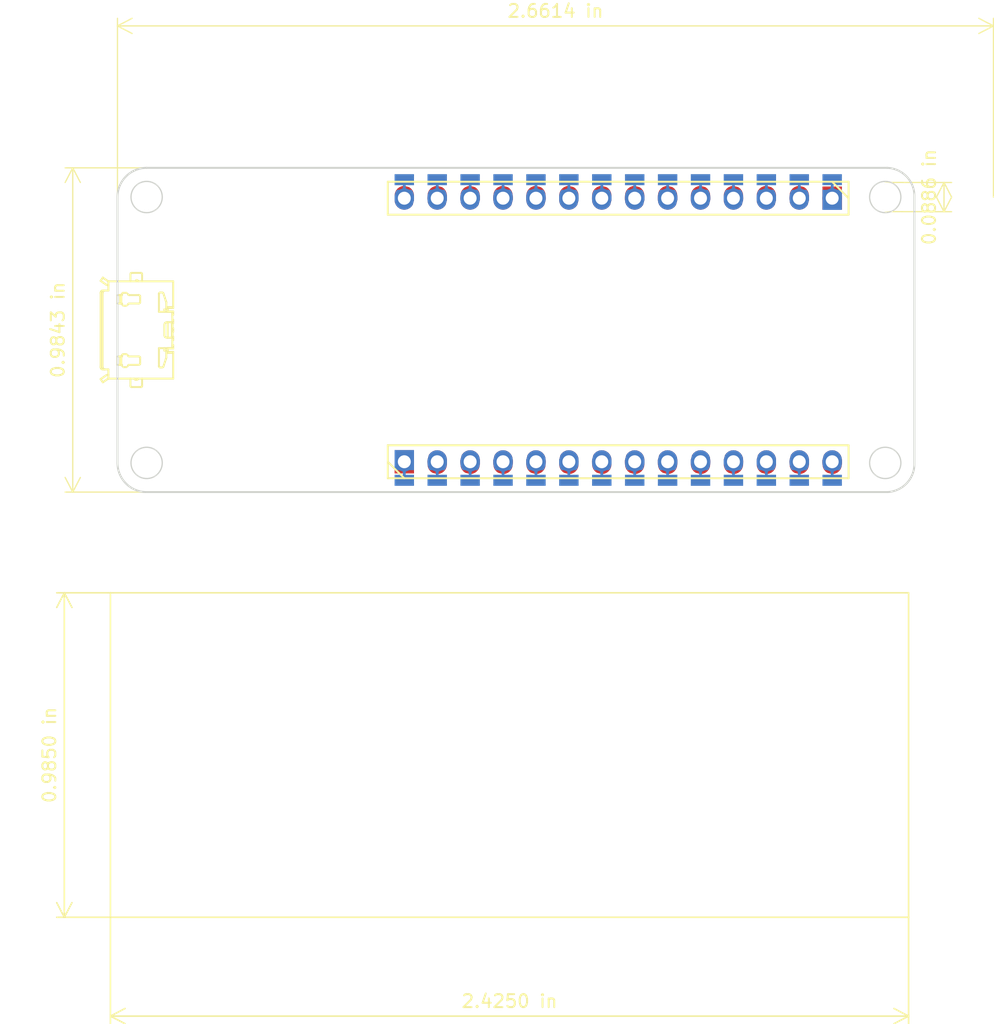
<source format=kicad_pcb>
(kicad_pcb (version 20171130) (host pcbnew 5.1.2-f72e74a~84~ubuntu18.04.1)

  (general
    (thickness 1.6)
    (drawings 291)
    (tracks 0)
    (zones 0)
    (modules 10)
    (nets 1)
  )

  (page A4)
  (layers
    (0 Top signal)
    (1 PWR signal)
    (2 MID signal)
    (31 Bottom signal)
    (32 B.Adhes user)
    (33 F.Adhes user)
    (34 B.Paste user)
    (35 F.Paste user)
    (36 B.SilkS user)
    (37 F.SilkS user)
    (38 B.Mask user)
    (39 F.Mask user)
    (40 Dwgs.User user)
    (41 Cmts.User user)
    (42 Eco1.User user)
    (43 Eco2.User user)
    (44 Edge.Cuts user)
    (45 Margin user)
    (46 B.CrtYd user)
    (47 F.CrtYd user)
    (48 B.Fab user)
    (49 F.Fab user)
  )

  (setup
    (last_trace_width 0.25)
    (trace_clearance 0.1397)
    (zone_clearance 0.508)
    (zone_45_only no)
    (trace_min 0.2)
    (via_size 0.8)
    (via_drill 0.4)
    (via_min_size 0.4)
    (via_min_drill 0.3)
    (uvia_size 0.3)
    (uvia_drill 0.1)
    (uvias_allowed no)
    (uvia_min_size 0.2)
    (uvia_min_drill 0.1)
    (edge_width 0.05)
    (segment_width 0.2)
    (pcb_text_width 0.3)
    (pcb_text_size 1.5 1.5)
    (mod_edge_width 0.12)
    (mod_text_size 1 1)
    (mod_text_width 0.15)
    (pad_size 1.524 1.524)
    (pad_drill 0.762)
    (pad_to_mask_clearance 0.051)
    (solder_mask_min_width 0.25)
    (aux_axis_origin 0 0)
    (visible_elements FFFFFF7F)
    (pcbplotparams
      (layerselection 0x010fc_ffffffff)
      (usegerberextensions false)
      (usegerberattributes false)
      (usegerberadvancedattributes false)
      (creategerberjobfile false)
      (excludeedgelayer true)
      (linewidth 0.100000)
      (plotframeref false)
      (viasonmask false)
      (mode 1)
      (useauxorigin false)
      (hpglpennumber 1)
      (hpglpenspeed 20)
      (hpglpendiameter 15.000000)
      (psnegative false)
      (psa4output false)
      (plotreference true)
      (plotvalue true)
      (plotinvisibletext false)
      (padsonsilk false)
      (subtractmaskfromsilk false)
      (outputformat 1)
      (mirror false)
      (drillshape 1)
      (scaleselection 1)
      (outputdirectory ""))
  )

  (net 0 "")

  (net_class Default "This is the default net class."
    (clearance 0.1397)
    (trace_width 0.25)
    (via_dia 0.8)
    (via_drill 0.4)
    (uvia_dia 0.3)
    (uvia_drill 0.1)
  )

  (module "" (layer Top) (tedit 0) (tstamp 5D39D69E)
    (at 130.175 124.35)
    (fp_text reference @HOLE0 (at 0 0) (layer F.SilkS) hide
      (effects (font (size 1.27 1.27) (thickness 0.15)))
    )
    (fp_text value "" (at 0 0) (layer F.SilkS)
      (effects (font (size 1.27 1.27) (thickness 0.15)))
    )
    (pad "" np_thru_hole circle (at 0 0) (size 2.25 2.25) (drill 2.25) (layers *.Cu *.Mask))
  )

  (module "" (layer Top) (tedit 0) (tstamp 5D39D686)
    (at 187.175 124.35)
    (fp_text reference @HOLE1 (at 0 0) (layer F.SilkS) hide
      (effects (font (size 1.27 1.27) (thickness 0.15)))
    )
    (fp_text value "" (at 0 0) (layer F.SilkS)
      (effects (font (size 1.27 1.27) (thickness 0.15)))
    )
    (pad "" np_thru_hole circle (at 0 0) (size 2.25 2.25) (drill 2.25) (layers *.Cu *.Mask))
  )

  (module "" (layer Top) (tedit 0) (tstamp 5D39D67A)
    (at 187.175 103.85)
    (fp_text reference @HOLE2 (at 0 0) (layer F.SilkS) hide
      (effects (font (size 1.27 1.27) (thickness 0.15)))
    )
    (fp_text value "" (at 0 0) (layer F.SilkS)
      (effects (font (size 1.27 1.27) (thickness 0.15)))
    )
    (pad "" np_thru_hole circle (at 0 0) (size 2.25 2.25) (drill 2.25) (layers *.Cu *.Mask))
  )

  (module "" (layer Top) (tedit 0) (tstamp 5D39D692)
    (at 130.175 103.85)
    (fp_text reference @HOLE3 (at 0 0) (layer F.SilkS) hide
      (effects (font (size 1.27 1.27) (thickness 0.15)))
    )
    (fp_text value "" (at 0 0) (layer F.SilkS)
      (effects (font (size 1.27 1.27) (thickness 0.15)))
    )
    (pad "" np_thru_hole circle (at 0 0) (size 2.25 2.25) (drill 2.25) (layers *.Cu *.Mask))
  )

  (module MKRWiFi1010V2.0:1X14_SMD_TH (layer Top) (tedit 0) (tstamp 5D39D5B0)
    (at 183.0798 103.94 180)
    (fp_text reference J5 (at 0 0) (layer F.Fab)
      (effects (font (size 0.77216 0.77216) (thickness 0.077216)) (justify right top))
    )
    (fp_text value - (at 0 0) (layer F.Fab) hide
      (effects (font (size 1.6891 1.6891) (thickness 0.135128)) (justify right top))
    )
    (fp_poly (pts (xy 33.02 -0.889) (xy 33.020001 -0.889) (xy 32.826068 -0.863468) (xy 32.64535 -0.788613)
      (xy 32.490165 -0.669536) (xy 32.371087 -0.51435) (xy 32.2707 -0.1397) (xy 32.2707 0)
      (xy 32.2707 0.2032) (xy 32.2707 0.203199) (xy 32.296232 0.397132) (xy 32.371087 0.577849)
      (xy 32.490165 0.733034) (xy 32.64535 0.852112) (xy 33.02 0.9525) (xy 33.019999 0.9525)
      (xy 33.213932 0.926968) (xy 33.39465 0.852113) (xy 33.549835 0.733036) (xy 33.668913 0.57785)
      (xy 33.743769 0.397133) (xy 33.7693 0.2032) (xy 33.7693 0) (xy 33.7693 -0.1397)
      (xy 33.7693 -0.139699) (xy 33.743768 -0.333632) (xy 33.668913 -0.514349) (xy 33.549835 -0.669534)
      (xy 33.39465 -0.788612) (xy 33.213933 -0.863467)) (layer Top) (width 0))
    (fp_poly (pts (xy 30.48 -0.889) (xy 30.480001 -0.889) (xy 30.286068 -0.863468) (xy 30.10535 -0.788613)
      (xy 29.950165 -0.669536) (xy 29.831087 -0.51435) (xy 29.7307 -0.1397) (xy 29.7307 0)
      (xy 29.7307 0.2032) (xy 29.7307 0.203199) (xy 29.756232 0.397132) (xy 29.831087 0.577849)
      (xy 29.950165 0.733034) (xy 30.10535 0.852112) (xy 30.48 0.9525) (xy 30.479999 0.9525)
      (xy 30.673932 0.926968) (xy 30.85465 0.852113) (xy 31.009835 0.733036) (xy 31.128913 0.57785)
      (xy 31.203769 0.397133) (xy 31.2293 0.2032) (xy 31.2293 0) (xy 31.2293 -0.1397)
      (xy 31.2293 -0.139699) (xy 31.203768 -0.333632) (xy 31.128913 -0.514349) (xy 31.009835 -0.669534)
      (xy 30.85465 -0.788612) (xy 30.673933 -0.863467)) (layer Top) (width 0))
    (fp_poly (pts (xy 27.94 -0.889) (xy 27.940001 -0.889) (xy 27.746068 -0.863468) (xy 27.56535 -0.788613)
      (xy 27.410165 -0.669536) (xy 27.291087 -0.51435) (xy 27.1907 -0.1397) (xy 27.1907 0)
      (xy 27.1907 0.2032) (xy 27.1907 0.203199) (xy 27.216232 0.397132) (xy 27.291087 0.577849)
      (xy 27.410165 0.733034) (xy 27.56535 0.852112) (xy 27.94 0.9525) (xy 27.939999 0.9525)
      (xy 28.133932 0.926968) (xy 28.31465 0.852113) (xy 28.469835 0.733036) (xy 28.588913 0.57785)
      (xy 28.663769 0.397133) (xy 28.6893 0.2032) (xy 28.6893 0) (xy 28.6893 -0.1397)
      (xy 28.6893 -0.139699) (xy 28.663768 -0.333632) (xy 28.588913 -0.514349) (xy 28.469835 -0.669534)
      (xy 28.31465 -0.788612) (xy 28.133933 -0.863467)) (layer Top) (width 0))
    (fp_poly (pts (xy 25.4 -0.889) (xy 25.400001 -0.889) (xy 25.206068 -0.863468) (xy 25.02535 -0.788613)
      (xy 24.870165 -0.669536) (xy 24.751087 -0.51435) (xy 24.6507 -0.1397) (xy 24.6507 0)
      (xy 24.6507 0.2032) (xy 24.6507 0.203199) (xy 24.676232 0.397132) (xy 24.751087 0.577849)
      (xy 24.870165 0.733034) (xy 25.02535 0.852112) (xy 25.4 0.9525) (xy 25.399999 0.9525)
      (xy 25.593932 0.926968) (xy 25.77465 0.852113) (xy 25.929835 0.733036) (xy 26.048913 0.57785)
      (xy 26.123769 0.397133) (xy 26.1493 0.2032) (xy 26.1493 0) (xy 26.1493 -0.1397)
      (xy 26.1493 -0.139699) (xy 26.123768 -0.333632) (xy 26.048913 -0.514349) (xy 25.929835 -0.669534)
      (xy 25.77465 -0.788612) (xy 25.593933 -0.863467)) (layer Top) (width 0))
    (fp_poly (pts (xy 22.86 -0.889) (xy 22.860001 -0.889) (xy 22.666068 -0.863468) (xy 22.48535 -0.788613)
      (xy 22.330165 -0.669536) (xy 22.211087 -0.51435) (xy 22.1107 -0.1397) (xy 22.1107 0)
      (xy 22.1107 0.2032) (xy 22.1107 0.203199) (xy 22.136232 0.397132) (xy 22.211087 0.577849)
      (xy 22.330165 0.733034) (xy 22.48535 0.852112) (xy 22.86 0.9525) (xy 22.859999 0.9525)
      (xy 23.053932 0.926968) (xy 23.23465 0.852113) (xy 23.389835 0.733036) (xy 23.508913 0.57785)
      (xy 23.583769 0.397133) (xy 23.6093 0.2032) (xy 23.6093 0) (xy 23.6093 -0.1397)
      (xy 23.6093 -0.139699) (xy 23.583768 -0.333632) (xy 23.508913 -0.514349) (xy 23.389835 -0.669534)
      (xy 23.23465 -0.788612) (xy 23.053933 -0.863467)) (layer Top) (width 0))
    (fp_poly (pts (xy 20.32 -0.889) (xy 20.320001 -0.889) (xy 20.126068 -0.863468) (xy 19.94535 -0.788613)
      (xy 19.790165 -0.669536) (xy 19.671087 -0.51435) (xy 19.5707 -0.1397) (xy 19.5707 0)
      (xy 19.5707 0.2032) (xy 19.5707 0.203199) (xy 19.596232 0.397132) (xy 19.671087 0.577849)
      (xy 19.790165 0.733034) (xy 19.94535 0.852112) (xy 20.32 0.9525) (xy 20.319999 0.9525)
      (xy 20.513932 0.926968) (xy 20.69465 0.852113) (xy 20.849835 0.733036) (xy 20.968913 0.57785)
      (xy 21.043769 0.397133) (xy 21.0693 0.2032) (xy 21.0693 0) (xy 21.0693 -0.1397)
      (xy 21.0693 -0.139699) (xy 21.043768 -0.333632) (xy 20.968913 -0.514349) (xy 20.849835 -0.669534)
      (xy 20.69465 -0.788612) (xy 20.513933 -0.863467)) (layer Top) (width 0))
    (fp_poly (pts (xy 17.78 -0.889) (xy 17.780001 -0.889) (xy 17.586068 -0.863468) (xy 17.40535 -0.788613)
      (xy 17.250165 -0.669536) (xy 17.131087 -0.51435) (xy 17.0307 -0.1397) (xy 17.0307 0)
      (xy 17.0307 0.2032) (xy 17.0307 0.203199) (xy 17.056232 0.397132) (xy 17.131087 0.577849)
      (xy 17.250165 0.733034) (xy 17.40535 0.852112) (xy 17.78 0.9525) (xy 17.779999 0.9525)
      (xy 17.973932 0.926968) (xy 18.15465 0.852113) (xy 18.309835 0.733036) (xy 18.428913 0.57785)
      (xy 18.503769 0.397133) (xy 18.5293 0.2032) (xy 18.5293 0) (xy 18.5293 -0.1397)
      (xy 18.5293 -0.139699) (xy 18.503768 -0.333632) (xy 18.428913 -0.514349) (xy 18.309835 -0.669534)
      (xy 18.15465 -0.788612) (xy 17.973933 -0.863467)) (layer Top) (width 0))
    (fp_poly (pts (xy 15.24 -0.889) (xy 15.240001 -0.889) (xy 15.046068 -0.863468) (xy 14.86535 -0.788613)
      (xy 14.710165 -0.669536) (xy 14.591087 -0.51435) (xy 14.4907 -0.1397) (xy 14.4907 0)
      (xy 14.4907 0.2032) (xy 14.4907 0.203199) (xy 14.516232 0.397132) (xy 14.591087 0.577849)
      (xy 14.710165 0.733034) (xy 14.86535 0.852112) (xy 15.24 0.9525) (xy 15.239999 0.9525)
      (xy 15.433932 0.926968) (xy 15.61465 0.852113) (xy 15.769835 0.733036) (xy 15.888913 0.57785)
      (xy 15.963769 0.397133) (xy 15.9893 0.2032) (xy 15.9893 0) (xy 15.9893 -0.1397)
      (xy 15.9893 -0.139699) (xy 15.963768 -0.333632) (xy 15.888913 -0.514349) (xy 15.769835 -0.669534)
      (xy 15.61465 -0.788612) (xy 15.433933 -0.863467)) (layer Top) (width 0))
    (fp_poly (pts (xy 12.7 -0.889) (xy 12.700001 -0.889) (xy 12.506068 -0.863468) (xy 12.32535 -0.788613)
      (xy 12.170165 -0.669536) (xy 12.051087 -0.51435) (xy 11.9507 -0.1397) (xy 11.9507 0)
      (xy 11.9507 0.2032) (xy 11.9507 0.203199) (xy 11.976232 0.397132) (xy 12.051087 0.577849)
      (xy 12.170165 0.733034) (xy 12.32535 0.852112) (xy 12.7 0.9525) (xy 12.699999 0.9525)
      (xy 12.893932 0.926968) (xy 13.07465 0.852113) (xy 13.229835 0.733036) (xy 13.348913 0.57785)
      (xy 13.423769 0.397133) (xy 13.4493 0.2032) (xy 13.4493 0) (xy 13.4493 -0.1397)
      (xy 13.4493 -0.139699) (xy 13.423768 -0.333632) (xy 13.348913 -0.514349) (xy 13.229835 -0.669534)
      (xy 13.07465 -0.788612) (xy 12.893933 -0.863467)) (layer Top) (width 0))
    (fp_poly (pts (xy 10.16 -0.889) (xy 10.160001 -0.889) (xy 9.966068 -0.863468) (xy 9.78535 -0.788613)
      (xy 9.630165 -0.669536) (xy 9.511087 -0.51435) (xy 9.4107 -0.1397) (xy 9.4107 0)
      (xy 9.4107 0.2032) (xy 9.4107 0.203199) (xy 9.436232 0.397132) (xy 9.511087 0.577849)
      (xy 9.630165 0.733034) (xy 9.78535 0.852112) (xy 10.16 0.9525) (xy 10.159999 0.9525)
      (xy 10.353932 0.926968) (xy 10.53465 0.852113) (xy 10.689835 0.733036) (xy 10.808913 0.57785)
      (xy 10.883769 0.397133) (xy 10.9093 0.2032) (xy 10.9093 0) (xy 10.9093 -0.1397)
      (xy 10.9093 -0.139699) (xy 10.883768 -0.333632) (xy 10.808913 -0.514349) (xy 10.689835 -0.669534)
      (xy 10.53465 -0.788612) (xy 10.353933 -0.863467)) (layer Top) (width 0))
    (fp_poly (pts (xy 7.62 -0.889) (xy 7.620001 -0.889) (xy 7.426068 -0.863468) (xy 7.24535 -0.788613)
      (xy 7.090165 -0.669536) (xy 6.971087 -0.51435) (xy 6.8707 -0.1397) (xy 6.8707 0)
      (xy 6.8707 0.2032) (xy 6.8707 0.203199) (xy 6.896232 0.397132) (xy 6.971087 0.577849)
      (xy 7.090165 0.733034) (xy 7.24535 0.852112) (xy 7.62 0.9525) (xy 7.619999 0.9525)
      (xy 7.813932 0.926968) (xy 7.99465 0.852113) (xy 8.149835 0.733036) (xy 8.268913 0.57785)
      (xy 8.343769 0.397133) (xy 8.3693 0.2032) (xy 8.3693 0) (xy 8.3693 -0.1397)
      (xy 8.3693 -0.139699) (xy 8.343768 -0.333632) (xy 8.268913 -0.514349) (xy 8.149835 -0.669534)
      (xy 7.99465 -0.788612) (xy 7.813933 -0.863467)) (layer Top) (width 0))
    (fp_poly (pts (xy 5.08 -0.889) (xy 5.080001 -0.889) (xy 4.886068 -0.863468) (xy 4.70535 -0.788613)
      (xy 4.550165 -0.669536) (xy 4.431087 -0.51435) (xy 4.3307 -0.1397) (xy 4.3307 0)
      (xy 4.3307 0.2032) (xy 4.3307 0.203199) (xy 4.356232 0.397132) (xy 4.431087 0.577849)
      (xy 4.550165 0.733034) (xy 4.70535 0.852112) (xy 5.08 0.9525) (xy 5.079999 0.9525)
      (xy 5.273932 0.926968) (xy 5.45465 0.852113) (xy 5.609835 0.733036) (xy 5.728913 0.57785)
      (xy 5.803769 0.397133) (xy 5.8293 0.2032) (xy 5.8293 0) (xy 5.8293 -0.1397)
      (xy 5.8293 -0.139699) (xy 5.803768 -0.333632) (xy 5.728913 -0.514349) (xy 5.609835 -0.669534)
      (xy 5.45465 -0.788612) (xy 5.273933 -0.863467)) (layer Top) (width 0))
    (fp_poly (pts (xy 0 -0.889) (xy -0.7493 -0.889) (xy -0.7493 0.9017) (xy 0.7493 0.9017)
      (xy 0.7493 -0.889)) (layer Top) (width 0))
    (fp_poly (pts (xy 2.54 -0.889) (xy 2.540001 -0.889) (xy 2.346068 -0.863468) (xy 2.16535 -0.788613)
      (xy 2.010165 -0.669536) (xy 1.891087 -0.51435) (xy 1.7907 -0.1397) (xy 1.7907 0)
      (xy 1.7907 0.2032) (xy 1.7907 0.203199) (xy 1.816232 0.397132) (xy 1.891087 0.577849)
      (xy 2.010165 0.733034) (xy 2.16535 0.852112) (xy 2.54 0.9525) (xy 2.539999 0.9525)
      (xy 2.733932 0.926968) (xy 2.91465 0.852113) (xy 3.069835 0.733036) (xy 3.188913 0.57785)
      (xy 3.263769 0.397133) (xy 3.2893 0.2032) (xy 3.2893 0) (xy 3.2893 -0.1397)
      (xy 3.2893 -0.139699) (xy 3.263768 -0.333632) (xy 3.188913 -0.514349) (xy 3.069835 -0.669534)
      (xy 2.91465 -0.788612) (xy 2.733933 -0.863467)) (layer Top) (width 0))
    (fp_poly (pts (xy -0.7493 -0.9017) (xy -0.7493 0.6477) (xy -0.3175 0.6477) (xy -0.20955 0.676625)
      (xy -0.130525 0.75565) (xy -0.1016 0.8636) (xy -0.1016 0.9906) (xy -0.1143 1.0033)
      (xy -0.7493 1.0033) (xy -0.7493 1.8542) (xy 0.7493 1.8542) (xy 0.7493 1.0033)
      (xy 0.1016 1.0033) (xy 0.1016 0.8636) (xy 0.130525 0.75565) (xy 0.20955 0.676625)
      (xy 0.3175 0.6477) (xy 0.7493 0.6477) (xy 0.7493 -0.9017)) (layer Bottom) (width 0))
    (fp_poly (pts (xy 22.86 -0.889) (xy 22.860001 -0.889) (xy 22.666068 -0.863468) (xy 22.48535 -0.788613)
      (xy 22.330165 -0.669536) (xy 22.211087 -0.51435) (xy 22.1107 -0.1397) (xy 22.1107 0.1651)
      (xy 22.1361 0.3175) (xy 22.1869 0.4826) (xy 22.3012 0.6477) (xy 22.5425 0.6477)
      (xy 22.65045 0.676625) (xy 22.729475 0.75565) (xy 22.7584 0.8636) (xy 22.7584 0.9906)
      (xy 22.7457 1.0033) (xy 22.1107 1.0033) (xy 22.1107 1.8542) (xy 23.6093 1.8542)
      (xy 23.6093 1.0033) (xy 22.9616 1.0033) (xy 22.9616 0.8636) (xy 22.990525 0.75565)
      (xy 23.06955 0.676625) (xy 23.1775 0.6477) (xy 23.4188 0.6477) (xy 23.5331 0.4826)
      (xy 23.5839 0.3175) (xy 23.6093 0.1651) (xy 23.6093 0) (xy 23.6093 -0.1397)
      (xy 23.6093 -0.139699) (xy 23.583768 -0.333632) (xy 23.508913 -0.514349) (xy 23.389835 -0.669534)
      (xy 23.23465 -0.788612) (xy 23.053933 -0.863467)) (layer Bottom) (width 0))
    (fp_poly (pts (xy 30.48 -0.889) (xy 30.480001 -0.889) (xy 30.286068 -0.863468) (xy 30.10535 -0.788613)
      (xy 29.950165 -0.669536) (xy 29.831087 -0.51435) (xy 29.7307 -0.1397) (xy 29.7307 0.1651)
      (xy 29.7561 0.3175) (xy 29.8069 0.4826) (xy 29.9212 0.6477) (xy 30.1625 0.6477)
      (xy 30.27045 0.676625) (xy 30.349475 0.75565) (xy 30.3784 0.8636) (xy 30.3784 0.9906)
      (xy 30.3657 1.0033) (xy 29.7307 1.0033) (xy 29.7307 1.8542) (xy 31.2293 1.8542)
      (xy 31.2293 1.0033) (xy 30.5816 1.0033) (xy 30.5816 0.8636) (xy 30.610525 0.75565)
      (xy 30.68955 0.676625) (xy 30.7975 0.6477) (xy 31.0388 0.6477) (xy 31.1531 0.4826)
      (xy 31.2039 0.3175) (xy 31.2293 0.1651) (xy 31.2293 0) (xy 31.2293 -0.1397)
      (xy 31.2293 -0.139699) (xy 31.203768 -0.333632) (xy 31.128913 -0.514349) (xy 31.009835 -0.669534)
      (xy 30.85465 -0.788612) (xy 30.673933 -0.863467)) (layer Bottom) (width 0))
    (fp_poly (pts (xy 27.94 -0.889) (xy 27.940001 -0.889) (xy 27.746068 -0.863468) (xy 27.56535 -0.788613)
      (xy 27.410165 -0.669536) (xy 27.291087 -0.51435) (xy 27.1907 -0.1397) (xy 27.1907 0.1651)
      (xy 27.2161 0.3175) (xy 27.2669 0.4826) (xy 27.3812 0.6477) (xy 27.6225 0.6477)
      (xy 27.73045 0.676625) (xy 27.809475 0.75565) (xy 27.8384 0.8636) (xy 27.8384 0.9906)
      (xy 27.8257 1.0033) (xy 27.1907 1.0033) (xy 27.1907 1.8542) (xy 28.6893 1.8542)
      (xy 28.6893 1.0033) (xy 28.0416 1.0033) (xy 28.0416 0.8636) (xy 28.070525 0.75565)
      (xy 28.14955 0.676625) (xy 28.2575 0.6477) (xy 28.4988 0.6477) (xy 28.6131 0.4826)
      (xy 28.6639 0.3175) (xy 28.6893 0.1651) (xy 28.6893 0) (xy 28.6893 -0.1397)
      (xy 28.6893 -0.139699) (xy 28.663768 -0.333632) (xy 28.588913 -0.514349) (xy 28.469835 -0.669534)
      (xy 28.31465 -0.788612) (xy 28.133933 -0.863467)) (layer Bottom) (width 0))
    (fp_poly (pts (xy 25.4 -0.889) (xy 25.400001 -0.889) (xy 25.206068 -0.863468) (xy 25.02535 -0.788613)
      (xy 24.870165 -0.669536) (xy 24.751087 -0.51435) (xy 24.6507 -0.1397) (xy 24.6507 0.1651)
      (xy 24.6761 0.3175) (xy 24.7269 0.4826) (xy 24.8412 0.6477) (xy 25.0825 0.6477)
      (xy 25.19045 0.676625) (xy 25.269475 0.75565) (xy 25.2984 0.8636) (xy 25.2984 0.9906)
      (xy 25.2857 1.0033) (xy 24.6507 1.0033) (xy 24.6507 1.8542) (xy 26.1493 1.8542)
      (xy 26.1493 1.0033) (xy 25.5016 1.0033) (xy 25.5016 0.8636) (xy 25.530525 0.75565)
      (xy 25.60955 0.676625) (xy 25.7175 0.6477) (xy 25.9588 0.6477) (xy 26.0731 0.4826)
      (xy 26.1239 0.3175) (xy 26.1493 0.1651) (xy 26.1493 0) (xy 26.1493 -0.1397)
      (xy 26.1493 -0.139699) (xy 26.123768 -0.333632) (xy 26.048913 -0.514349) (xy 25.929835 -0.669534)
      (xy 25.77465 -0.788612) (xy 25.593933 -0.863467)) (layer Bottom) (width 0))
    (fp_poly (pts (xy 20.32 -0.889) (xy 20.320001 -0.889) (xy 20.126068 -0.863468) (xy 19.94535 -0.788613)
      (xy 19.790165 -0.669536) (xy 19.671087 -0.51435) (xy 19.5707 -0.1397) (xy 19.5707 0.1651)
      (xy 19.5961 0.3175) (xy 19.6469 0.4826) (xy 19.7612 0.6477) (xy 20.0025 0.6477)
      (xy 20.11045 0.676625) (xy 20.189475 0.75565) (xy 20.2184 0.8636) (xy 20.2184 0.9906)
      (xy 20.2057 1.0033) (xy 19.5707 1.0033) (xy 19.5707 1.8542) (xy 21.0693 1.8542)
      (xy 21.0693 1.0033) (xy 20.4216 1.0033) (xy 20.4216 0.8636) (xy 20.450525 0.75565)
      (xy 20.52955 0.676625) (xy 20.6375 0.6477) (xy 20.8788 0.6477) (xy 20.9931 0.4826)
      (xy 21.0439 0.3175) (xy 21.0693 0.1651) (xy 21.0693 0) (xy 21.0693 -0.1397)
      (xy 21.0693 -0.139699) (xy 21.043768 -0.333632) (xy 20.968913 -0.514349) (xy 20.849835 -0.669534)
      (xy 20.69465 -0.788612) (xy 20.513933 -0.863467)) (layer Bottom) (width 0))
    (fp_poly (pts (xy 17.78 -0.889) (xy 17.780001 -0.889) (xy 17.586068 -0.863468) (xy 17.40535 -0.788613)
      (xy 17.250165 -0.669536) (xy 17.131087 -0.51435) (xy 17.0307 -0.1397) (xy 17.0307 0.1651)
      (xy 17.0561 0.3175) (xy 17.1069 0.4826) (xy 17.2212 0.6477) (xy 17.4625 0.6477)
      (xy 17.57045 0.676625) (xy 17.649475 0.75565) (xy 17.6784 0.8636) (xy 17.6784 0.9906)
      (xy 17.6657 1.0033) (xy 17.0307 1.0033) (xy 17.0307 1.8542) (xy 18.5293 1.8542)
      (xy 18.5293 1.0033) (xy 17.8816 1.0033) (xy 17.8816 0.8636) (xy 17.910525 0.75565)
      (xy 17.98955 0.676625) (xy 18.0975 0.6477) (xy 18.3388 0.6477) (xy 18.4531 0.4826)
      (xy 18.5039 0.3175) (xy 18.5293 0.1651) (xy 18.5293 0) (xy 18.5293 -0.1397)
      (xy 18.5293 -0.139699) (xy 18.503768 -0.333632) (xy 18.428913 -0.514349) (xy 18.309835 -0.669534)
      (xy 18.15465 -0.788612) (xy 17.973933 -0.863467)) (layer Bottom) (width 0))
    (fp_poly (pts (xy 15.24 -0.889) (xy 15.240001 -0.889) (xy 15.046068 -0.863468) (xy 14.86535 -0.788613)
      (xy 14.710165 -0.669536) (xy 14.591087 -0.51435) (xy 14.4907 -0.1397) (xy 14.4907 0.1651)
      (xy 14.5161 0.3175) (xy 14.5669 0.4826) (xy 14.6812 0.6477) (xy 14.9225 0.6477)
      (xy 15.03045 0.676625) (xy 15.109475 0.75565) (xy 15.1384 0.8636) (xy 15.1384 0.9906)
      (xy 15.1257 1.0033) (xy 14.4907 1.0033) (xy 14.4907 1.8542) (xy 15.9893 1.8542)
      (xy 15.9893 1.0033) (xy 15.3416 1.0033) (xy 15.3416 0.8636) (xy 15.370525 0.75565)
      (xy 15.44955 0.676625) (xy 15.5575 0.6477) (xy 15.7988 0.6477) (xy 15.9131 0.4826)
      (xy 15.9639 0.3175) (xy 15.9893 0.1651) (xy 15.9893 0) (xy 15.9893 -0.1397)
      (xy 15.9893 -0.139699) (xy 15.963768 -0.333632) (xy 15.888913 -0.514349) (xy 15.769835 -0.669534)
      (xy 15.61465 -0.788612) (xy 15.433933 -0.863467)) (layer Bottom) (width 0))
    (fp_poly (pts (xy 12.7 -0.889) (xy 12.700001 -0.889) (xy 12.506068 -0.863468) (xy 12.32535 -0.788613)
      (xy 12.170165 -0.669536) (xy 12.051087 -0.51435) (xy 11.9507 -0.1397) (xy 11.9507 0.1651)
      (xy 11.9761 0.3175) (xy 12.0269 0.4826) (xy 12.1412 0.6477) (xy 12.3825 0.6477)
      (xy 12.49045 0.676625) (xy 12.569475 0.75565) (xy 12.5984 0.8636) (xy 12.5984 0.9906)
      (xy 12.5857 1.0033) (xy 11.9507 1.0033) (xy 11.9507 1.8542) (xy 13.4493 1.8542)
      (xy 13.4493 1.0033) (xy 12.8016 1.0033) (xy 12.8016 0.8636) (xy 12.830525 0.75565)
      (xy 12.90955 0.676625) (xy 13.0175 0.6477) (xy 13.2588 0.6477) (xy 13.3731 0.4826)
      (xy 13.4239 0.3175) (xy 13.4493 0.1651) (xy 13.4493 0) (xy 13.4493 -0.1397)
      (xy 13.4493 -0.139699) (xy 13.423768 -0.333632) (xy 13.348913 -0.514349) (xy 13.229835 -0.669534)
      (xy 13.07465 -0.788612) (xy 12.893933 -0.863467)) (layer Bottom) (width 0))
    (fp_poly (pts (xy 10.16 -0.889) (xy 10.160001 -0.889) (xy 9.966068 -0.863468) (xy 9.78535 -0.788613)
      (xy 9.630165 -0.669536) (xy 9.511087 -0.51435) (xy 9.4107 -0.1397) (xy 9.4107 0.1651)
      (xy 9.4361 0.3175) (xy 9.4869 0.4826) (xy 9.6012 0.6477) (xy 9.8425 0.6477)
      (xy 9.95045 0.676625) (xy 10.029475 0.75565) (xy 10.0584 0.8636) (xy 10.0584 0.9906)
      (xy 10.0457 1.0033) (xy 9.4107 1.0033) (xy 9.4107 1.8542) (xy 10.9093 1.8542)
      (xy 10.9093 1.0033) (xy 10.2616 1.0033) (xy 10.2616 0.8636) (xy 10.290525 0.75565)
      (xy 10.36955 0.676625) (xy 10.4775 0.6477) (xy 10.7188 0.6477) (xy 10.8331 0.4826)
      (xy 10.8839 0.3175) (xy 10.9093 0.1651) (xy 10.9093 0) (xy 10.9093 -0.1397)
      (xy 10.9093 -0.139699) (xy 10.883768 -0.333632) (xy 10.808913 -0.514349) (xy 10.689835 -0.669534)
      (xy 10.53465 -0.788612) (xy 10.353933 -0.863467)) (layer Bottom) (width 0))
    (fp_poly (pts (xy 7.62 -0.889) (xy 7.620001 -0.889) (xy 7.426068 -0.863468) (xy 7.24535 -0.788613)
      (xy 7.090165 -0.669536) (xy 6.971087 -0.51435) (xy 6.8707 -0.1397) (xy 6.8707 0.1651)
      (xy 6.8961 0.3175) (xy 6.9469 0.4826) (xy 7.0612 0.6477) (xy 7.3025 0.6477)
      (xy 7.41045 0.676625) (xy 7.489475 0.75565) (xy 7.5184 0.8636) (xy 7.5184 0.9906)
      (xy 7.5057 1.0033) (xy 6.8707 1.0033) (xy 6.8707 1.8542) (xy 8.3693 1.8542)
      (xy 8.3693 1.0033) (xy 7.7216 1.0033) (xy 7.7216 0.8636) (xy 7.750525 0.75565)
      (xy 7.82955 0.676625) (xy 7.9375 0.6477) (xy 8.1788 0.6477) (xy 8.2931 0.4826)
      (xy 8.3439 0.3175) (xy 8.3693 0.1651) (xy 8.3693 0) (xy 8.3693 -0.1397)
      (xy 8.3693 -0.139699) (xy 8.343768 -0.333632) (xy 8.268913 -0.514349) (xy 8.149835 -0.669534)
      (xy 7.99465 -0.788612) (xy 7.813933 -0.863467)) (layer Bottom) (width 0))
    (fp_poly (pts (xy 5.08 -0.889) (xy 5.080001 -0.889) (xy 4.886068 -0.863468) (xy 4.70535 -0.788613)
      (xy 4.550165 -0.669536) (xy 4.431087 -0.51435) (xy 4.3307 -0.1397) (xy 4.3307 0.1651)
      (xy 4.3561 0.3175) (xy 4.4069 0.4826) (xy 4.5212 0.6477) (xy 4.7625 0.6477)
      (xy 4.87045 0.676625) (xy 4.949475 0.75565) (xy 4.9784 0.8636) (xy 4.9784 0.9906)
      (xy 4.9657 1.0033) (xy 4.3307 1.0033) (xy 4.3307 1.8542) (xy 5.8293 1.8542)
      (xy 5.8293 1.0033) (xy 5.1816 1.0033) (xy 5.1816 0.8636) (xy 5.210525 0.75565)
      (xy 5.28955 0.676625) (xy 5.3975 0.6477) (xy 5.6388 0.6477) (xy 5.7531 0.4826)
      (xy 5.8039 0.3175) (xy 5.8293 0.1651) (xy 5.8293 0) (xy 5.8293 -0.1397)
      (xy 5.8293 -0.139699) (xy 5.803768 -0.333632) (xy 5.728913 -0.514349) (xy 5.609835 -0.669534)
      (xy 5.45465 -0.788612) (xy 5.273933 -0.863467)) (layer Bottom) (width 0))
    (fp_poly (pts (xy 33.02 -0.889) (xy 33.020001 -0.889) (xy 32.826068 -0.863468) (xy 32.64535 -0.788613)
      (xy 32.490165 -0.669536) (xy 32.371087 -0.51435) (xy 32.2707 -0.1397) (xy 32.2707 0.1651)
      (xy 32.2961 0.3175) (xy 32.3469 0.4826) (xy 32.4612 0.6477) (xy 32.7025 0.6477)
      (xy 32.81045 0.676625) (xy 32.889475 0.75565) (xy 32.9184 0.8636) (xy 32.9184 0.9906)
      (xy 32.9057 1.0033) (xy 32.2707 1.0033) (xy 32.2707 1.8542) (xy 33.7693 1.8542)
      (xy 33.7693 1.0033) (xy 33.1216 1.0033) (xy 33.1216 0.8636) (xy 33.150525 0.75565)
      (xy 33.22955 0.676625) (xy 33.3375 0.6477) (xy 33.5788 0.6477) (xy 33.6931 0.4826)
      (xy 33.7439 0.3175) (xy 33.7693 0.1651) (xy 33.7693 0) (xy 33.7693 -0.1397)
      (xy 33.7693 -0.139699) (xy 33.743768 -0.333632) (xy 33.668913 -0.514349) (xy 33.549835 -0.669534)
      (xy 33.39465 -0.788612) (xy 33.213933 -0.863467)) (layer Bottom) (width 0))
    (fp_poly (pts (xy 2.54 -0.889) (xy 2.540001 -0.889) (xy 2.346068 -0.863468) (xy 2.16535 -0.788613)
      (xy 2.010165 -0.669536) (xy 1.891087 -0.51435) (xy 1.7907 -0.1397) (xy 1.7907 0.1651)
      (xy 1.8161 0.3175) (xy 1.8669 0.4826) (xy 1.9812 0.6477) (xy 2.2225 0.6477)
      (xy 2.33045 0.676625) (xy 2.409475 0.75565) (xy 2.4384 0.8636) (xy 2.4384 0.9906)
      (xy 2.4257 1.0033) (xy 1.7907 1.0033) (xy 1.7907 1.8542) (xy 3.2893 1.8542)
      (xy 3.2893 1.0033) (xy 2.6416 1.0033) (xy 2.6416 0.8636) (xy 2.670525 0.75565)
      (xy 2.74955 0.676625) (xy 2.8575 0.6477) (xy 3.0988 0.6477) (xy 3.2131 0.4826)
      (xy 3.2639 0.3175) (xy 3.2893 0.1651) (xy 3.2893 0) (xy 3.2893 -0.1397)
      (xy 3.2893 -0.139699) (xy 3.263768 -0.333632) (xy 3.188913 -0.514349) (xy 3.069835 -0.669534)
      (xy 2.91465 -0.788612) (xy 2.733933 -0.863467)) (layer Bottom) (width 0))
    (fp_poly (pts (xy 32.1437 0.1397) (xy 32.1437 -0.127) (xy 32.1437 -0.126999) (xy 32.172132 -0.355662)
      (xy 32.258778 -0.569175) (xy 32.397732 -0.752987) (xy 32.579526 -0.894571) (xy 33.02 -1.016)
      (xy 33.019999 -1.016) (xy 33.24823 -0.984281) (xy 33.460474 -0.894573) (xy 33.642268 -0.752988)
      (xy 33.781223 -0.569176) (xy 33.867869 -0.355663) (xy 33.8963 -0.127) (xy 33.8963 0.1397)
      (xy 33.8963 0.139699) (xy 33.866441 0.366502) (xy 33.778898 0.577849) (xy 33.639638 0.759337)
      (xy 33.45815 0.898597) (xy 33.246803 0.98614) (xy 33.02 1.016) (xy 33.020001 1.016)
      (xy 32.793198 0.986141) (xy 32.58185 0.898598) (xy 32.400362 0.759338) (xy 32.261102 0.57785)) (layer F.Mask) (width 0))
    (fp_poly (pts (xy 29.6037 0.1397) (xy 29.6037 -0.127) (xy 29.6037 -0.126999) (xy 29.632132 -0.355662)
      (xy 29.718778 -0.569175) (xy 29.857732 -0.752987) (xy 30.039526 -0.894571) (xy 30.48 -1.016)
      (xy 30.479999 -1.016) (xy 30.70823 -0.984281) (xy 30.920474 -0.894573) (xy 31.102268 -0.752988)
      (xy 31.241223 -0.569176) (xy 31.327869 -0.355663) (xy 31.3563 -0.127) (xy 31.3563 0.1397)
      (xy 31.3563 0.139699) (xy 31.326441 0.366502) (xy 31.238898 0.577849) (xy 31.099638 0.759337)
      (xy 30.91815 0.898597) (xy 30.706803 0.98614) (xy 30.48 1.016) (xy 30.480001 1.016)
      (xy 30.253198 0.986141) (xy 30.04185 0.898598) (xy 29.860362 0.759338) (xy 29.721102 0.57785)) (layer F.Mask) (width 0))
    (fp_poly (pts (xy 27.0637 0.1397) (xy 27.0637 -0.127) (xy 27.0637 -0.126999) (xy 27.092132 -0.355662)
      (xy 27.178778 -0.569175) (xy 27.317732 -0.752987) (xy 27.499526 -0.894571) (xy 27.94 -1.016)
      (xy 27.939999 -1.016) (xy 28.16823 -0.984281) (xy 28.380474 -0.894573) (xy 28.562268 -0.752988)
      (xy 28.701223 -0.569176) (xy 28.787869 -0.355663) (xy 28.8163 -0.127) (xy 28.8163 0.1397)
      (xy 28.8163 0.139699) (xy 28.786441 0.366502) (xy 28.698898 0.577849) (xy 28.559638 0.759337)
      (xy 28.37815 0.898597) (xy 28.166803 0.98614) (xy 27.94 1.016) (xy 27.940001 1.016)
      (xy 27.713198 0.986141) (xy 27.50185 0.898598) (xy 27.320362 0.759338) (xy 27.181102 0.57785)) (layer F.Mask) (width 0))
    (fp_poly (pts (xy 24.5237 0.1397) (xy 24.5237 -0.127) (xy 24.5237 -0.126999) (xy 24.552132 -0.355662)
      (xy 24.638778 -0.569175) (xy 24.777732 -0.752987) (xy 24.959526 -0.894571) (xy 25.4 -1.016)
      (xy 25.399999 -1.016) (xy 25.62823 -0.984281) (xy 25.840474 -0.894573) (xy 26.022268 -0.752988)
      (xy 26.161223 -0.569176) (xy 26.247869 -0.355663) (xy 26.2763 -0.127) (xy 26.2763 0.1397)
      (xy 26.2763 0.139699) (xy 26.246441 0.366502) (xy 26.158898 0.577849) (xy 26.019638 0.759337)
      (xy 25.83815 0.898597) (xy 25.626803 0.98614) (xy 25.4 1.016) (xy 25.400001 1.016)
      (xy 25.173198 0.986141) (xy 24.96185 0.898598) (xy 24.780362 0.759338) (xy 24.641102 0.57785)) (layer F.Mask) (width 0))
    (fp_poly (pts (xy 21.9837 0.1397) (xy 21.9837 -0.127) (xy 21.9837 -0.126999) (xy 22.012132 -0.355662)
      (xy 22.098778 -0.569175) (xy 22.237732 -0.752987) (xy 22.419526 -0.894571) (xy 22.86 -1.016)
      (xy 22.859999 -1.016) (xy 23.08823 -0.984281) (xy 23.300474 -0.894573) (xy 23.482268 -0.752988)
      (xy 23.621223 -0.569176) (xy 23.707869 -0.355663) (xy 23.7363 -0.127) (xy 23.7363 0.1397)
      (xy 23.7363 0.139699) (xy 23.706441 0.366502) (xy 23.618898 0.577849) (xy 23.479638 0.759337)
      (xy 23.29815 0.898597) (xy 23.086803 0.98614) (xy 22.86 1.016) (xy 22.860001 1.016)
      (xy 22.633198 0.986141) (xy 22.42185 0.898598) (xy 22.240362 0.759338) (xy 22.101102 0.57785)) (layer F.Mask) (width 0))
    (fp_poly (pts (xy 19.4437 0.1397) (xy 19.4437 -0.127) (xy 19.4437 -0.126999) (xy 19.472132 -0.355662)
      (xy 19.558778 -0.569175) (xy 19.697732 -0.752987) (xy 19.879526 -0.894571) (xy 20.32 -1.016)
      (xy 20.319999 -1.016) (xy 20.54823 -0.984281) (xy 20.760474 -0.894573) (xy 20.942268 -0.752988)
      (xy 21.081223 -0.569176) (xy 21.167869 -0.355663) (xy 21.1963 -0.127) (xy 21.1963 0.1397)
      (xy 21.1963 0.139699) (xy 21.166441 0.366502) (xy 21.078898 0.577849) (xy 20.939638 0.759337)
      (xy 20.75815 0.898597) (xy 20.546803 0.98614) (xy 20.32 1.016) (xy 20.320001 1.016)
      (xy 20.093198 0.986141) (xy 19.88185 0.898598) (xy 19.700362 0.759338) (xy 19.561102 0.57785)) (layer F.Mask) (width 0))
    (fp_poly (pts (xy 16.9037 0.1397) (xy 16.9037 -0.127) (xy 16.9037 -0.126999) (xy 16.932132 -0.355662)
      (xy 17.018778 -0.569175) (xy 17.157732 -0.752987) (xy 17.339526 -0.894571) (xy 17.78 -1.016)
      (xy 17.779999 -1.016) (xy 18.00823 -0.984281) (xy 18.220474 -0.894573) (xy 18.402268 -0.752988)
      (xy 18.541223 -0.569176) (xy 18.627869 -0.355663) (xy 18.6563 -0.127) (xy 18.6563 0.1397)
      (xy 18.6563 0.139699) (xy 18.626441 0.366502) (xy 18.538898 0.577849) (xy 18.399638 0.759337)
      (xy 18.21815 0.898597) (xy 18.006803 0.98614) (xy 17.78 1.016) (xy 17.780001 1.016)
      (xy 17.553198 0.986141) (xy 17.34185 0.898598) (xy 17.160362 0.759338) (xy 17.021102 0.57785)) (layer F.Mask) (width 0))
    (fp_poly (pts (xy 14.3637 0.1397) (xy 14.3637 -0.127) (xy 14.3637 -0.126999) (xy 14.392132 -0.355662)
      (xy 14.478778 -0.569175) (xy 14.617732 -0.752987) (xy 14.799526 -0.894571) (xy 15.24 -1.016)
      (xy 15.239999 -1.016) (xy 15.46823 -0.984281) (xy 15.680474 -0.894573) (xy 15.862268 -0.752988)
      (xy 16.001223 -0.569176) (xy 16.087869 -0.355663) (xy 16.1163 -0.127) (xy 16.1163 0.1397)
      (xy 16.1163 0.139699) (xy 16.086441 0.366502) (xy 15.998898 0.577849) (xy 15.859638 0.759337)
      (xy 15.67815 0.898597) (xy 15.466803 0.98614) (xy 15.24 1.016) (xy 15.240001 1.016)
      (xy 15.013198 0.986141) (xy 14.80185 0.898598) (xy 14.620362 0.759338) (xy 14.481102 0.57785)) (layer F.Mask) (width 0))
    (fp_poly (pts (xy 11.8237 0.1397) (xy 11.8237 -0.127) (xy 11.8237 -0.126999) (xy 11.852132 -0.355662)
      (xy 11.938778 -0.569175) (xy 12.077732 -0.752987) (xy 12.259526 -0.894571) (xy 12.7 -1.016)
      (xy 12.699999 -1.016) (xy 12.92823 -0.984281) (xy 13.140474 -0.894573) (xy 13.322268 -0.752988)
      (xy 13.461223 -0.569176) (xy 13.547869 -0.355663) (xy 13.5763 -0.127) (xy 13.5763 0.1397)
      (xy 13.5763 0.139699) (xy 13.546441 0.366502) (xy 13.458898 0.577849) (xy 13.319638 0.759337)
      (xy 13.13815 0.898597) (xy 12.926803 0.98614) (xy 12.7 1.016) (xy 12.700001 1.016)
      (xy 12.473198 0.986141) (xy 12.26185 0.898598) (xy 12.080362 0.759338) (xy 11.941102 0.57785)) (layer F.Mask) (width 0))
    (fp_poly (pts (xy 9.2837 0.1397) (xy 9.2837 -0.127) (xy 9.2837 -0.126999) (xy 9.312132 -0.355662)
      (xy 9.398778 -0.569175) (xy 9.537732 -0.752987) (xy 9.719526 -0.894571) (xy 10.16 -1.016)
      (xy 10.159999 -1.016) (xy 10.38823 -0.984281) (xy 10.600474 -0.894573) (xy 10.782268 -0.752988)
      (xy 10.921223 -0.569176) (xy 11.007869 -0.355663) (xy 11.0363 -0.127) (xy 11.0363 0.1397)
      (xy 11.0363 0.139699) (xy 11.006441 0.366502) (xy 10.918898 0.577849) (xy 10.779638 0.759337)
      (xy 10.59815 0.898597) (xy 10.386803 0.98614) (xy 10.16 1.016) (xy 10.160001 1.016)
      (xy 9.933198 0.986141) (xy 9.72185 0.898598) (xy 9.540362 0.759338) (xy 9.401102 0.57785)) (layer F.Mask) (width 0))
    (fp_poly (pts (xy 6.7437 0.1397) (xy 6.7437 -0.127) (xy 6.7437 -0.126999) (xy 6.772132 -0.355662)
      (xy 6.858778 -0.569175) (xy 6.997732 -0.752987) (xy 7.179526 -0.894571) (xy 7.62 -1.016)
      (xy 7.619999 -1.016) (xy 7.84823 -0.984281) (xy 8.060474 -0.894573) (xy 8.242268 -0.752988)
      (xy 8.381223 -0.569176) (xy 8.467869 -0.355663) (xy 8.4963 -0.127) (xy 8.4963 0.1397)
      (xy 8.4963 0.139699) (xy 8.466441 0.366502) (xy 8.378898 0.577849) (xy 8.239638 0.759337)
      (xy 8.05815 0.898597) (xy 7.846803 0.98614) (xy 7.62 1.016) (xy 7.620001 1.016)
      (xy 7.393198 0.986141) (xy 7.18185 0.898598) (xy 7.000362 0.759338) (xy 6.861102 0.57785)) (layer F.Mask) (width 0))
    (fp_poly (pts (xy 4.2037 0.1397) (xy 4.2037 -0.127) (xy 4.2037 -0.126999) (xy 4.232132 -0.355662)
      (xy 4.318778 -0.569175) (xy 4.457732 -0.752987) (xy 4.639526 -0.894571) (xy 5.08 -1.016)
      (xy 5.079999 -1.016) (xy 5.30823 -0.984281) (xy 5.520474 -0.894573) (xy 5.702268 -0.752988)
      (xy 5.841223 -0.569176) (xy 5.927869 -0.355663) (xy 5.9563 -0.127) (xy 5.9563 0.1397)
      (xy 5.9563 0.139699) (xy 5.926441 0.366502) (xy 5.838898 0.577849) (xy 5.699638 0.759337)
      (xy 5.51815 0.898597) (xy 5.306803 0.98614) (xy 5.08 1.016) (xy 5.080001 1.016)
      (xy 4.853198 0.986141) (xy 4.64185 0.898598) (xy 4.460362 0.759338) (xy 4.321102 0.57785)) (layer F.Mask) (width 0))
    (fp_poly (pts (xy 1.6637 0.1397) (xy 1.6637 -0.127) (xy 1.6637 -0.126999) (xy 1.692132 -0.355662)
      (xy 1.778778 -0.569175) (xy 1.917732 -0.752987) (xy 2.099526 -0.894571) (xy 2.54 -1.016)
      (xy 2.539999 -1.016) (xy 2.76823 -0.984281) (xy 2.980474 -0.894573) (xy 3.162268 -0.752988)
      (xy 3.301223 -0.569176) (xy 3.387869 -0.355663) (xy 3.4163 -0.127) (xy 3.4163 0.1397)
      (xy 3.4163 0.139699) (xy 3.386441 0.366502) (xy 3.298898 0.577849) (xy 3.159638 0.759337)
      (xy 2.97815 0.898597) (xy 2.766803 0.98614) (xy 2.54 1.016) (xy 2.540001 1.016)
      (xy 2.313198 0.986141) (xy 2.10185 0.898598) (xy 1.920362 0.759338) (xy 1.781102 0.57785)) (layer F.Mask) (width 0))
    (fp_poly (pts (xy 32.1437 -0.1524) (xy 32.1437 -0.152399) (xy 32.173126 -0.375915) (xy 32.2594 -0.584199)
      (xy 32.396643 -0.763056) (xy 32.5755 -0.900299) (xy 33.0073 -1.016) (xy 33.02 -1.016)
      (xy 33.0327 -1.016) (xy 33.032699 -1.016) (xy 33.256215 -0.986574) (xy 33.4645 -0.9003)
      (xy 33.643357 -0.763058) (xy 33.7806 -0.5842) (xy 33.866874 -0.375916) (xy 33.8963 -0.1524)
      (xy 33.8963 0.1524) (xy 33.8709 0.3429) (xy 33.8074 0.5334) (xy 33.655 0.7493)
      (xy 33.6042 0.7747) (xy 33.3756 0.7747) (xy 33.3502 0.7747) (xy 33.2486 0.8763)
      (xy 33.7693 0.8763) (xy 33.8963 1.0033) (xy 33.8963 1.8542) (xy 33.7693 1.9812)
      (xy 32.2707 1.9812) (xy 32.1437 1.8542) (xy 32.1437 1.0033) (xy 32.2707 0.8763)
      (xy 32.7914 0.8763) (xy 32.6898 0.7747) (xy 32.6644 0.7747) (xy 32.4358 0.7747)
      (xy 32.385 0.7493) (xy 32.2326 0.5334) (xy 32.1437 0.1524)) (layer B.Mask) (width 0))
    (fp_poly (pts (xy 32.1437 -0.1524) (xy 32.1437 -0.152399) (xy 32.173126 -0.375915) (xy 32.2594 -0.584199)
      (xy 32.396643 -0.763056) (xy 32.5755 -0.900299) (xy 33.0073 -1.016) (xy 33.02 -1.016)
      (xy 33.0327 -1.016) (xy 33.032699 -1.016) (xy 33.256215 -0.986574) (xy 33.4645 -0.9003)
      (xy 33.643357 -0.763058) (xy 33.7806 -0.5842) (xy 33.866874 -0.375916) (xy 33.8963 -0.1524)
      (xy 33.8963 0.1524) (xy 33.8709 0.3429) (xy 33.8074 0.5334) (xy 33.655 0.7493)
      (xy 33.6042 0.7747) (xy 33.3756 0.7747) (xy 33.3502 0.7747) (xy 33.2486 0.8763)
      (xy 33.7693 0.8763) (xy 33.8963 1.0033) (xy 33.8963 1.8542) (xy 33.7693 1.9812)
      (xy 32.2707 1.9812) (xy 32.1437 1.8542) (xy 32.1437 1.0033) (xy 32.2707 0.8763)
      (xy 32.7914 0.8763) (xy 32.6898 0.7747) (xy 32.6644 0.7747) (xy 32.4358 0.7747)
      (xy 32.385 0.7493) (xy 32.2326 0.5334) (xy 32.1437 0.1524)) (layer B.Mask) (width 0))
    (fp_poly (pts (xy 29.6037 -0.1524) (xy 29.6037 -0.152399) (xy 29.633126 -0.375915) (xy 29.7194 -0.584199)
      (xy 29.856643 -0.763056) (xy 30.0355 -0.900299) (xy 30.4673 -1.016) (xy 30.48 -1.016)
      (xy 30.4927 -1.016) (xy 30.492699 -1.016) (xy 30.716215 -0.986574) (xy 30.9245 -0.9003)
      (xy 31.103357 -0.763058) (xy 31.2406 -0.5842) (xy 31.326874 -0.375916) (xy 31.3563 -0.1524)
      (xy 31.3563 0.1524) (xy 31.3309 0.3429) (xy 31.2674 0.5334) (xy 31.115 0.7493)
      (xy 31.0642 0.7747) (xy 30.8356 0.7747) (xy 30.8102 0.7747) (xy 30.7086 0.8763)
      (xy 31.2293 0.8763) (xy 31.3563 1.0033) (xy 31.3563 1.8542) (xy 31.2293 1.9812)
      (xy 29.7307 1.9812) (xy 29.6037 1.8542) (xy 29.6037 1.0033) (xy 29.7307 0.8763)
      (xy 30.2514 0.8763) (xy 30.1498 0.7747) (xy 30.1244 0.7747) (xy 29.8958 0.7747)
      (xy 29.845 0.7493) (xy 29.6926 0.5334) (xy 29.6037 0.1524)) (layer B.Mask) (width 0))
    (fp_poly (pts (xy 29.6037 -0.1524) (xy 29.6037 -0.152399) (xy 29.633126 -0.375915) (xy 29.7194 -0.584199)
      (xy 29.856643 -0.763056) (xy 30.0355 -0.900299) (xy 30.4673 -1.016) (xy 30.48 -1.016)
      (xy 30.4927 -1.016) (xy 30.492699 -1.016) (xy 30.716215 -0.986574) (xy 30.9245 -0.9003)
      (xy 31.103357 -0.763058) (xy 31.2406 -0.5842) (xy 31.326874 -0.375916) (xy 31.3563 -0.1524)
      (xy 31.3563 0.1524) (xy 31.3309 0.3429) (xy 31.2674 0.5334) (xy 31.115 0.7493)
      (xy 31.0642 0.7747) (xy 30.8356 0.7747) (xy 30.8102 0.7747) (xy 30.7086 0.8763)
      (xy 31.2293 0.8763) (xy 31.3563 1.0033) (xy 31.3563 1.8542) (xy 31.2293 1.9812)
      (xy 29.7307 1.9812) (xy 29.6037 1.8542) (xy 29.6037 1.0033) (xy 29.7307 0.8763)
      (xy 30.2514 0.8763) (xy 30.1498 0.7747) (xy 30.1244 0.7747) (xy 29.8958 0.7747)
      (xy 29.845 0.7493) (xy 29.6926 0.5334) (xy 29.6037 0.1524)) (layer B.Mask) (width 0))
    (fp_poly (pts (xy 27.0637 -0.1524) (xy 27.0637 -0.152399) (xy 27.093126 -0.375915) (xy 27.1794 -0.584199)
      (xy 27.316643 -0.763056) (xy 27.4955 -0.900299) (xy 27.9273 -1.016) (xy 27.94 -1.016)
      (xy 27.9527 -1.016) (xy 27.952699 -1.016) (xy 28.176215 -0.986574) (xy 28.3845 -0.9003)
      (xy 28.563357 -0.763058) (xy 28.7006 -0.5842) (xy 28.786874 -0.375916) (xy 28.8163 -0.1524)
      (xy 28.8163 0.1524) (xy 28.7909 0.3429) (xy 28.7274 0.5334) (xy 28.575 0.7493)
      (xy 28.5242 0.7747) (xy 28.2956 0.7747) (xy 28.2702 0.7747) (xy 28.1686 0.8763)
      (xy 28.6893 0.8763) (xy 28.8163 1.0033) (xy 28.8163 1.8542) (xy 28.6893 1.9812)
      (xy 27.1907 1.9812) (xy 27.0637 1.8542) (xy 27.0637 1.0033) (xy 27.1907 0.8763)
      (xy 27.7114 0.8763) (xy 27.6098 0.7747) (xy 27.5844 0.7747) (xy 27.3558 0.7747)
      (xy 27.305 0.7493) (xy 27.1526 0.5334) (xy 27.0637 0.1524)) (layer B.Mask) (width 0))
    (fp_poly (pts (xy 27.0637 -0.1524) (xy 27.0637 -0.152399) (xy 27.093126 -0.375915) (xy 27.1794 -0.584199)
      (xy 27.316643 -0.763056) (xy 27.4955 -0.900299) (xy 27.9273 -1.016) (xy 27.94 -1.016)
      (xy 27.9527 -1.016) (xy 27.952699 -1.016) (xy 28.176215 -0.986574) (xy 28.3845 -0.9003)
      (xy 28.563357 -0.763058) (xy 28.7006 -0.5842) (xy 28.786874 -0.375916) (xy 28.8163 -0.1524)
      (xy 28.8163 0.1524) (xy 28.7909 0.3429) (xy 28.7274 0.5334) (xy 28.575 0.7493)
      (xy 28.5242 0.7747) (xy 28.2956 0.7747) (xy 28.2702 0.7747) (xy 28.1686 0.8763)
      (xy 28.6893 0.8763) (xy 28.8163 1.0033) (xy 28.8163 1.8542) (xy 28.6893 1.9812)
      (xy 27.1907 1.9812) (xy 27.0637 1.8542) (xy 27.0637 1.0033) (xy 27.1907 0.8763)
      (xy 27.7114 0.8763) (xy 27.6098 0.7747) (xy 27.5844 0.7747) (xy 27.3558 0.7747)
      (xy 27.305 0.7493) (xy 27.1526 0.5334) (xy 27.0637 0.1524)) (layer B.Mask) (width 0))
    (fp_poly (pts (xy 24.5237 -0.1524) (xy 24.5237 -0.152399) (xy 24.553126 -0.375915) (xy 24.6394 -0.584199)
      (xy 24.776643 -0.763056) (xy 24.9555 -0.900299) (xy 25.3873 -1.016) (xy 25.4 -1.016)
      (xy 25.4127 -1.016) (xy 25.412699 -1.016) (xy 25.636215 -0.986574) (xy 25.8445 -0.9003)
      (xy 26.023357 -0.763058) (xy 26.1606 -0.5842) (xy 26.246874 -0.375916) (xy 26.2763 -0.1524)
      (xy 26.2763 0.1524) (xy 26.2509 0.3429) (xy 26.1874 0.5334) (xy 26.035 0.7493)
      (xy 25.9842 0.7747) (xy 25.7556 0.7747) (xy 25.7302 0.7747) (xy 25.6286 0.8763)
      (xy 26.1493 0.8763) (xy 26.2763 1.0033) (xy 26.2763 1.8542) (xy 26.1493 1.9812)
      (xy 24.6507 1.9812) (xy 24.5237 1.8542) (xy 24.5237 1.0033) (xy 24.6507 0.8763)
      (xy 25.1714 0.8763) (xy 25.0698 0.7747) (xy 25.0444 0.7747) (xy 24.8158 0.7747)
      (xy 24.765 0.7493) (xy 24.6126 0.5334) (xy 24.5237 0.1524)) (layer B.Mask) (width 0))
    (fp_poly (pts (xy 24.5237 -0.1524) (xy 24.5237 -0.152399) (xy 24.553126 -0.375915) (xy 24.6394 -0.584199)
      (xy 24.776643 -0.763056) (xy 24.9555 -0.900299) (xy 25.3873 -1.016) (xy 25.4 -1.016)
      (xy 25.4127 -1.016) (xy 25.412699 -1.016) (xy 25.636215 -0.986574) (xy 25.8445 -0.9003)
      (xy 26.023357 -0.763058) (xy 26.1606 -0.5842) (xy 26.246874 -0.375916) (xy 26.2763 -0.1524)
      (xy 26.2763 0.1524) (xy 26.2509 0.3429) (xy 26.1874 0.5334) (xy 26.035 0.7493)
      (xy 25.9842 0.7747) (xy 25.7556 0.7747) (xy 25.7302 0.7747) (xy 25.6286 0.8763)
      (xy 26.1493 0.8763) (xy 26.2763 1.0033) (xy 26.2763 1.8542) (xy 26.1493 1.9812)
      (xy 24.6507 1.9812) (xy 24.5237 1.8542) (xy 24.5237 1.0033) (xy 24.6507 0.8763)
      (xy 25.1714 0.8763) (xy 25.0698 0.7747) (xy 25.0444 0.7747) (xy 24.8158 0.7747)
      (xy 24.765 0.7493) (xy 24.6126 0.5334) (xy 24.5237 0.1524)) (layer B.Mask) (width 0))
    (fp_poly (pts (xy 21.9837 -0.1524) (xy 21.9837 -0.152399) (xy 22.013126 -0.375915) (xy 22.0994 -0.584199)
      (xy 22.236643 -0.763056) (xy 22.4155 -0.900299) (xy 22.8473 -1.016) (xy 22.86 -1.016)
      (xy 22.8727 -1.016) (xy 22.872699 -1.016) (xy 23.096215 -0.986574) (xy 23.3045 -0.9003)
      (xy 23.483357 -0.763058) (xy 23.6206 -0.5842) (xy 23.706874 -0.375916) (xy 23.7363 -0.1524)
      (xy 23.7363 0.1524) (xy 23.7109 0.3429) (xy 23.6474 0.5334) (xy 23.495 0.7493)
      (xy 23.4442 0.7747) (xy 23.2156 0.7747) (xy 23.1902 0.7747) (xy 23.0886 0.8763)
      (xy 23.6093 0.8763) (xy 23.7363 1.0033) (xy 23.7363 1.8542) (xy 23.6093 1.9812)
      (xy 22.1107 1.9812) (xy 21.9837 1.8542) (xy 21.9837 1.0033) (xy 22.1107 0.8763)
      (xy 22.6314 0.8763) (xy 22.5298 0.7747) (xy 22.5044 0.7747) (xy 22.2758 0.7747)
      (xy 22.225 0.7493) (xy 22.0726 0.5334) (xy 21.9837 0.1524)) (layer B.Mask) (width 0))
    (fp_poly (pts (xy 21.9837 -0.1524) (xy 21.9837 -0.152399) (xy 22.013126 -0.375915) (xy 22.0994 -0.584199)
      (xy 22.236643 -0.763056) (xy 22.4155 -0.900299) (xy 22.8473 -1.016) (xy 22.86 -1.016)
      (xy 22.8727 -1.016) (xy 22.872699 -1.016) (xy 23.096215 -0.986574) (xy 23.3045 -0.9003)
      (xy 23.483357 -0.763058) (xy 23.6206 -0.5842) (xy 23.706874 -0.375916) (xy 23.7363 -0.1524)
      (xy 23.7363 0.1524) (xy 23.7109 0.3429) (xy 23.6474 0.5334) (xy 23.495 0.7493)
      (xy 23.4442 0.7747) (xy 23.2156 0.7747) (xy 23.1902 0.7747) (xy 23.0886 0.8763)
      (xy 23.6093 0.8763) (xy 23.7363 1.0033) (xy 23.7363 1.8542) (xy 23.6093 1.9812)
      (xy 22.1107 1.9812) (xy 21.9837 1.8542) (xy 21.9837 1.0033) (xy 22.1107 0.8763)
      (xy 22.6314 0.8763) (xy 22.5298 0.7747) (xy 22.5044 0.7747) (xy 22.2758 0.7747)
      (xy 22.225 0.7493) (xy 22.0726 0.5334) (xy 21.9837 0.1524)) (layer B.Mask) (width 0))
    (fp_poly (pts (xy 19.4437 -0.1524) (xy 19.4437 -0.152399) (xy 19.473126 -0.375915) (xy 19.5594 -0.584199)
      (xy 19.696643 -0.763056) (xy 19.8755 -0.900299) (xy 20.3073 -1.016) (xy 20.32 -1.016)
      (xy 20.3327 -1.016) (xy 20.332699 -1.016) (xy 20.556215 -0.986574) (xy 20.7645 -0.9003)
      (xy 20.943357 -0.763058) (xy 21.0806 -0.5842) (xy 21.166874 -0.375916) (xy 21.1963 -0.1524)
      (xy 21.1963 0.1524) (xy 21.1709 0.3429) (xy 21.1074 0.5334) (xy 20.955 0.7493)
      (xy 20.9042 0.7747) (xy 20.6756 0.7747) (xy 20.6502 0.7747) (xy 20.5486 0.8763)
      (xy 21.0693 0.8763) (xy 21.1963 1.0033) (xy 21.1963 1.8542) (xy 21.0693 1.9812)
      (xy 19.5707 1.9812) (xy 19.4437 1.8542) (xy 19.4437 1.0033) (xy 19.5707 0.8763)
      (xy 20.0914 0.8763) (xy 19.9898 0.7747) (xy 19.9644 0.7747) (xy 19.7358 0.7747)
      (xy 19.685 0.7493) (xy 19.5326 0.5334) (xy 19.4437 0.1524)) (layer B.Mask) (width 0))
    (fp_poly (pts (xy 19.4437 -0.1524) (xy 19.4437 -0.152399) (xy 19.473126 -0.375915) (xy 19.5594 -0.584199)
      (xy 19.696643 -0.763056) (xy 19.8755 -0.900299) (xy 20.3073 -1.016) (xy 20.32 -1.016)
      (xy 20.3327 -1.016) (xy 20.332699 -1.016) (xy 20.556215 -0.986574) (xy 20.7645 -0.9003)
      (xy 20.943357 -0.763058) (xy 21.0806 -0.5842) (xy 21.166874 -0.375916) (xy 21.1963 -0.1524)
      (xy 21.1963 0.1524) (xy 21.1709 0.3429) (xy 21.1074 0.5334) (xy 20.955 0.7493)
      (xy 20.9042 0.7747) (xy 20.6756 0.7747) (xy 20.6502 0.7747) (xy 20.5486 0.8763)
      (xy 21.0693 0.8763) (xy 21.1963 1.0033) (xy 21.1963 1.8542) (xy 21.0693 1.9812)
      (xy 19.5707 1.9812) (xy 19.4437 1.8542) (xy 19.4437 1.0033) (xy 19.5707 0.8763)
      (xy 20.0914 0.8763) (xy 19.9898 0.7747) (xy 19.9644 0.7747) (xy 19.7358 0.7747)
      (xy 19.685 0.7493) (xy 19.5326 0.5334) (xy 19.4437 0.1524)) (layer B.Mask) (width 0))
    (fp_poly (pts (xy 16.9037 -0.1524) (xy 16.9037 -0.152399) (xy 16.933126 -0.375915) (xy 17.0194 -0.584199)
      (xy 17.156643 -0.763056) (xy 17.3355 -0.900299) (xy 17.7673 -1.016) (xy 17.78 -1.016)
      (xy 17.7927 -1.016) (xy 17.792699 -1.016) (xy 18.016215 -0.986574) (xy 18.2245 -0.9003)
      (xy 18.403357 -0.763058) (xy 18.5406 -0.5842) (xy 18.626874 -0.375916) (xy 18.6563 -0.1524)
      (xy 18.6563 0.1524) (xy 18.6309 0.3429) (xy 18.5674 0.5334) (xy 18.415 0.7493)
      (xy 18.3642 0.7747) (xy 18.1356 0.7747) (xy 18.1102 0.7747) (xy 18.0086 0.8763)
      (xy 18.5293 0.8763) (xy 18.6563 1.0033) (xy 18.6563 1.8542) (xy 18.5293 1.9812)
      (xy 17.0307 1.9812) (xy 16.9037 1.8542) (xy 16.9037 1.0033) (xy 17.0307 0.8763)
      (xy 17.5514 0.8763) (xy 17.4498 0.7747) (xy 17.4244 0.7747) (xy 17.1958 0.7747)
      (xy 17.145 0.7493) (xy 16.9926 0.5334) (xy 16.9037 0.1524)) (layer B.Mask) (width 0))
    (fp_poly (pts (xy 16.9037 -0.1524) (xy 16.9037 -0.152399) (xy 16.933126 -0.375915) (xy 17.0194 -0.584199)
      (xy 17.156643 -0.763056) (xy 17.3355 -0.900299) (xy 17.7673 -1.016) (xy 17.78 -1.016)
      (xy 17.7927 -1.016) (xy 17.792699 -1.016) (xy 18.016215 -0.986574) (xy 18.2245 -0.9003)
      (xy 18.403357 -0.763058) (xy 18.5406 -0.5842) (xy 18.626874 -0.375916) (xy 18.6563 -0.1524)
      (xy 18.6563 0.1524) (xy 18.6309 0.3429) (xy 18.5674 0.5334) (xy 18.415 0.7493)
      (xy 18.3642 0.7747) (xy 18.1356 0.7747) (xy 18.1102 0.7747) (xy 18.0086 0.8763)
      (xy 18.5293 0.8763) (xy 18.6563 1.0033) (xy 18.6563 1.8542) (xy 18.5293 1.9812)
      (xy 17.0307 1.9812) (xy 16.9037 1.8542) (xy 16.9037 1.0033) (xy 17.0307 0.8763)
      (xy 17.5514 0.8763) (xy 17.4498 0.7747) (xy 17.4244 0.7747) (xy 17.1958 0.7747)
      (xy 17.145 0.7493) (xy 16.9926 0.5334) (xy 16.9037 0.1524)) (layer B.Mask) (width 0))
    (fp_poly (pts (xy 14.3637 -0.1524) (xy 14.3637 -0.152399) (xy 14.393126 -0.375915) (xy 14.4794 -0.584199)
      (xy 14.616643 -0.763056) (xy 14.7955 -0.900299) (xy 15.2273 -1.016) (xy 15.24 -1.016)
      (xy 15.2527 -1.016) (xy 15.252699 -1.016) (xy 15.476215 -0.986574) (xy 15.6845 -0.9003)
      (xy 15.863357 -0.763058) (xy 16.0006 -0.5842) (xy 16.086874 -0.375916) (xy 16.1163 -0.1524)
      (xy 16.1163 0.1524) (xy 16.0909 0.3429) (xy 16.0274 0.5334) (xy 15.875 0.7493)
      (xy 15.8242 0.7747) (xy 15.5956 0.7747) (xy 15.5702 0.7747) (xy 15.4686 0.8763)
      (xy 15.9893 0.8763) (xy 16.1163 1.0033) (xy 16.1163 1.8542) (xy 15.9893 1.9812)
      (xy 14.4907 1.9812) (xy 14.3637 1.8542) (xy 14.3637 1.0033) (xy 14.4907 0.8763)
      (xy 15.0114 0.8763) (xy 14.9098 0.7747) (xy 14.8844 0.7747) (xy 14.6558 0.7747)
      (xy 14.605 0.7493) (xy 14.4526 0.5334) (xy 14.3637 0.1524)) (layer B.Mask) (width 0))
    (fp_poly (pts (xy 14.3637 -0.1524) (xy 14.3637 -0.152399) (xy 14.393126 -0.375915) (xy 14.4794 -0.584199)
      (xy 14.616643 -0.763056) (xy 14.7955 -0.900299) (xy 15.2273 -1.016) (xy 15.24 -1.016)
      (xy 15.2527 -1.016) (xy 15.252699 -1.016) (xy 15.476215 -0.986574) (xy 15.6845 -0.9003)
      (xy 15.863357 -0.763058) (xy 16.0006 -0.5842) (xy 16.086874 -0.375916) (xy 16.1163 -0.1524)
      (xy 16.1163 0.1524) (xy 16.0909 0.3429) (xy 16.0274 0.5334) (xy 15.875 0.7493)
      (xy 15.8242 0.7747) (xy 15.5956 0.7747) (xy 15.5702 0.7747) (xy 15.4686 0.8763)
      (xy 15.9893 0.8763) (xy 16.1163 1.0033) (xy 16.1163 1.8542) (xy 15.9893 1.9812)
      (xy 14.4907 1.9812) (xy 14.3637 1.8542) (xy 14.3637 1.0033) (xy 14.4907 0.8763)
      (xy 15.0114 0.8763) (xy 14.9098 0.7747) (xy 14.8844 0.7747) (xy 14.6558 0.7747)
      (xy 14.605 0.7493) (xy 14.4526 0.5334) (xy 14.3637 0.1524)) (layer B.Mask) (width 0))
    (fp_poly (pts (xy 11.8237 -0.1524) (xy 11.8237 -0.152399) (xy 11.853126 -0.375915) (xy 11.9394 -0.584199)
      (xy 12.076643 -0.763056) (xy 12.2555 -0.900299) (xy 12.6873 -1.016) (xy 12.7 -1.016)
      (xy 12.7127 -1.016) (xy 12.712699 -1.016) (xy 12.936215 -0.986574) (xy 13.1445 -0.9003)
      (xy 13.323357 -0.763058) (xy 13.4606 -0.5842) (xy 13.546874 -0.375916) (xy 13.5763 -0.1524)
      (xy 13.5763 0.1524) (xy 13.5509 0.3429) (xy 13.4874 0.5334) (xy 13.335 0.7493)
      (xy 13.2842 0.7747) (xy 13.0556 0.7747) (xy 13.0302 0.7747) (xy 12.9286 0.8763)
      (xy 13.4493 0.8763) (xy 13.5763 1.0033) (xy 13.5763 1.8542) (xy 13.4493 1.9812)
      (xy 11.9507 1.9812) (xy 11.8237 1.8542) (xy 11.8237 1.0033) (xy 11.9507 0.8763)
      (xy 12.4714 0.8763) (xy 12.3698 0.7747) (xy 12.3444 0.7747) (xy 12.1158 0.7747)
      (xy 12.065 0.7493) (xy 11.9126 0.5334) (xy 11.8237 0.1524)) (layer B.Mask) (width 0))
    (fp_poly (pts (xy 11.8237 -0.1524) (xy 11.8237 -0.152399) (xy 11.853126 -0.375915) (xy 11.9394 -0.584199)
      (xy 12.076643 -0.763056) (xy 12.2555 -0.900299) (xy 12.6873 -1.016) (xy 12.7 -1.016)
      (xy 12.7127 -1.016) (xy 12.712699 -1.016) (xy 12.936215 -0.986574) (xy 13.1445 -0.9003)
      (xy 13.323357 -0.763058) (xy 13.4606 -0.5842) (xy 13.546874 -0.375916) (xy 13.5763 -0.1524)
      (xy 13.5763 0.1524) (xy 13.5509 0.3429) (xy 13.4874 0.5334) (xy 13.335 0.7493)
      (xy 13.2842 0.7747) (xy 13.0556 0.7747) (xy 13.0302 0.7747) (xy 12.9286 0.8763)
      (xy 13.4493 0.8763) (xy 13.5763 1.0033) (xy 13.5763 1.8542) (xy 13.4493 1.9812)
      (xy 11.9507 1.9812) (xy 11.8237 1.8542) (xy 11.8237 1.0033) (xy 11.9507 0.8763)
      (xy 12.4714 0.8763) (xy 12.3698 0.7747) (xy 12.3444 0.7747) (xy 12.1158 0.7747)
      (xy 12.065 0.7493) (xy 11.9126 0.5334) (xy 11.8237 0.1524)) (layer B.Mask) (width 0))
    (fp_poly (pts (xy 9.2837 -0.1524) (xy 9.2837 -0.152399) (xy 9.313126 -0.375915) (xy 9.3994 -0.584199)
      (xy 9.536643 -0.763056) (xy 9.7155 -0.900299) (xy 10.1473 -1.016) (xy 10.16 -1.016)
      (xy 10.1727 -1.016) (xy 10.172699 -1.016) (xy 10.396215 -0.986574) (xy 10.6045 -0.9003)
      (xy 10.783357 -0.763058) (xy 10.9206 -0.5842) (xy 11.006874 -0.375916) (xy 11.0363 -0.1524)
      (xy 11.0363 0.1524) (xy 11.0109 0.3429) (xy 10.9474 0.5334) (xy 10.795 0.7493)
      (xy 10.7442 0.7747) (xy 10.5156 0.7747) (xy 10.4902 0.7747) (xy 10.3886 0.8763)
      (xy 10.9093 0.8763) (xy 11.0363 1.0033) (xy 11.0363 1.8542) (xy 10.9093 1.9812)
      (xy 9.4107 1.9812) (xy 9.2837 1.8542) (xy 9.2837 1.0033) (xy 9.4107 0.8763)
      (xy 9.9314 0.8763) (xy 9.8298 0.7747) (xy 9.8044 0.7747) (xy 9.5758 0.7747)
      (xy 9.525 0.7493) (xy 9.3726 0.5334) (xy 9.2837 0.1524)) (layer B.Mask) (width 0))
    (fp_poly (pts (xy 9.2837 -0.1524) (xy 9.2837 -0.152399) (xy 9.313126 -0.375915) (xy 9.3994 -0.584199)
      (xy 9.536643 -0.763056) (xy 9.7155 -0.900299) (xy 10.1473 -1.016) (xy 10.16 -1.016)
      (xy 10.1727 -1.016) (xy 10.172699 -1.016) (xy 10.396215 -0.986574) (xy 10.6045 -0.9003)
      (xy 10.783357 -0.763058) (xy 10.9206 -0.5842) (xy 11.006874 -0.375916) (xy 11.0363 -0.1524)
      (xy 11.0363 0.1524) (xy 11.0109 0.3429) (xy 10.9474 0.5334) (xy 10.795 0.7493)
      (xy 10.7442 0.7747) (xy 10.5156 0.7747) (xy 10.4902 0.7747) (xy 10.3886 0.8763)
      (xy 10.9093 0.8763) (xy 11.0363 1.0033) (xy 11.0363 1.8542) (xy 10.9093 1.9812)
      (xy 9.4107 1.9812) (xy 9.2837 1.8542) (xy 9.2837 1.0033) (xy 9.4107 0.8763)
      (xy 9.9314 0.8763) (xy 9.8298 0.7747) (xy 9.8044 0.7747) (xy 9.5758 0.7747)
      (xy 9.525 0.7493) (xy 9.3726 0.5334) (xy 9.2837 0.1524)) (layer B.Mask) (width 0))
    (fp_poly (pts (xy 6.7437 -0.1524) (xy 6.7437 -0.152399) (xy 6.773126 -0.375915) (xy 6.8594 -0.584199)
      (xy 6.996643 -0.763056) (xy 7.1755 -0.900299) (xy 7.6073 -1.016) (xy 7.62 -1.016)
      (xy 7.6327 -1.016) (xy 7.632699 -1.016) (xy 7.856215 -0.986574) (xy 8.0645 -0.9003)
      (xy 8.243357 -0.763058) (xy 8.3806 -0.5842) (xy 8.466874 -0.375916) (xy 8.4963 -0.1524)
      (xy 8.4963 0.1524) (xy 8.4709 0.3429) (xy 8.4074 0.5334) (xy 8.255 0.7493)
      (xy 8.2042 0.7747) (xy 7.9756 0.7747) (xy 7.9502 0.7747) (xy 7.8486 0.8763)
      (xy 8.3693 0.8763) (xy 8.4963 1.0033) (xy 8.4963 1.8542) (xy 8.3693 1.9812)
      (xy 6.8707 1.9812) (xy 6.7437 1.8542) (xy 6.7437 1.0033) (xy 6.8707 0.8763)
      (xy 7.3914 0.8763) (xy 7.2898 0.7747) (xy 7.2644 0.7747) (xy 7.0358 0.7747)
      (xy 6.985 0.7493) (xy 6.8326 0.5334) (xy 6.7437 0.1524)) (layer B.Mask) (width 0))
    (fp_poly (pts (xy 6.7437 -0.1524) (xy 6.7437 -0.152399) (xy 6.773126 -0.375915) (xy 6.8594 -0.584199)
      (xy 6.996643 -0.763056) (xy 7.1755 -0.900299) (xy 7.6073 -1.016) (xy 7.62 -1.016)
      (xy 7.6327 -1.016) (xy 7.632699 -1.016) (xy 7.856215 -0.986574) (xy 8.0645 -0.9003)
      (xy 8.243357 -0.763058) (xy 8.3806 -0.5842) (xy 8.466874 -0.375916) (xy 8.4963 -0.1524)
      (xy 8.4963 0.1524) (xy 8.4709 0.3429) (xy 8.4074 0.5334) (xy 8.255 0.7493)
      (xy 8.2042 0.7747) (xy 7.9756 0.7747) (xy 7.9502 0.7747) (xy 7.8486 0.8763)
      (xy 8.3693 0.8763) (xy 8.4963 1.0033) (xy 8.4963 1.8542) (xy 8.3693 1.9812)
      (xy 6.8707 1.9812) (xy 6.7437 1.8542) (xy 6.7437 1.0033) (xy 6.8707 0.8763)
      (xy 7.3914 0.8763) (xy 7.2898 0.7747) (xy 7.2644 0.7747) (xy 7.0358 0.7747)
      (xy 6.985 0.7493) (xy 6.8326 0.5334) (xy 6.7437 0.1524)) (layer B.Mask) (width 0))
    (fp_poly (pts (xy 4.2037 -0.1524) (xy 4.2037 -0.152399) (xy 4.233126 -0.375915) (xy 4.3194 -0.584199)
      (xy 4.456643 -0.763056) (xy 4.6355 -0.900299) (xy 5.0673 -1.016) (xy 5.08 -1.016)
      (xy 5.0927 -1.016) (xy 5.092699 -1.016) (xy 5.316215 -0.986574) (xy 5.5245 -0.9003)
      (xy 5.703357 -0.763058) (xy 5.8406 -0.5842) (xy 5.926874 -0.375916) (xy 5.9563 -0.1524)
      (xy 5.9563 0.1524) (xy 5.9309 0.3429) (xy 5.8674 0.5334) (xy 5.715 0.7493)
      (xy 5.6642 0.7747) (xy 5.4356 0.7747) (xy 5.4102 0.7747) (xy 5.3086 0.8763)
      (xy 5.8293 0.8763) (xy 5.9563 1.0033) (xy 5.9563 1.8542) (xy 5.8293 1.9812)
      (xy 4.3307 1.9812) (xy 4.2037 1.8542) (xy 4.2037 1.0033) (xy 4.3307 0.8763)
      (xy 4.8514 0.8763) (xy 4.7498 0.7747) (xy 4.7244 0.7747) (xy 4.4958 0.7747)
      (xy 4.445 0.7493) (xy 4.2926 0.5334) (xy 4.2037 0.1524)) (layer B.Mask) (width 0))
    (fp_poly (pts (xy 4.2037 -0.1524) (xy 4.2037 -0.152399) (xy 4.233126 -0.375915) (xy 4.3194 -0.584199)
      (xy 4.456643 -0.763056) (xy 4.6355 -0.900299) (xy 5.0673 -1.016) (xy 5.08 -1.016)
      (xy 5.0927 -1.016) (xy 5.092699 -1.016) (xy 5.316215 -0.986574) (xy 5.5245 -0.9003)
      (xy 5.703357 -0.763058) (xy 5.8406 -0.5842) (xy 5.926874 -0.375916) (xy 5.9563 -0.1524)
      (xy 5.9563 0.1524) (xy 5.9309 0.3429) (xy 5.8674 0.5334) (xy 5.715 0.7493)
      (xy 5.6642 0.7747) (xy 5.4356 0.7747) (xy 5.4102 0.7747) (xy 5.3086 0.8763)
      (xy 5.8293 0.8763) (xy 5.9563 1.0033) (xy 5.9563 1.8542) (xy 5.8293 1.9812)
      (xy 4.3307 1.9812) (xy 4.2037 1.8542) (xy 4.2037 1.0033) (xy 4.3307 0.8763)
      (xy 4.8514 0.8763) (xy 4.7498 0.7747) (xy 4.7244 0.7747) (xy 4.4958 0.7747)
      (xy 4.445 0.7493) (xy 4.2926 0.5334) (xy 4.2037 0.1524)) (layer B.Mask) (width 0))
    (fp_poly (pts (xy 1.6637 -0.1524) (xy 1.6637 -0.152399) (xy 1.693126 -0.375915) (xy 1.7794 -0.584199)
      (xy 1.916643 -0.763056) (xy 2.0955 -0.900299) (xy 2.5273 -1.016) (xy 2.54 -1.016)
      (xy 2.5527 -1.016) (xy 2.552699 -1.016) (xy 2.776215 -0.986574) (xy 2.9845 -0.9003)
      (xy 3.163357 -0.763058) (xy 3.3006 -0.5842) (xy 3.386874 -0.375916) (xy 3.4163 -0.1524)
      (xy 3.4163 0.1524) (xy 3.3909 0.3429) (xy 3.3274 0.5334) (xy 3.175 0.7493)
      (xy 3.1242 0.7747) (xy 2.8956 0.7747) (xy 2.8702 0.7747) (xy 2.7686 0.8763)
      (xy 3.2893 0.8763) (xy 3.4163 1.0033) (xy 3.4163 1.8542) (xy 3.2893 1.9812)
      (xy 1.7907 1.9812) (xy 1.6637 1.8542) (xy 1.6637 1.0033) (xy 1.7907 0.8763)
      (xy 2.3114 0.8763) (xy 2.2098 0.7747) (xy 2.1844 0.7747) (xy 1.9558 0.7747)
      (xy 1.905 0.7493) (xy 1.7526 0.5334) (xy 1.6637 0.1524)) (layer B.Mask) (width 0))
    (fp_poly (pts (xy 1.6637 -0.1524) (xy 1.6637 -0.152399) (xy 1.693126 -0.375915) (xy 1.7794 -0.584199)
      (xy 1.916643 -0.763056) (xy 2.0955 -0.900299) (xy 2.5273 -1.016) (xy 2.54 -1.016)
      (xy 2.5527 -1.016) (xy 2.552699 -1.016) (xy 2.776215 -0.986574) (xy 2.9845 -0.9003)
      (xy 3.163357 -0.763058) (xy 3.3006 -0.5842) (xy 3.386874 -0.375916) (xy 3.4163 -0.1524)
      (xy 3.4163 0.1524) (xy 3.3909 0.3429) (xy 3.3274 0.5334) (xy 3.175 0.7493)
      (xy 3.1242 0.7747) (xy 2.8956 0.7747) (xy 2.8702 0.7747) (xy 2.7686 0.8763)
      (xy 3.2893 0.8763) (xy 3.4163 1.0033) (xy 3.4163 1.8542) (xy 3.2893 1.9812)
      (xy 1.7907 1.9812) (xy 1.6637 1.8542) (xy 1.6637 1.0033) (xy 1.7907 0.8763)
      (xy 2.3114 0.8763) (xy 2.2098 0.7747) (xy 2.1844 0.7747) (xy 1.9558 0.7747)
      (xy 1.905 0.7493) (xy 1.7526 0.5334) (xy 1.6637 0.1524)) (layer B.Mask) (width 0))
    (fp_poly (pts (xy -0.8763 -1.0287) (xy -0.8763 0.7747) (xy -0.3556 0.7747) (xy -0.3302 0.7747)
      (xy -0.2286 0.8763) (xy -0.7493 0.8763) (xy -0.8763 1.0033) (xy -0.8763 1.8542)
      (xy -0.7493 1.9812) (xy 0.7493 1.9812) (xy 0.8763 1.8542) (xy 0.8763 1.0033)
      (xy 0.7493 0.8763) (xy 0.2286 0.8763) (xy 0.3302 0.7747) (xy 0.3556 0.7747)
      (xy 0.8763 0.7747) (xy 0.8763 -1.0287)) (layer B.Mask) (width 0))
    (fp_poly (pts (xy -0.8763 -1.0287) (xy 0.8763 -1.0287) (xy 0.8763 1.0287) (xy -0.8763 1.0287)) (layer F.Mask) (width 0))
    (fp_line (start 0.35 0) (end -0.35 0) (layer Dwgs.User) (width 0.05))
    (fp_line (start 0 0.35) (end 0 -0.35) (layer Dwgs.User) (width 0.05))
    (fp_line (start 0 1.27) (end -1.27 0) (layer F.Fab) (width 0.203))
    (fp_line (start 0 1.27) (end 34.29 1.27) (layer F.Fab) (width 0.203))
    (fp_line (start -1.27 1.27) (end 0 1.27) (layer F.Fab) (width 0.203))
    (fp_line (start -1.27 0) (end -1.27 1.27) (layer F.Fab) (width 0.203))
    (fp_line (start -1.27 -1.27) (end -1.27 0) (layer F.Fab) (width 0.203))
    (fp_line (start 34.29 -1.27) (end -1.27 -1.27) (layer F.Fab) (width 0.203))
    (fp_line (start 34.29 1.27) (end 34.29 -1.27) (layer F.Fab) (width 0.203))
    (fp_circle (center 0 0) (end 0.25 0) (layer Dwgs.User) (width 0.05))
    (pad 14 thru_hole circle (at 33.02 0 180) (size 1.5 1.5) (drill 1) (layers *.Cu *.Mask)
      (solder_mask_margin 0.1016))
    (pad 13 thru_hole circle (at 30.48 0 180) (size 1.5 1.5) (drill 1) (layers *.Cu *.Mask)
      (solder_mask_margin 0.1016))
    (pad 12 thru_hole circle (at 27.94 0 180) (size 1.5 1.5) (drill 1) (layers *.Cu *.Mask)
      (solder_mask_margin 0.1016))
    (pad 11 thru_hole circle (at 25.4 0 180) (size 1.5 1.5) (drill 1) (layers *.Cu *.Mask)
      (solder_mask_margin 0.1016))
    (pad 10 thru_hole circle (at 22.86 0 180) (size 1.5 1.5) (drill 1) (layers *.Cu *.Mask)
      (solder_mask_margin 0.1016))
    (pad 9 thru_hole circle (at 20.32 0 180) (size 1.5 1.5) (drill 1) (layers *.Cu *.Mask)
      (solder_mask_margin 0.1016))
    (pad 8 thru_hole circle (at 17.78 0 180) (size 1.5 1.5) (drill 1) (layers *.Cu *.Mask)
      (solder_mask_margin 0.1016))
    (pad 7 thru_hole circle (at 15.24 0 180) (size 1.5 1.5) (drill 1) (layers *.Cu *.Mask)
      (solder_mask_margin 0.1016))
    (pad 6 thru_hole circle (at 12.7 0 180) (size 1.5 1.5) (drill 1) (layers *.Cu *.Mask)
      (solder_mask_margin 0.1016))
    (pad 5 thru_hole circle (at 10.16 0 180) (size 1.5 1.5) (drill 1) (layers *.Cu *.Mask)
      (solder_mask_margin 0.1016))
    (pad 4 thru_hole circle (at 7.62 0 180) (size 1.5 1.5) (drill 1) (layers *.Cu *.Mask)
      (solder_mask_margin 0.1016))
    (pad 3 thru_hole circle (at 5.08 0 180) (size 1.5 1.5) (drill 1) (layers *.Cu *.Mask)
      (solder_mask_margin 0.1016))
    (pad 2 thru_hole circle (at 2.54 0 180) (size 1.5 1.5) (drill 1) (layers *.Cu *.Mask)
      (solder_mask_margin 0.1016))
    (pad 1 thru_hole circle (at 0 0 180) (size 1.5 1.5) (drill 1) (layers *.Cu *.Mask)
      (solder_mask_margin 0.1016))
  )

  (module MKRWiFi1010V2.0:1X14_SMD_TH (layer Top) (tedit 0) (tstamp 5D39D097)
    (at 150.0598 124.26)
    (fp_text reference J3 (at 0 0) (layer F.Fab)
      (effects (font (size 0.77216 0.77216) (thickness 0.077216)) (justify right top))
    )
    (fp_text value - (at 0 0) (layer F.Fab) hide
      (effects (font (size 1.6891 1.6891) (thickness 0.135128)) (justify left bottom))
    )
    (fp_poly (pts (xy 33.02 -0.889) (xy 33.020001 -0.889) (xy 32.826068 -0.863468) (xy 32.64535 -0.788613)
      (xy 32.490165 -0.669536) (xy 32.371087 -0.51435) (xy 32.2707 -0.1397) (xy 32.2707 0)
      (xy 32.2707 0.2032) (xy 32.2707 0.203199) (xy 32.296232 0.397132) (xy 32.371087 0.577849)
      (xy 32.490165 0.733034) (xy 32.64535 0.852112) (xy 33.02 0.9525) (xy 33.019999 0.9525)
      (xy 33.213932 0.926968) (xy 33.39465 0.852113) (xy 33.549835 0.733036) (xy 33.668913 0.57785)
      (xy 33.743769 0.397133) (xy 33.7693 0.2032) (xy 33.7693 0) (xy 33.7693 -0.1397)
      (xy 33.7693 -0.139699) (xy 33.743768 -0.333632) (xy 33.668913 -0.514349) (xy 33.549835 -0.669534)
      (xy 33.39465 -0.788612) (xy 33.213933 -0.863467)) (layer Top) (width 0))
    (fp_poly (pts (xy 30.48 -0.889) (xy 30.480001 -0.889) (xy 30.286068 -0.863468) (xy 30.10535 -0.788613)
      (xy 29.950165 -0.669536) (xy 29.831087 -0.51435) (xy 29.7307 -0.1397) (xy 29.7307 0)
      (xy 29.7307 0.2032) (xy 29.7307 0.203199) (xy 29.756232 0.397132) (xy 29.831087 0.577849)
      (xy 29.950165 0.733034) (xy 30.10535 0.852112) (xy 30.48 0.9525) (xy 30.479999 0.9525)
      (xy 30.673932 0.926968) (xy 30.85465 0.852113) (xy 31.009835 0.733036) (xy 31.128913 0.57785)
      (xy 31.203769 0.397133) (xy 31.2293 0.2032) (xy 31.2293 0) (xy 31.2293 -0.1397)
      (xy 31.2293 -0.139699) (xy 31.203768 -0.333632) (xy 31.128913 -0.514349) (xy 31.009835 -0.669534)
      (xy 30.85465 -0.788612) (xy 30.673933 -0.863467)) (layer Top) (width 0))
    (fp_poly (pts (xy 27.94 -0.889) (xy 27.940001 -0.889) (xy 27.746068 -0.863468) (xy 27.56535 -0.788613)
      (xy 27.410165 -0.669536) (xy 27.291087 -0.51435) (xy 27.1907 -0.1397) (xy 27.1907 0)
      (xy 27.1907 0.2032) (xy 27.1907 0.203199) (xy 27.216232 0.397132) (xy 27.291087 0.577849)
      (xy 27.410165 0.733034) (xy 27.56535 0.852112) (xy 27.94 0.9525) (xy 27.939999 0.9525)
      (xy 28.133932 0.926968) (xy 28.31465 0.852113) (xy 28.469835 0.733036) (xy 28.588913 0.57785)
      (xy 28.663769 0.397133) (xy 28.6893 0.2032) (xy 28.6893 0) (xy 28.6893 -0.1397)
      (xy 28.6893 -0.139699) (xy 28.663768 -0.333632) (xy 28.588913 -0.514349) (xy 28.469835 -0.669534)
      (xy 28.31465 -0.788612) (xy 28.133933 -0.863467)) (layer Top) (width 0))
    (fp_poly (pts (xy 25.4 -0.889) (xy 25.400001 -0.889) (xy 25.206068 -0.863468) (xy 25.02535 -0.788613)
      (xy 24.870165 -0.669536) (xy 24.751087 -0.51435) (xy 24.6507 -0.1397) (xy 24.6507 0)
      (xy 24.6507 0.2032) (xy 24.6507 0.203199) (xy 24.676232 0.397132) (xy 24.751087 0.577849)
      (xy 24.870165 0.733034) (xy 25.02535 0.852112) (xy 25.4 0.9525) (xy 25.399999 0.9525)
      (xy 25.593932 0.926968) (xy 25.77465 0.852113) (xy 25.929835 0.733036) (xy 26.048913 0.57785)
      (xy 26.123769 0.397133) (xy 26.1493 0.2032) (xy 26.1493 0) (xy 26.1493 -0.1397)
      (xy 26.1493 -0.139699) (xy 26.123768 -0.333632) (xy 26.048913 -0.514349) (xy 25.929835 -0.669534)
      (xy 25.77465 -0.788612) (xy 25.593933 -0.863467)) (layer Top) (width 0))
    (fp_poly (pts (xy 22.86 -0.889) (xy 22.860001 -0.889) (xy 22.666068 -0.863468) (xy 22.48535 -0.788613)
      (xy 22.330165 -0.669536) (xy 22.211087 -0.51435) (xy 22.1107 -0.1397) (xy 22.1107 0)
      (xy 22.1107 0.2032) (xy 22.1107 0.203199) (xy 22.136232 0.397132) (xy 22.211087 0.577849)
      (xy 22.330165 0.733034) (xy 22.48535 0.852112) (xy 22.86 0.9525) (xy 22.859999 0.9525)
      (xy 23.053932 0.926968) (xy 23.23465 0.852113) (xy 23.389835 0.733036) (xy 23.508913 0.57785)
      (xy 23.583769 0.397133) (xy 23.6093 0.2032) (xy 23.6093 0) (xy 23.6093 -0.1397)
      (xy 23.6093 -0.139699) (xy 23.583768 -0.333632) (xy 23.508913 -0.514349) (xy 23.389835 -0.669534)
      (xy 23.23465 -0.788612) (xy 23.053933 -0.863467)) (layer Top) (width 0))
    (fp_poly (pts (xy 20.32 -0.889) (xy 20.320001 -0.889) (xy 20.126068 -0.863468) (xy 19.94535 -0.788613)
      (xy 19.790165 -0.669536) (xy 19.671087 -0.51435) (xy 19.5707 -0.1397) (xy 19.5707 0)
      (xy 19.5707 0.2032) (xy 19.5707 0.203199) (xy 19.596232 0.397132) (xy 19.671087 0.577849)
      (xy 19.790165 0.733034) (xy 19.94535 0.852112) (xy 20.32 0.9525) (xy 20.319999 0.9525)
      (xy 20.513932 0.926968) (xy 20.69465 0.852113) (xy 20.849835 0.733036) (xy 20.968913 0.57785)
      (xy 21.043769 0.397133) (xy 21.0693 0.2032) (xy 21.0693 0) (xy 21.0693 -0.1397)
      (xy 21.0693 -0.139699) (xy 21.043768 -0.333632) (xy 20.968913 -0.514349) (xy 20.849835 -0.669534)
      (xy 20.69465 -0.788612) (xy 20.513933 -0.863467)) (layer Top) (width 0))
    (fp_poly (pts (xy 17.78 -0.889) (xy 17.780001 -0.889) (xy 17.586068 -0.863468) (xy 17.40535 -0.788613)
      (xy 17.250165 -0.669536) (xy 17.131087 -0.51435) (xy 17.0307 -0.1397) (xy 17.0307 0)
      (xy 17.0307 0.2032) (xy 17.0307 0.203199) (xy 17.056232 0.397132) (xy 17.131087 0.577849)
      (xy 17.250165 0.733034) (xy 17.40535 0.852112) (xy 17.78 0.9525) (xy 17.779999 0.9525)
      (xy 17.973932 0.926968) (xy 18.15465 0.852113) (xy 18.309835 0.733036) (xy 18.428913 0.57785)
      (xy 18.503769 0.397133) (xy 18.5293 0.2032) (xy 18.5293 0) (xy 18.5293 -0.1397)
      (xy 18.5293 -0.139699) (xy 18.503768 -0.333632) (xy 18.428913 -0.514349) (xy 18.309835 -0.669534)
      (xy 18.15465 -0.788612) (xy 17.973933 -0.863467)) (layer Top) (width 0))
    (fp_poly (pts (xy 15.24 -0.889) (xy 15.240001 -0.889) (xy 15.046068 -0.863468) (xy 14.86535 -0.788613)
      (xy 14.710165 -0.669536) (xy 14.591087 -0.51435) (xy 14.4907 -0.1397) (xy 14.4907 0)
      (xy 14.4907 0.2032) (xy 14.4907 0.203199) (xy 14.516232 0.397132) (xy 14.591087 0.577849)
      (xy 14.710165 0.733034) (xy 14.86535 0.852112) (xy 15.24 0.9525) (xy 15.239999 0.9525)
      (xy 15.433932 0.926968) (xy 15.61465 0.852113) (xy 15.769835 0.733036) (xy 15.888913 0.57785)
      (xy 15.963769 0.397133) (xy 15.9893 0.2032) (xy 15.9893 0) (xy 15.9893 -0.1397)
      (xy 15.9893 -0.139699) (xy 15.963768 -0.333632) (xy 15.888913 -0.514349) (xy 15.769835 -0.669534)
      (xy 15.61465 -0.788612) (xy 15.433933 -0.863467)) (layer Top) (width 0))
    (fp_poly (pts (xy 12.7 -0.889) (xy 12.700001 -0.889) (xy 12.506068 -0.863468) (xy 12.32535 -0.788613)
      (xy 12.170165 -0.669536) (xy 12.051087 -0.51435) (xy 11.9507 -0.1397) (xy 11.9507 0)
      (xy 11.9507 0.2032) (xy 11.9507 0.203199) (xy 11.976232 0.397132) (xy 12.051087 0.577849)
      (xy 12.170165 0.733034) (xy 12.32535 0.852112) (xy 12.7 0.9525) (xy 12.699999 0.9525)
      (xy 12.893932 0.926968) (xy 13.07465 0.852113) (xy 13.229835 0.733036) (xy 13.348913 0.57785)
      (xy 13.423769 0.397133) (xy 13.4493 0.2032) (xy 13.4493 0) (xy 13.4493 -0.1397)
      (xy 13.4493 -0.139699) (xy 13.423768 -0.333632) (xy 13.348913 -0.514349) (xy 13.229835 -0.669534)
      (xy 13.07465 -0.788612) (xy 12.893933 -0.863467)) (layer Top) (width 0))
    (fp_poly (pts (xy 10.16 -0.889) (xy 10.160001 -0.889) (xy 9.966068 -0.863468) (xy 9.78535 -0.788613)
      (xy 9.630165 -0.669536) (xy 9.511087 -0.51435) (xy 9.4107 -0.1397) (xy 9.4107 0)
      (xy 9.4107 0.2032) (xy 9.4107 0.203199) (xy 9.436232 0.397132) (xy 9.511087 0.577849)
      (xy 9.630165 0.733034) (xy 9.78535 0.852112) (xy 10.16 0.9525) (xy 10.159999 0.9525)
      (xy 10.353932 0.926968) (xy 10.53465 0.852113) (xy 10.689835 0.733036) (xy 10.808913 0.57785)
      (xy 10.883769 0.397133) (xy 10.9093 0.2032) (xy 10.9093 0) (xy 10.9093 -0.1397)
      (xy 10.9093 -0.139699) (xy 10.883768 -0.333632) (xy 10.808913 -0.514349) (xy 10.689835 -0.669534)
      (xy 10.53465 -0.788612) (xy 10.353933 -0.863467)) (layer Top) (width 0))
    (fp_poly (pts (xy 7.62 -0.889) (xy 7.620001 -0.889) (xy 7.426068 -0.863468) (xy 7.24535 -0.788613)
      (xy 7.090165 -0.669536) (xy 6.971087 -0.51435) (xy 6.8707 -0.1397) (xy 6.8707 0)
      (xy 6.8707 0.2032) (xy 6.8707 0.203199) (xy 6.896232 0.397132) (xy 6.971087 0.577849)
      (xy 7.090165 0.733034) (xy 7.24535 0.852112) (xy 7.62 0.9525) (xy 7.619999 0.9525)
      (xy 7.813932 0.926968) (xy 7.99465 0.852113) (xy 8.149835 0.733036) (xy 8.268913 0.57785)
      (xy 8.343769 0.397133) (xy 8.3693 0.2032) (xy 8.3693 0) (xy 8.3693 -0.1397)
      (xy 8.3693 -0.139699) (xy 8.343768 -0.333632) (xy 8.268913 -0.514349) (xy 8.149835 -0.669534)
      (xy 7.99465 -0.788612) (xy 7.813933 -0.863467)) (layer Top) (width 0))
    (fp_poly (pts (xy 5.08 -0.889) (xy 5.080001 -0.889) (xy 4.886068 -0.863468) (xy 4.70535 -0.788613)
      (xy 4.550165 -0.669536) (xy 4.431087 -0.51435) (xy 4.3307 -0.1397) (xy 4.3307 0)
      (xy 4.3307 0.2032) (xy 4.3307 0.203199) (xy 4.356232 0.397132) (xy 4.431087 0.577849)
      (xy 4.550165 0.733034) (xy 4.70535 0.852112) (xy 5.08 0.9525) (xy 5.079999 0.9525)
      (xy 5.273932 0.926968) (xy 5.45465 0.852113) (xy 5.609835 0.733036) (xy 5.728913 0.57785)
      (xy 5.803769 0.397133) (xy 5.8293 0.2032) (xy 5.8293 0) (xy 5.8293 -0.1397)
      (xy 5.8293 -0.139699) (xy 5.803768 -0.333632) (xy 5.728913 -0.514349) (xy 5.609835 -0.669534)
      (xy 5.45465 -0.788612) (xy 5.273933 -0.863467)) (layer Top) (width 0))
    (fp_poly (pts (xy 0 -0.889) (xy -0.7493 -0.889) (xy -0.7493 0.9017) (xy 0.7493 0.9017)
      (xy 0.7493 -0.889)) (layer Top) (width 0))
    (fp_poly (pts (xy 2.54 -0.889) (xy 2.540001 -0.889) (xy 2.346068 -0.863468) (xy 2.16535 -0.788613)
      (xy 2.010165 -0.669536) (xy 1.891087 -0.51435) (xy 1.7907 -0.1397) (xy 1.7907 0)
      (xy 1.7907 0.2032) (xy 1.7907 0.203199) (xy 1.816232 0.397132) (xy 1.891087 0.577849)
      (xy 2.010165 0.733034) (xy 2.16535 0.852112) (xy 2.54 0.9525) (xy 2.539999 0.9525)
      (xy 2.733932 0.926968) (xy 2.91465 0.852113) (xy 3.069835 0.733036) (xy 3.188913 0.57785)
      (xy 3.263769 0.397133) (xy 3.2893 0.2032) (xy 3.2893 0) (xy 3.2893 -0.1397)
      (xy 3.2893 -0.139699) (xy 3.263768 -0.333632) (xy 3.188913 -0.514349) (xy 3.069835 -0.669534)
      (xy 2.91465 -0.788612) (xy 2.733933 -0.863467)) (layer Top) (width 0))
    (fp_poly (pts (xy -0.7493 -0.9017) (xy -0.7493 0.6477) (xy -0.3175 0.6477) (xy -0.20955 0.676625)
      (xy -0.130525 0.75565) (xy -0.1016 0.8636) (xy -0.1016 0.9906) (xy -0.1143 1.0033)
      (xy -0.7493 1.0033) (xy -0.7493 1.8542) (xy 0.7493 1.8542) (xy 0.7493 1.0033)
      (xy 0.1016 1.0033) (xy 0.1016 0.8636) (xy 0.130525 0.75565) (xy 0.20955 0.676625)
      (xy 0.3175 0.6477) (xy 0.7493 0.6477) (xy 0.7493 -0.9017)) (layer Bottom) (width 0))
    (fp_poly (pts (xy 22.86 -0.889) (xy 22.860001 -0.889) (xy 22.666068 -0.863468) (xy 22.48535 -0.788613)
      (xy 22.330165 -0.669536) (xy 22.211087 -0.51435) (xy 22.1107 -0.1397) (xy 22.1107 0.1651)
      (xy 22.1361 0.3175) (xy 22.1869 0.4826) (xy 22.3012 0.6477) (xy 22.5425 0.6477)
      (xy 22.65045 0.676625) (xy 22.729475 0.75565) (xy 22.7584 0.8636) (xy 22.7584 0.9906)
      (xy 22.7457 1.0033) (xy 22.1107 1.0033) (xy 22.1107 1.8542) (xy 23.6093 1.8542)
      (xy 23.6093 1.0033) (xy 22.9616 1.0033) (xy 22.9616 0.8636) (xy 22.990525 0.75565)
      (xy 23.06955 0.676625) (xy 23.1775 0.6477) (xy 23.4188 0.6477) (xy 23.5331 0.4826)
      (xy 23.5839 0.3175) (xy 23.6093 0.1651) (xy 23.6093 0) (xy 23.6093 -0.1397)
      (xy 23.6093 -0.139699) (xy 23.583768 -0.333632) (xy 23.508913 -0.514349) (xy 23.389835 -0.669534)
      (xy 23.23465 -0.788612) (xy 23.053933 -0.863467)) (layer Bottom) (width 0))
    (fp_poly (pts (xy 30.48 -0.889) (xy 30.480001 -0.889) (xy 30.286068 -0.863468) (xy 30.10535 -0.788613)
      (xy 29.950165 -0.669536) (xy 29.831087 -0.51435) (xy 29.7307 -0.1397) (xy 29.7307 0.1651)
      (xy 29.7561 0.3175) (xy 29.8069 0.4826) (xy 29.9212 0.6477) (xy 30.1625 0.6477)
      (xy 30.27045 0.676625) (xy 30.349475 0.75565) (xy 30.3784 0.8636) (xy 30.3784 0.9906)
      (xy 30.3657 1.0033) (xy 29.7307 1.0033) (xy 29.7307 1.8542) (xy 31.2293 1.8542)
      (xy 31.2293 1.0033) (xy 30.5816 1.0033) (xy 30.5816 0.8636) (xy 30.610525 0.75565)
      (xy 30.68955 0.676625) (xy 30.7975 0.6477) (xy 31.0388 0.6477) (xy 31.1531 0.4826)
      (xy 31.2039 0.3175) (xy 31.2293 0.1651) (xy 31.2293 0) (xy 31.2293 -0.1397)
      (xy 31.2293 -0.139699) (xy 31.203768 -0.333632) (xy 31.128913 -0.514349) (xy 31.009835 -0.669534)
      (xy 30.85465 -0.788612) (xy 30.673933 -0.863467)) (layer Bottom) (width 0))
    (fp_poly (pts (xy 27.94 -0.889) (xy 27.940001 -0.889) (xy 27.746068 -0.863468) (xy 27.56535 -0.788613)
      (xy 27.410165 -0.669536) (xy 27.291087 -0.51435) (xy 27.1907 -0.1397) (xy 27.1907 0.1651)
      (xy 27.2161 0.3175) (xy 27.2669 0.4826) (xy 27.3812 0.6477) (xy 27.6225 0.6477)
      (xy 27.73045 0.676625) (xy 27.809475 0.75565) (xy 27.8384 0.8636) (xy 27.8384 0.9906)
      (xy 27.8257 1.0033) (xy 27.1907 1.0033) (xy 27.1907 1.8542) (xy 28.6893 1.8542)
      (xy 28.6893 1.0033) (xy 28.0416 1.0033) (xy 28.0416 0.8636) (xy 28.070525 0.75565)
      (xy 28.14955 0.676625) (xy 28.2575 0.6477) (xy 28.4988 0.6477) (xy 28.6131 0.4826)
      (xy 28.6639 0.3175) (xy 28.6893 0.1651) (xy 28.6893 0) (xy 28.6893 -0.1397)
      (xy 28.6893 -0.139699) (xy 28.663768 -0.333632) (xy 28.588913 -0.514349) (xy 28.469835 -0.669534)
      (xy 28.31465 -0.788612) (xy 28.133933 -0.863467)) (layer Bottom) (width 0))
    (fp_poly (pts (xy 25.4 -0.889) (xy 25.400001 -0.889) (xy 25.206068 -0.863468) (xy 25.02535 -0.788613)
      (xy 24.870165 -0.669536) (xy 24.751087 -0.51435) (xy 24.6507 -0.1397) (xy 24.6507 0.1651)
      (xy 24.6761 0.3175) (xy 24.7269 0.4826) (xy 24.8412 0.6477) (xy 25.0825 0.6477)
      (xy 25.19045 0.676625) (xy 25.269475 0.75565) (xy 25.2984 0.8636) (xy 25.2984 0.9906)
      (xy 25.2857 1.0033) (xy 24.6507 1.0033) (xy 24.6507 1.8542) (xy 26.1493 1.8542)
      (xy 26.1493 1.0033) (xy 25.5016 1.0033) (xy 25.5016 0.8636) (xy 25.530525 0.75565)
      (xy 25.60955 0.676625) (xy 25.7175 0.6477) (xy 25.9588 0.6477) (xy 26.0731 0.4826)
      (xy 26.1239 0.3175) (xy 26.1493 0.1651) (xy 26.1493 0) (xy 26.1493 -0.1397)
      (xy 26.1493 -0.139699) (xy 26.123768 -0.333632) (xy 26.048913 -0.514349) (xy 25.929835 -0.669534)
      (xy 25.77465 -0.788612) (xy 25.593933 -0.863467)) (layer Bottom) (width 0))
    (fp_poly (pts (xy 20.32 -0.889) (xy 20.320001 -0.889) (xy 20.126068 -0.863468) (xy 19.94535 -0.788613)
      (xy 19.790165 -0.669536) (xy 19.671087 -0.51435) (xy 19.5707 -0.1397) (xy 19.5707 0.1651)
      (xy 19.5961 0.3175) (xy 19.6469 0.4826) (xy 19.7612 0.6477) (xy 20.0025 0.6477)
      (xy 20.11045 0.676625) (xy 20.189475 0.75565) (xy 20.2184 0.8636) (xy 20.2184 0.9906)
      (xy 20.2057 1.0033) (xy 19.5707 1.0033) (xy 19.5707 1.8542) (xy 21.0693 1.8542)
      (xy 21.0693 1.0033) (xy 20.4216 1.0033) (xy 20.4216 0.8636) (xy 20.450525 0.75565)
      (xy 20.52955 0.676625) (xy 20.6375 0.6477) (xy 20.8788 0.6477) (xy 20.9931 0.4826)
      (xy 21.0439 0.3175) (xy 21.0693 0.1651) (xy 21.0693 0) (xy 21.0693 -0.1397)
      (xy 21.0693 -0.139699) (xy 21.043768 -0.333632) (xy 20.968913 -0.514349) (xy 20.849835 -0.669534)
      (xy 20.69465 -0.788612) (xy 20.513933 -0.863467)) (layer Bottom) (width 0))
    (fp_poly (pts (xy 17.78 -0.889) (xy 17.780001 -0.889) (xy 17.586068 -0.863468) (xy 17.40535 -0.788613)
      (xy 17.250165 -0.669536) (xy 17.131087 -0.51435) (xy 17.0307 -0.1397) (xy 17.0307 0.1651)
      (xy 17.0561 0.3175) (xy 17.1069 0.4826) (xy 17.2212 0.6477) (xy 17.4625 0.6477)
      (xy 17.57045 0.676625) (xy 17.649475 0.75565) (xy 17.6784 0.8636) (xy 17.6784 0.9906)
      (xy 17.6657 1.0033) (xy 17.0307 1.0033) (xy 17.0307 1.8542) (xy 18.5293 1.8542)
      (xy 18.5293 1.0033) (xy 17.8816 1.0033) (xy 17.8816 0.8636) (xy 17.910525 0.75565)
      (xy 17.98955 0.676625) (xy 18.0975 0.6477) (xy 18.3388 0.6477) (xy 18.4531 0.4826)
      (xy 18.5039 0.3175) (xy 18.5293 0.1651) (xy 18.5293 0) (xy 18.5293 -0.1397)
      (xy 18.5293 -0.139699) (xy 18.503768 -0.333632) (xy 18.428913 -0.514349) (xy 18.309835 -0.669534)
      (xy 18.15465 -0.788612) (xy 17.973933 -0.863467)) (layer Bottom) (width 0))
    (fp_poly (pts (xy 15.24 -0.889) (xy 15.240001 -0.889) (xy 15.046068 -0.863468) (xy 14.86535 -0.788613)
      (xy 14.710165 -0.669536) (xy 14.591087 -0.51435) (xy 14.4907 -0.1397) (xy 14.4907 0.1651)
      (xy 14.5161 0.3175) (xy 14.5669 0.4826) (xy 14.6812 0.6477) (xy 14.9225 0.6477)
      (xy 15.03045 0.676625) (xy 15.109475 0.75565) (xy 15.1384 0.8636) (xy 15.1384 0.9906)
      (xy 15.1257 1.0033) (xy 14.4907 1.0033) (xy 14.4907 1.8542) (xy 15.9893 1.8542)
      (xy 15.9893 1.0033) (xy 15.3416 1.0033) (xy 15.3416 0.8636) (xy 15.370525 0.75565)
      (xy 15.44955 0.676625) (xy 15.5575 0.6477) (xy 15.7988 0.6477) (xy 15.9131 0.4826)
      (xy 15.9639 0.3175) (xy 15.9893 0.1651) (xy 15.9893 0) (xy 15.9893 -0.1397)
      (xy 15.9893 -0.139699) (xy 15.963768 -0.333632) (xy 15.888913 -0.514349) (xy 15.769835 -0.669534)
      (xy 15.61465 -0.788612) (xy 15.433933 -0.863467)) (layer Bottom) (width 0))
    (fp_poly (pts (xy 12.7 -0.889) (xy 12.700001 -0.889) (xy 12.506068 -0.863468) (xy 12.32535 -0.788613)
      (xy 12.170165 -0.669536) (xy 12.051087 -0.51435) (xy 11.9507 -0.1397) (xy 11.9507 0.1651)
      (xy 11.9761 0.3175) (xy 12.0269 0.4826) (xy 12.1412 0.6477) (xy 12.3825 0.6477)
      (xy 12.49045 0.676625) (xy 12.569475 0.75565) (xy 12.5984 0.8636) (xy 12.5984 0.9906)
      (xy 12.5857 1.0033) (xy 11.9507 1.0033) (xy 11.9507 1.8542) (xy 13.4493 1.8542)
      (xy 13.4493 1.0033) (xy 12.8016 1.0033) (xy 12.8016 0.8636) (xy 12.830525 0.75565)
      (xy 12.90955 0.676625) (xy 13.0175 0.6477) (xy 13.2588 0.6477) (xy 13.3731 0.4826)
      (xy 13.4239 0.3175) (xy 13.4493 0.1651) (xy 13.4493 0) (xy 13.4493 -0.1397)
      (xy 13.4493 -0.139699) (xy 13.423768 -0.333632) (xy 13.348913 -0.514349) (xy 13.229835 -0.669534)
      (xy 13.07465 -0.788612) (xy 12.893933 -0.863467)) (layer Bottom) (width 0))
    (fp_poly (pts (xy 10.16 -0.889) (xy 10.160001 -0.889) (xy 9.966068 -0.863468) (xy 9.78535 -0.788613)
      (xy 9.630165 -0.669536) (xy 9.511087 -0.51435) (xy 9.4107 -0.1397) (xy 9.4107 0.1651)
      (xy 9.4361 0.3175) (xy 9.4869 0.4826) (xy 9.6012 0.6477) (xy 9.8425 0.6477)
      (xy 9.95045 0.676625) (xy 10.029475 0.75565) (xy 10.0584 0.8636) (xy 10.0584 0.9906)
      (xy 10.0457 1.0033) (xy 9.4107 1.0033) (xy 9.4107 1.8542) (xy 10.9093 1.8542)
      (xy 10.9093 1.0033) (xy 10.2616 1.0033) (xy 10.2616 0.8636) (xy 10.290525 0.75565)
      (xy 10.36955 0.676625) (xy 10.4775 0.6477) (xy 10.7188 0.6477) (xy 10.8331 0.4826)
      (xy 10.8839 0.3175) (xy 10.9093 0.1651) (xy 10.9093 0) (xy 10.9093 -0.1397)
      (xy 10.9093 -0.139699) (xy 10.883768 -0.333632) (xy 10.808913 -0.514349) (xy 10.689835 -0.669534)
      (xy 10.53465 -0.788612) (xy 10.353933 -0.863467)) (layer Bottom) (width 0))
    (fp_poly (pts (xy 7.62 -0.889) (xy 7.620001 -0.889) (xy 7.426068 -0.863468) (xy 7.24535 -0.788613)
      (xy 7.090165 -0.669536) (xy 6.971087 -0.51435) (xy 6.8707 -0.1397) (xy 6.8707 0.1651)
      (xy 6.8961 0.3175) (xy 6.9469 0.4826) (xy 7.0612 0.6477) (xy 7.3025 0.6477)
      (xy 7.41045 0.676625) (xy 7.489475 0.75565) (xy 7.5184 0.8636) (xy 7.5184 0.9906)
      (xy 7.5057 1.0033) (xy 6.8707 1.0033) (xy 6.8707 1.8542) (xy 8.3693 1.8542)
      (xy 8.3693 1.0033) (xy 7.7216 1.0033) (xy 7.7216 0.8636) (xy 7.750525 0.75565)
      (xy 7.82955 0.676625) (xy 7.9375 0.6477) (xy 8.1788 0.6477) (xy 8.2931 0.4826)
      (xy 8.3439 0.3175) (xy 8.3693 0.1651) (xy 8.3693 0) (xy 8.3693 -0.1397)
      (xy 8.3693 -0.139699) (xy 8.343768 -0.333632) (xy 8.268913 -0.514349) (xy 8.149835 -0.669534)
      (xy 7.99465 -0.788612) (xy 7.813933 -0.863467)) (layer Bottom) (width 0))
    (fp_poly (pts (xy 5.08 -0.889) (xy 5.080001 -0.889) (xy 4.886068 -0.863468) (xy 4.70535 -0.788613)
      (xy 4.550165 -0.669536) (xy 4.431087 -0.51435) (xy 4.3307 -0.1397) (xy 4.3307 0.1651)
      (xy 4.3561 0.3175) (xy 4.4069 0.4826) (xy 4.5212 0.6477) (xy 4.7625 0.6477)
      (xy 4.87045 0.676625) (xy 4.949475 0.75565) (xy 4.9784 0.8636) (xy 4.9784 0.9906)
      (xy 4.9657 1.0033) (xy 4.3307 1.0033) (xy 4.3307 1.8542) (xy 5.8293 1.8542)
      (xy 5.8293 1.0033) (xy 5.1816 1.0033) (xy 5.1816 0.8636) (xy 5.210525 0.75565)
      (xy 5.28955 0.676625) (xy 5.3975 0.6477) (xy 5.6388 0.6477) (xy 5.7531 0.4826)
      (xy 5.8039 0.3175) (xy 5.8293 0.1651) (xy 5.8293 0) (xy 5.8293 -0.1397)
      (xy 5.8293 -0.139699) (xy 5.803768 -0.333632) (xy 5.728913 -0.514349) (xy 5.609835 -0.669534)
      (xy 5.45465 -0.788612) (xy 5.273933 -0.863467)) (layer Bottom) (width 0))
    (fp_poly (pts (xy 33.02 -0.889) (xy 33.020001 -0.889) (xy 32.826068 -0.863468) (xy 32.64535 -0.788613)
      (xy 32.490165 -0.669536) (xy 32.371087 -0.51435) (xy 32.2707 -0.1397) (xy 32.2707 0.1651)
      (xy 32.2961 0.3175) (xy 32.3469 0.4826) (xy 32.4612 0.6477) (xy 32.7025 0.6477)
      (xy 32.81045 0.676625) (xy 32.889475 0.75565) (xy 32.9184 0.8636) (xy 32.9184 0.9906)
      (xy 32.9057 1.0033) (xy 32.2707 1.0033) (xy 32.2707 1.8542) (xy 33.7693 1.8542)
      (xy 33.7693 1.0033) (xy 33.1216 1.0033) (xy 33.1216 0.8636) (xy 33.150525 0.75565)
      (xy 33.22955 0.676625) (xy 33.3375 0.6477) (xy 33.5788 0.6477) (xy 33.6931 0.4826)
      (xy 33.7439 0.3175) (xy 33.7693 0.1651) (xy 33.7693 0) (xy 33.7693 -0.1397)
      (xy 33.7693 -0.139699) (xy 33.743768 -0.333632) (xy 33.668913 -0.514349) (xy 33.549835 -0.669534)
      (xy 33.39465 -0.788612) (xy 33.213933 -0.863467)) (layer Bottom) (width 0))
    (fp_poly (pts (xy 2.54 -0.889) (xy 2.540001 -0.889) (xy 2.346068 -0.863468) (xy 2.16535 -0.788613)
      (xy 2.010165 -0.669536) (xy 1.891087 -0.51435) (xy 1.7907 -0.1397) (xy 1.7907 0.1651)
      (xy 1.8161 0.3175) (xy 1.8669 0.4826) (xy 1.9812 0.6477) (xy 2.2225 0.6477)
      (xy 2.33045 0.676625) (xy 2.409475 0.75565) (xy 2.4384 0.8636) (xy 2.4384 0.9906)
      (xy 2.4257 1.0033) (xy 1.7907 1.0033) (xy 1.7907 1.8542) (xy 3.2893 1.8542)
      (xy 3.2893 1.0033) (xy 2.6416 1.0033) (xy 2.6416 0.8636) (xy 2.670525 0.75565)
      (xy 2.74955 0.676625) (xy 2.8575 0.6477) (xy 3.0988 0.6477) (xy 3.2131 0.4826)
      (xy 3.2639 0.3175) (xy 3.2893 0.1651) (xy 3.2893 0) (xy 3.2893 -0.1397)
      (xy 3.2893 -0.139699) (xy 3.263768 -0.333632) (xy 3.188913 -0.514349) (xy 3.069835 -0.669534)
      (xy 2.91465 -0.788612) (xy 2.733933 -0.863467)) (layer Bottom) (width 0))
    (fp_poly (pts (xy 32.1437 0.1397) (xy 32.1437 -0.127) (xy 32.1437 -0.126999) (xy 32.172132 -0.355662)
      (xy 32.258778 -0.569175) (xy 32.397732 -0.752987) (xy 32.579526 -0.894571) (xy 33.02 -1.016)
      (xy 33.019999 -1.016) (xy 33.24823 -0.984281) (xy 33.460474 -0.894573) (xy 33.642268 -0.752988)
      (xy 33.781223 -0.569176) (xy 33.867869 -0.355663) (xy 33.8963 -0.127) (xy 33.8963 0.1397)
      (xy 33.8963 0.139699) (xy 33.866441 0.366502) (xy 33.778898 0.577849) (xy 33.639638 0.759337)
      (xy 33.45815 0.898597) (xy 33.246803 0.98614) (xy 33.02 1.016) (xy 33.020001 1.016)
      (xy 32.793198 0.986141) (xy 32.58185 0.898598) (xy 32.400362 0.759338) (xy 32.261102 0.57785)) (layer F.Mask) (width 0))
    (fp_poly (pts (xy 29.6037 0.1397) (xy 29.6037 -0.127) (xy 29.6037 -0.126999) (xy 29.632132 -0.355662)
      (xy 29.718778 -0.569175) (xy 29.857732 -0.752987) (xy 30.039526 -0.894571) (xy 30.48 -1.016)
      (xy 30.479999 -1.016) (xy 30.70823 -0.984281) (xy 30.920474 -0.894573) (xy 31.102268 -0.752988)
      (xy 31.241223 -0.569176) (xy 31.327869 -0.355663) (xy 31.3563 -0.127) (xy 31.3563 0.1397)
      (xy 31.3563 0.139699) (xy 31.326441 0.366502) (xy 31.238898 0.577849) (xy 31.099638 0.759337)
      (xy 30.91815 0.898597) (xy 30.706803 0.98614) (xy 30.48 1.016) (xy 30.480001 1.016)
      (xy 30.253198 0.986141) (xy 30.04185 0.898598) (xy 29.860362 0.759338) (xy 29.721102 0.57785)) (layer F.Mask) (width 0))
    (fp_poly (pts (xy 27.0637 0.1397) (xy 27.0637 -0.127) (xy 27.0637 -0.126999) (xy 27.092132 -0.355662)
      (xy 27.178778 -0.569175) (xy 27.317732 -0.752987) (xy 27.499526 -0.894571) (xy 27.94 -1.016)
      (xy 27.939999 -1.016) (xy 28.16823 -0.984281) (xy 28.380474 -0.894573) (xy 28.562268 -0.752988)
      (xy 28.701223 -0.569176) (xy 28.787869 -0.355663) (xy 28.8163 -0.127) (xy 28.8163 0.1397)
      (xy 28.8163 0.139699) (xy 28.786441 0.366502) (xy 28.698898 0.577849) (xy 28.559638 0.759337)
      (xy 28.37815 0.898597) (xy 28.166803 0.98614) (xy 27.94 1.016) (xy 27.940001 1.016)
      (xy 27.713198 0.986141) (xy 27.50185 0.898598) (xy 27.320362 0.759338) (xy 27.181102 0.57785)) (layer F.Mask) (width 0))
    (fp_poly (pts (xy 24.5237 0.1397) (xy 24.5237 -0.127) (xy 24.5237 -0.126999) (xy 24.552132 -0.355662)
      (xy 24.638778 -0.569175) (xy 24.777732 -0.752987) (xy 24.959526 -0.894571) (xy 25.4 -1.016)
      (xy 25.399999 -1.016) (xy 25.62823 -0.984281) (xy 25.840474 -0.894573) (xy 26.022268 -0.752988)
      (xy 26.161223 -0.569176) (xy 26.247869 -0.355663) (xy 26.2763 -0.127) (xy 26.2763 0.1397)
      (xy 26.2763 0.139699) (xy 26.246441 0.366502) (xy 26.158898 0.577849) (xy 26.019638 0.759337)
      (xy 25.83815 0.898597) (xy 25.626803 0.98614) (xy 25.4 1.016) (xy 25.400001 1.016)
      (xy 25.173198 0.986141) (xy 24.96185 0.898598) (xy 24.780362 0.759338) (xy 24.641102 0.57785)) (layer F.Mask) (width 0))
    (fp_poly (pts (xy 21.9837 0.1397) (xy 21.9837 -0.127) (xy 21.9837 -0.126999) (xy 22.012132 -0.355662)
      (xy 22.098778 -0.569175) (xy 22.237732 -0.752987) (xy 22.419526 -0.894571) (xy 22.86 -1.016)
      (xy 22.859999 -1.016) (xy 23.08823 -0.984281) (xy 23.300474 -0.894573) (xy 23.482268 -0.752988)
      (xy 23.621223 -0.569176) (xy 23.707869 -0.355663) (xy 23.7363 -0.127) (xy 23.7363 0.1397)
      (xy 23.7363 0.139699) (xy 23.706441 0.366502) (xy 23.618898 0.577849) (xy 23.479638 0.759337)
      (xy 23.29815 0.898597) (xy 23.086803 0.98614) (xy 22.86 1.016) (xy 22.860001 1.016)
      (xy 22.633198 0.986141) (xy 22.42185 0.898598) (xy 22.240362 0.759338) (xy 22.101102 0.57785)) (layer F.Mask) (width 0))
    (fp_poly (pts (xy 19.4437 0.1397) (xy 19.4437 -0.127) (xy 19.4437 -0.126999) (xy 19.472132 -0.355662)
      (xy 19.558778 -0.569175) (xy 19.697732 -0.752987) (xy 19.879526 -0.894571) (xy 20.32 -1.016)
      (xy 20.319999 -1.016) (xy 20.54823 -0.984281) (xy 20.760474 -0.894573) (xy 20.942268 -0.752988)
      (xy 21.081223 -0.569176) (xy 21.167869 -0.355663) (xy 21.1963 -0.127) (xy 21.1963 0.1397)
      (xy 21.1963 0.139699) (xy 21.166441 0.366502) (xy 21.078898 0.577849) (xy 20.939638 0.759337)
      (xy 20.75815 0.898597) (xy 20.546803 0.98614) (xy 20.32 1.016) (xy 20.320001 1.016)
      (xy 20.093198 0.986141) (xy 19.88185 0.898598) (xy 19.700362 0.759338) (xy 19.561102 0.57785)) (layer F.Mask) (width 0))
    (fp_poly (pts (xy 16.9037 0.1397) (xy 16.9037 -0.127) (xy 16.9037 -0.126999) (xy 16.932132 -0.355662)
      (xy 17.018778 -0.569175) (xy 17.157732 -0.752987) (xy 17.339526 -0.894571) (xy 17.78 -1.016)
      (xy 17.779999 -1.016) (xy 18.00823 -0.984281) (xy 18.220474 -0.894573) (xy 18.402268 -0.752988)
      (xy 18.541223 -0.569176) (xy 18.627869 -0.355663) (xy 18.6563 -0.127) (xy 18.6563 0.1397)
      (xy 18.6563 0.139699) (xy 18.626441 0.366502) (xy 18.538898 0.577849) (xy 18.399638 0.759337)
      (xy 18.21815 0.898597) (xy 18.006803 0.98614) (xy 17.78 1.016) (xy 17.780001 1.016)
      (xy 17.553198 0.986141) (xy 17.34185 0.898598) (xy 17.160362 0.759338) (xy 17.021102 0.57785)) (layer F.Mask) (width 0))
    (fp_poly (pts (xy 14.3637 0.1397) (xy 14.3637 -0.127) (xy 14.3637 -0.126999) (xy 14.392132 -0.355662)
      (xy 14.478778 -0.569175) (xy 14.617732 -0.752987) (xy 14.799526 -0.894571) (xy 15.24 -1.016)
      (xy 15.239999 -1.016) (xy 15.46823 -0.984281) (xy 15.680474 -0.894573) (xy 15.862268 -0.752988)
      (xy 16.001223 -0.569176) (xy 16.087869 -0.355663) (xy 16.1163 -0.127) (xy 16.1163 0.1397)
      (xy 16.1163 0.139699) (xy 16.086441 0.366502) (xy 15.998898 0.577849) (xy 15.859638 0.759337)
      (xy 15.67815 0.898597) (xy 15.466803 0.98614) (xy 15.24 1.016) (xy 15.240001 1.016)
      (xy 15.013198 0.986141) (xy 14.80185 0.898598) (xy 14.620362 0.759338) (xy 14.481102 0.57785)) (layer F.Mask) (width 0))
    (fp_poly (pts (xy 11.8237 0.1397) (xy 11.8237 -0.127) (xy 11.8237 -0.126999) (xy 11.852132 -0.355662)
      (xy 11.938778 -0.569175) (xy 12.077732 -0.752987) (xy 12.259526 -0.894571) (xy 12.7 -1.016)
      (xy 12.699999 -1.016) (xy 12.92823 -0.984281) (xy 13.140474 -0.894573) (xy 13.322268 -0.752988)
      (xy 13.461223 -0.569176) (xy 13.547869 -0.355663) (xy 13.5763 -0.127) (xy 13.5763 0.1397)
      (xy 13.5763 0.139699) (xy 13.546441 0.366502) (xy 13.458898 0.577849) (xy 13.319638 0.759337)
      (xy 13.13815 0.898597) (xy 12.926803 0.98614) (xy 12.7 1.016) (xy 12.700001 1.016)
      (xy 12.473198 0.986141) (xy 12.26185 0.898598) (xy 12.080362 0.759338) (xy 11.941102 0.57785)) (layer F.Mask) (width 0))
    (fp_poly (pts (xy 9.2837 0.1397) (xy 9.2837 -0.127) (xy 9.2837 -0.126999) (xy 9.312132 -0.355662)
      (xy 9.398778 -0.569175) (xy 9.537732 -0.752987) (xy 9.719526 -0.894571) (xy 10.16 -1.016)
      (xy 10.159999 -1.016) (xy 10.38823 -0.984281) (xy 10.600474 -0.894573) (xy 10.782268 -0.752988)
      (xy 10.921223 -0.569176) (xy 11.007869 -0.355663) (xy 11.0363 -0.127) (xy 11.0363 0.1397)
      (xy 11.0363 0.139699) (xy 11.006441 0.366502) (xy 10.918898 0.577849) (xy 10.779638 0.759337)
      (xy 10.59815 0.898597) (xy 10.386803 0.98614) (xy 10.16 1.016) (xy 10.160001 1.016)
      (xy 9.933198 0.986141) (xy 9.72185 0.898598) (xy 9.540362 0.759338) (xy 9.401102 0.57785)) (layer F.Mask) (width 0))
    (fp_poly (pts (xy 6.7437 0.1397) (xy 6.7437 -0.127) (xy 6.7437 -0.126999) (xy 6.772132 -0.355662)
      (xy 6.858778 -0.569175) (xy 6.997732 -0.752987) (xy 7.179526 -0.894571) (xy 7.62 -1.016)
      (xy 7.619999 -1.016) (xy 7.84823 -0.984281) (xy 8.060474 -0.894573) (xy 8.242268 -0.752988)
      (xy 8.381223 -0.569176) (xy 8.467869 -0.355663) (xy 8.4963 -0.127) (xy 8.4963 0.1397)
      (xy 8.4963 0.139699) (xy 8.466441 0.366502) (xy 8.378898 0.577849) (xy 8.239638 0.759337)
      (xy 8.05815 0.898597) (xy 7.846803 0.98614) (xy 7.62 1.016) (xy 7.620001 1.016)
      (xy 7.393198 0.986141) (xy 7.18185 0.898598) (xy 7.000362 0.759338) (xy 6.861102 0.57785)) (layer F.Mask) (width 0))
    (fp_poly (pts (xy 4.2037 0.1397) (xy 4.2037 -0.127) (xy 4.2037 -0.126999) (xy 4.232132 -0.355662)
      (xy 4.318778 -0.569175) (xy 4.457732 -0.752987) (xy 4.639526 -0.894571) (xy 5.08 -1.016)
      (xy 5.079999 -1.016) (xy 5.30823 -0.984281) (xy 5.520474 -0.894573) (xy 5.702268 -0.752988)
      (xy 5.841223 -0.569176) (xy 5.927869 -0.355663) (xy 5.9563 -0.127) (xy 5.9563 0.1397)
      (xy 5.9563 0.139699) (xy 5.926441 0.366502) (xy 5.838898 0.577849) (xy 5.699638 0.759337)
      (xy 5.51815 0.898597) (xy 5.306803 0.98614) (xy 5.08 1.016) (xy 5.080001 1.016)
      (xy 4.853198 0.986141) (xy 4.64185 0.898598) (xy 4.460362 0.759338) (xy 4.321102 0.57785)) (layer F.Mask) (width 0))
    (fp_poly (pts (xy 1.6637 0.1397) (xy 1.6637 -0.127) (xy 1.6637 -0.126999) (xy 1.692132 -0.355662)
      (xy 1.778778 -0.569175) (xy 1.917732 -0.752987) (xy 2.099526 -0.894571) (xy 2.54 -1.016)
      (xy 2.539999 -1.016) (xy 2.76823 -0.984281) (xy 2.980474 -0.894573) (xy 3.162268 -0.752988)
      (xy 3.301223 -0.569176) (xy 3.387869 -0.355663) (xy 3.4163 -0.127) (xy 3.4163 0.1397)
      (xy 3.4163 0.139699) (xy 3.386441 0.366502) (xy 3.298898 0.577849) (xy 3.159638 0.759337)
      (xy 2.97815 0.898597) (xy 2.766803 0.98614) (xy 2.54 1.016) (xy 2.540001 1.016)
      (xy 2.313198 0.986141) (xy 2.10185 0.898598) (xy 1.920362 0.759338) (xy 1.781102 0.57785)) (layer F.Mask) (width 0))
    (fp_poly (pts (xy 32.1437 -0.1524) (xy 32.1437 -0.152399) (xy 32.173126 -0.375915) (xy 32.2594 -0.584199)
      (xy 32.396643 -0.763056) (xy 32.5755 -0.900299) (xy 33.0073 -1.016) (xy 33.02 -1.016)
      (xy 33.0327 -1.016) (xy 33.032699 -1.016) (xy 33.256215 -0.986574) (xy 33.4645 -0.9003)
      (xy 33.643357 -0.763058) (xy 33.7806 -0.5842) (xy 33.866874 -0.375916) (xy 33.8963 -0.1524)
      (xy 33.8963 0.1524) (xy 33.8709 0.3429) (xy 33.8074 0.5334) (xy 33.655 0.7493)
      (xy 33.6042 0.7747) (xy 33.3756 0.7747) (xy 33.3502 0.7747) (xy 33.2486 0.8763)
      (xy 33.7693 0.8763) (xy 33.8963 1.0033) (xy 33.8963 1.8542) (xy 33.7693 1.9812)
      (xy 32.2707 1.9812) (xy 32.1437 1.8542) (xy 32.1437 1.0033) (xy 32.2707 0.8763)
      (xy 32.7914 0.8763) (xy 32.6898 0.7747) (xy 32.6644 0.7747) (xy 32.4358 0.7747)
      (xy 32.385 0.7493) (xy 32.2326 0.5334) (xy 32.1437 0.1524)) (layer B.Mask) (width 0))
    (fp_poly (pts (xy 32.1437 -0.1524) (xy 32.1437 -0.152399) (xy 32.173126 -0.375915) (xy 32.2594 -0.584199)
      (xy 32.396643 -0.763056) (xy 32.5755 -0.900299) (xy 33.0073 -1.016) (xy 33.02 -1.016)
      (xy 33.0327 -1.016) (xy 33.032699 -1.016) (xy 33.256215 -0.986574) (xy 33.4645 -0.9003)
      (xy 33.643357 -0.763058) (xy 33.7806 -0.5842) (xy 33.866874 -0.375916) (xy 33.8963 -0.1524)
      (xy 33.8963 0.1524) (xy 33.8709 0.3429) (xy 33.8074 0.5334) (xy 33.655 0.7493)
      (xy 33.6042 0.7747) (xy 33.3756 0.7747) (xy 33.3502 0.7747) (xy 33.2486 0.8763)
      (xy 33.7693 0.8763) (xy 33.8963 1.0033) (xy 33.8963 1.8542) (xy 33.7693 1.9812)
      (xy 32.2707 1.9812) (xy 32.1437 1.8542) (xy 32.1437 1.0033) (xy 32.2707 0.8763)
      (xy 32.7914 0.8763) (xy 32.6898 0.7747) (xy 32.6644 0.7747) (xy 32.4358 0.7747)
      (xy 32.385 0.7493) (xy 32.2326 0.5334) (xy 32.1437 0.1524)) (layer B.Mask) (width 0))
    (fp_poly (pts (xy 29.6037 -0.1524) (xy 29.6037 -0.152399) (xy 29.633126 -0.375915) (xy 29.7194 -0.584199)
      (xy 29.856643 -0.763056) (xy 30.0355 -0.900299) (xy 30.4673 -1.016) (xy 30.48 -1.016)
      (xy 30.4927 -1.016) (xy 30.492699 -1.016) (xy 30.716215 -0.986574) (xy 30.9245 -0.9003)
      (xy 31.103357 -0.763058) (xy 31.2406 -0.5842) (xy 31.326874 -0.375916) (xy 31.3563 -0.1524)
      (xy 31.3563 0.1524) (xy 31.3309 0.3429) (xy 31.2674 0.5334) (xy 31.115 0.7493)
      (xy 31.0642 0.7747) (xy 30.8356 0.7747) (xy 30.8102 0.7747) (xy 30.7086 0.8763)
      (xy 31.2293 0.8763) (xy 31.3563 1.0033) (xy 31.3563 1.8542) (xy 31.2293 1.9812)
      (xy 29.7307 1.9812) (xy 29.6037 1.8542) (xy 29.6037 1.0033) (xy 29.7307 0.8763)
      (xy 30.2514 0.8763) (xy 30.1498 0.7747) (xy 30.1244 0.7747) (xy 29.8958 0.7747)
      (xy 29.845 0.7493) (xy 29.6926 0.5334) (xy 29.6037 0.1524)) (layer B.Mask) (width 0))
    (fp_poly (pts (xy 29.6037 -0.1524) (xy 29.6037 -0.152399) (xy 29.633126 -0.375915) (xy 29.7194 -0.584199)
      (xy 29.856643 -0.763056) (xy 30.0355 -0.900299) (xy 30.4673 -1.016) (xy 30.48 -1.016)
      (xy 30.4927 -1.016) (xy 30.492699 -1.016) (xy 30.716215 -0.986574) (xy 30.9245 -0.9003)
      (xy 31.103357 -0.763058) (xy 31.2406 -0.5842) (xy 31.326874 -0.375916) (xy 31.3563 -0.1524)
      (xy 31.3563 0.1524) (xy 31.3309 0.3429) (xy 31.2674 0.5334) (xy 31.115 0.7493)
      (xy 31.0642 0.7747) (xy 30.8356 0.7747) (xy 30.8102 0.7747) (xy 30.7086 0.8763)
      (xy 31.2293 0.8763) (xy 31.3563 1.0033) (xy 31.3563 1.8542) (xy 31.2293 1.9812)
      (xy 29.7307 1.9812) (xy 29.6037 1.8542) (xy 29.6037 1.0033) (xy 29.7307 0.8763)
      (xy 30.2514 0.8763) (xy 30.1498 0.7747) (xy 30.1244 0.7747) (xy 29.8958 0.7747)
      (xy 29.845 0.7493) (xy 29.6926 0.5334) (xy 29.6037 0.1524)) (layer B.Mask) (width 0))
    (fp_poly (pts (xy 27.0637 -0.1524) (xy 27.0637 -0.152399) (xy 27.093126 -0.375915) (xy 27.1794 -0.584199)
      (xy 27.316643 -0.763056) (xy 27.4955 -0.900299) (xy 27.9273 -1.016) (xy 27.94 -1.016)
      (xy 27.9527 -1.016) (xy 27.952699 -1.016) (xy 28.176215 -0.986574) (xy 28.3845 -0.9003)
      (xy 28.563357 -0.763058) (xy 28.7006 -0.5842) (xy 28.786874 -0.375916) (xy 28.8163 -0.1524)
      (xy 28.8163 0.1524) (xy 28.7909 0.3429) (xy 28.7274 0.5334) (xy 28.575 0.7493)
      (xy 28.5242 0.7747) (xy 28.2956 0.7747) (xy 28.2702 0.7747) (xy 28.1686 0.8763)
      (xy 28.6893 0.8763) (xy 28.8163 1.0033) (xy 28.8163 1.8542) (xy 28.6893 1.9812)
      (xy 27.1907 1.9812) (xy 27.0637 1.8542) (xy 27.0637 1.0033) (xy 27.1907 0.8763)
      (xy 27.7114 0.8763) (xy 27.6098 0.7747) (xy 27.5844 0.7747) (xy 27.3558 0.7747)
      (xy 27.305 0.7493) (xy 27.1526 0.5334) (xy 27.0637 0.1524)) (layer B.Mask) (width 0))
    (fp_poly (pts (xy 27.0637 -0.1524) (xy 27.0637 -0.152399) (xy 27.093126 -0.375915) (xy 27.1794 -0.584199)
      (xy 27.316643 -0.763056) (xy 27.4955 -0.900299) (xy 27.9273 -1.016) (xy 27.94 -1.016)
      (xy 27.9527 -1.016) (xy 27.952699 -1.016) (xy 28.176215 -0.986574) (xy 28.3845 -0.9003)
      (xy 28.563357 -0.763058) (xy 28.7006 -0.5842) (xy 28.786874 -0.375916) (xy 28.8163 -0.1524)
      (xy 28.8163 0.1524) (xy 28.7909 0.3429) (xy 28.7274 0.5334) (xy 28.575 0.7493)
      (xy 28.5242 0.7747) (xy 28.2956 0.7747) (xy 28.2702 0.7747) (xy 28.1686 0.8763)
      (xy 28.6893 0.8763) (xy 28.8163 1.0033) (xy 28.8163 1.8542) (xy 28.6893 1.9812)
      (xy 27.1907 1.9812) (xy 27.0637 1.8542) (xy 27.0637 1.0033) (xy 27.1907 0.8763)
      (xy 27.7114 0.8763) (xy 27.6098 0.7747) (xy 27.5844 0.7747) (xy 27.3558 0.7747)
      (xy 27.305 0.7493) (xy 27.1526 0.5334) (xy 27.0637 0.1524)) (layer B.Mask) (width 0))
    (fp_poly (pts (xy 24.5237 -0.1524) (xy 24.5237 -0.152399) (xy 24.553126 -0.375915) (xy 24.6394 -0.584199)
      (xy 24.776643 -0.763056) (xy 24.9555 -0.900299) (xy 25.3873 -1.016) (xy 25.4 -1.016)
      (xy 25.4127 -1.016) (xy 25.412699 -1.016) (xy 25.636215 -0.986574) (xy 25.8445 -0.9003)
      (xy 26.023357 -0.763058) (xy 26.1606 -0.5842) (xy 26.246874 -0.375916) (xy 26.2763 -0.1524)
      (xy 26.2763 0.1524) (xy 26.2509 0.3429) (xy 26.1874 0.5334) (xy 26.035 0.7493)
      (xy 25.9842 0.7747) (xy 25.7556 0.7747) (xy 25.7302 0.7747) (xy 25.6286 0.8763)
      (xy 26.1493 0.8763) (xy 26.2763 1.0033) (xy 26.2763 1.8542) (xy 26.1493 1.9812)
      (xy 24.6507 1.9812) (xy 24.5237 1.8542) (xy 24.5237 1.0033) (xy 24.6507 0.8763)
      (xy 25.1714 0.8763) (xy 25.0698 0.7747) (xy 25.0444 0.7747) (xy 24.8158 0.7747)
      (xy 24.765 0.7493) (xy 24.6126 0.5334) (xy 24.5237 0.1524)) (layer B.Mask) (width 0))
    (fp_poly (pts (xy 24.5237 -0.1524) (xy 24.5237 -0.152399) (xy 24.553126 -0.375915) (xy 24.6394 -0.584199)
      (xy 24.776643 -0.763056) (xy 24.9555 -0.900299) (xy 25.3873 -1.016) (xy 25.4 -1.016)
      (xy 25.4127 -1.016) (xy 25.412699 -1.016) (xy 25.636215 -0.986574) (xy 25.8445 -0.9003)
      (xy 26.023357 -0.763058) (xy 26.1606 -0.5842) (xy 26.246874 -0.375916) (xy 26.2763 -0.1524)
      (xy 26.2763 0.1524) (xy 26.2509 0.3429) (xy 26.1874 0.5334) (xy 26.035 0.7493)
      (xy 25.9842 0.7747) (xy 25.7556 0.7747) (xy 25.7302 0.7747) (xy 25.6286 0.8763)
      (xy 26.1493 0.8763) (xy 26.2763 1.0033) (xy 26.2763 1.8542) (xy 26.1493 1.9812)
      (xy 24.6507 1.9812) (xy 24.5237 1.8542) (xy 24.5237 1.0033) (xy 24.6507 0.8763)
      (xy 25.1714 0.8763) (xy 25.0698 0.7747) (xy 25.0444 0.7747) (xy 24.8158 0.7747)
      (xy 24.765 0.7493) (xy 24.6126 0.5334) (xy 24.5237 0.1524)) (layer B.Mask) (width 0))
    (fp_poly (pts (xy 21.9837 -0.1524) (xy 21.9837 -0.152399) (xy 22.013126 -0.375915) (xy 22.0994 -0.584199)
      (xy 22.236643 -0.763056) (xy 22.4155 -0.900299) (xy 22.8473 -1.016) (xy 22.86 -1.016)
      (xy 22.8727 -1.016) (xy 22.872699 -1.016) (xy 23.096215 -0.986574) (xy 23.3045 -0.9003)
      (xy 23.483357 -0.763058) (xy 23.6206 -0.5842) (xy 23.706874 -0.375916) (xy 23.7363 -0.1524)
      (xy 23.7363 0.1524) (xy 23.7109 0.3429) (xy 23.6474 0.5334) (xy 23.495 0.7493)
      (xy 23.4442 0.7747) (xy 23.2156 0.7747) (xy 23.1902 0.7747) (xy 23.0886 0.8763)
      (xy 23.6093 0.8763) (xy 23.7363 1.0033) (xy 23.7363 1.8542) (xy 23.6093 1.9812)
      (xy 22.1107 1.9812) (xy 21.9837 1.8542) (xy 21.9837 1.0033) (xy 22.1107 0.8763)
      (xy 22.6314 0.8763) (xy 22.5298 0.7747) (xy 22.5044 0.7747) (xy 22.2758 0.7747)
      (xy 22.225 0.7493) (xy 22.0726 0.5334) (xy 21.9837 0.1524)) (layer B.Mask) (width 0))
    (fp_poly (pts (xy 21.9837 -0.1524) (xy 21.9837 -0.152399) (xy 22.013126 -0.375915) (xy 22.0994 -0.584199)
      (xy 22.236643 -0.763056) (xy 22.4155 -0.900299) (xy 22.8473 -1.016) (xy 22.86 -1.016)
      (xy 22.8727 -1.016) (xy 22.872699 -1.016) (xy 23.096215 -0.986574) (xy 23.3045 -0.9003)
      (xy 23.483357 -0.763058) (xy 23.6206 -0.5842) (xy 23.706874 -0.375916) (xy 23.7363 -0.1524)
      (xy 23.7363 0.1524) (xy 23.7109 0.3429) (xy 23.6474 0.5334) (xy 23.495 0.7493)
      (xy 23.4442 0.7747) (xy 23.2156 0.7747) (xy 23.1902 0.7747) (xy 23.0886 0.8763)
      (xy 23.6093 0.8763) (xy 23.7363 1.0033) (xy 23.7363 1.8542) (xy 23.6093 1.9812)
      (xy 22.1107 1.9812) (xy 21.9837 1.8542) (xy 21.9837 1.0033) (xy 22.1107 0.8763)
      (xy 22.6314 0.8763) (xy 22.5298 0.7747) (xy 22.5044 0.7747) (xy 22.2758 0.7747)
      (xy 22.225 0.7493) (xy 22.0726 0.5334) (xy 21.9837 0.1524)) (layer B.Mask) (width 0))
    (fp_poly (pts (xy 19.4437 -0.1524) (xy 19.4437 -0.152399) (xy 19.473126 -0.375915) (xy 19.5594 -0.584199)
      (xy 19.696643 -0.763056) (xy 19.8755 -0.900299) (xy 20.3073 -1.016) (xy 20.32 -1.016)
      (xy 20.3327 -1.016) (xy 20.332699 -1.016) (xy 20.556215 -0.986574) (xy 20.7645 -0.9003)
      (xy 20.943357 -0.763058) (xy 21.0806 -0.5842) (xy 21.166874 -0.375916) (xy 21.1963 -0.1524)
      (xy 21.1963 0.1524) (xy 21.1709 0.3429) (xy 21.1074 0.5334) (xy 20.955 0.7493)
      (xy 20.9042 0.7747) (xy 20.6756 0.7747) (xy 20.6502 0.7747) (xy 20.5486 0.8763)
      (xy 21.0693 0.8763) (xy 21.1963 1.0033) (xy 21.1963 1.8542) (xy 21.0693 1.9812)
      (xy 19.5707 1.9812) (xy 19.4437 1.8542) (xy 19.4437 1.0033) (xy 19.5707 0.8763)
      (xy 20.0914 0.8763) (xy 19.9898 0.7747) (xy 19.9644 0.7747) (xy 19.7358 0.7747)
      (xy 19.685 0.7493) (xy 19.5326 0.5334) (xy 19.4437 0.1524)) (layer B.Mask) (width 0))
    (fp_poly (pts (xy 19.4437 -0.1524) (xy 19.4437 -0.152399) (xy 19.473126 -0.375915) (xy 19.5594 -0.584199)
      (xy 19.696643 -0.763056) (xy 19.8755 -0.900299) (xy 20.3073 -1.016) (xy 20.32 -1.016)
      (xy 20.3327 -1.016) (xy 20.332699 -1.016) (xy 20.556215 -0.986574) (xy 20.7645 -0.9003)
      (xy 20.943357 -0.763058) (xy 21.0806 -0.5842) (xy 21.166874 -0.375916) (xy 21.1963 -0.1524)
      (xy 21.1963 0.1524) (xy 21.1709 0.3429) (xy 21.1074 0.5334) (xy 20.955 0.7493)
      (xy 20.9042 0.7747) (xy 20.6756 0.7747) (xy 20.6502 0.7747) (xy 20.5486 0.8763)
      (xy 21.0693 0.8763) (xy 21.1963 1.0033) (xy 21.1963 1.8542) (xy 21.0693 1.9812)
      (xy 19.5707 1.9812) (xy 19.4437 1.8542) (xy 19.4437 1.0033) (xy 19.5707 0.8763)
      (xy 20.0914 0.8763) (xy 19.9898 0.7747) (xy 19.9644 0.7747) (xy 19.7358 0.7747)
      (xy 19.685 0.7493) (xy 19.5326 0.5334) (xy 19.4437 0.1524)) (layer B.Mask) (width 0))
    (fp_poly (pts (xy 16.9037 -0.1524) (xy 16.9037 -0.152399) (xy 16.933126 -0.375915) (xy 17.0194 -0.584199)
      (xy 17.156643 -0.763056) (xy 17.3355 -0.900299) (xy 17.7673 -1.016) (xy 17.78 -1.016)
      (xy 17.7927 -1.016) (xy 17.792699 -1.016) (xy 18.016215 -0.986574) (xy 18.2245 -0.9003)
      (xy 18.403357 -0.763058) (xy 18.5406 -0.5842) (xy 18.626874 -0.375916) (xy 18.6563 -0.1524)
      (xy 18.6563 0.1524) (xy 18.6309 0.3429) (xy 18.5674 0.5334) (xy 18.415 0.7493)
      (xy 18.3642 0.7747) (xy 18.1356 0.7747) (xy 18.1102 0.7747) (xy 18.0086 0.8763)
      (xy 18.5293 0.8763) (xy 18.6563 1.0033) (xy 18.6563 1.8542) (xy 18.5293 1.9812)
      (xy 17.0307 1.9812) (xy 16.9037 1.8542) (xy 16.9037 1.0033) (xy 17.0307 0.8763)
      (xy 17.5514 0.8763) (xy 17.4498 0.7747) (xy 17.4244 0.7747) (xy 17.1958 0.7747)
      (xy 17.145 0.7493) (xy 16.9926 0.5334) (xy 16.9037 0.1524)) (layer B.Mask) (width 0))
    (fp_poly (pts (xy 16.9037 -0.1524) (xy 16.9037 -0.152399) (xy 16.933126 -0.375915) (xy 17.0194 -0.584199)
      (xy 17.156643 -0.763056) (xy 17.3355 -0.900299) (xy 17.7673 -1.016) (xy 17.78 -1.016)
      (xy 17.7927 -1.016) (xy 17.792699 -1.016) (xy 18.016215 -0.986574) (xy 18.2245 -0.9003)
      (xy 18.403357 -0.763058) (xy 18.5406 -0.5842) (xy 18.626874 -0.375916) (xy 18.6563 -0.1524)
      (xy 18.6563 0.1524) (xy 18.6309 0.3429) (xy 18.5674 0.5334) (xy 18.415 0.7493)
      (xy 18.3642 0.7747) (xy 18.1356 0.7747) (xy 18.1102 0.7747) (xy 18.0086 0.8763)
      (xy 18.5293 0.8763) (xy 18.6563 1.0033) (xy 18.6563 1.8542) (xy 18.5293 1.9812)
      (xy 17.0307 1.9812) (xy 16.9037 1.8542) (xy 16.9037 1.0033) (xy 17.0307 0.8763)
      (xy 17.5514 0.8763) (xy 17.4498 0.7747) (xy 17.4244 0.7747) (xy 17.1958 0.7747)
      (xy 17.145 0.7493) (xy 16.9926 0.5334) (xy 16.9037 0.1524)) (layer B.Mask) (width 0))
    (fp_poly (pts (xy 14.3637 -0.1524) (xy 14.3637 -0.152399) (xy 14.393126 -0.375915) (xy 14.4794 -0.584199)
      (xy 14.616643 -0.763056) (xy 14.7955 -0.900299) (xy 15.2273 -1.016) (xy 15.24 -1.016)
      (xy 15.2527 -1.016) (xy 15.252699 -1.016) (xy 15.476215 -0.986574) (xy 15.6845 -0.9003)
      (xy 15.863357 -0.763058) (xy 16.0006 -0.5842) (xy 16.086874 -0.375916) (xy 16.1163 -0.1524)
      (xy 16.1163 0.1524) (xy 16.0909 0.3429) (xy 16.0274 0.5334) (xy 15.875 0.7493)
      (xy 15.8242 0.7747) (xy 15.5956 0.7747) (xy 15.5702 0.7747) (xy 15.4686 0.8763)
      (xy 15.9893 0.8763) (xy 16.1163 1.0033) (xy 16.1163 1.8542) (xy 15.9893 1.9812)
      (xy 14.4907 1.9812) (xy 14.3637 1.8542) (xy 14.3637 1.0033) (xy 14.4907 0.8763)
      (xy 15.0114 0.8763) (xy 14.9098 0.7747) (xy 14.8844 0.7747) (xy 14.6558 0.7747)
      (xy 14.605 0.7493) (xy 14.4526 0.5334) (xy 14.3637 0.1524)) (layer B.Mask) (width 0))
    (fp_poly (pts (xy 14.3637 -0.1524) (xy 14.3637 -0.152399) (xy 14.393126 -0.375915) (xy 14.4794 -0.584199)
      (xy 14.616643 -0.763056) (xy 14.7955 -0.900299) (xy 15.2273 -1.016) (xy 15.24 -1.016)
      (xy 15.2527 -1.016) (xy 15.252699 -1.016) (xy 15.476215 -0.986574) (xy 15.6845 -0.9003)
      (xy 15.863357 -0.763058) (xy 16.0006 -0.5842) (xy 16.086874 -0.375916) (xy 16.1163 -0.1524)
      (xy 16.1163 0.1524) (xy 16.0909 0.3429) (xy 16.0274 0.5334) (xy 15.875 0.7493)
      (xy 15.8242 0.7747) (xy 15.5956 0.7747) (xy 15.5702 0.7747) (xy 15.4686 0.8763)
      (xy 15.9893 0.8763) (xy 16.1163 1.0033) (xy 16.1163 1.8542) (xy 15.9893 1.9812)
      (xy 14.4907 1.9812) (xy 14.3637 1.8542) (xy 14.3637 1.0033) (xy 14.4907 0.8763)
      (xy 15.0114 0.8763) (xy 14.9098 0.7747) (xy 14.8844 0.7747) (xy 14.6558 0.7747)
      (xy 14.605 0.7493) (xy 14.4526 0.5334) (xy 14.3637 0.1524)) (layer B.Mask) (width 0))
    (fp_poly (pts (xy 11.8237 -0.1524) (xy 11.8237 -0.152399) (xy 11.853126 -0.375915) (xy 11.9394 -0.584199)
      (xy 12.076643 -0.763056) (xy 12.2555 -0.900299) (xy 12.6873 -1.016) (xy 12.7 -1.016)
      (xy 12.7127 -1.016) (xy 12.712699 -1.016) (xy 12.936215 -0.986574) (xy 13.1445 -0.9003)
      (xy 13.323357 -0.763058) (xy 13.4606 -0.5842) (xy 13.546874 -0.375916) (xy 13.5763 -0.1524)
      (xy 13.5763 0.1524) (xy 13.5509 0.3429) (xy 13.4874 0.5334) (xy 13.335 0.7493)
      (xy 13.2842 0.7747) (xy 13.0556 0.7747) (xy 13.0302 0.7747) (xy 12.9286 0.8763)
      (xy 13.4493 0.8763) (xy 13.5763 1.0033) (xy 13.5763 1.8542) (xy 13.4493 1.9812)
      (xy 11.9507 1.9812) (xy 11.8237 1.8542) (xy 11.8237 1.0033) (xy 11.9507 0.8763)
      (xy 12.4714 0.8763) (xy 12.3698 0.7747) (xy 12.3444 0.7747) (xy 12.1158 0.7747)
      (xy 12.065 0.7493) (xy 11.9126 0.5334) (xy 11.8237 0.1524)) (layer B.Mask) (width 0))
    (fp_poly (pts (xy 11.8237 -0.1524) (xy 11.8237 -0.152399) (xy 11.853126 -0.375915) (xy 11.9394 -0.584199)
      (xy 12.076643 -0.763056) (xy 12.2555 -0.900299) (xy 12.6873 -1.016) (xy 12.7 -1.016)
      (xy 12.7127 -1.016) (xy 12.712699 -1.016) (xy 12.936215 -0.986574) (xy 13.1445 -0.9003)
      (xy 13.323357 -0.763058) (xy 13.4606 -0.5842) (xy 13.546874 -0.375916) (xy 13.5763 -0.1524)
      (xy 13.5763 0.1524) (xy 13.5509 0.3429) (xy 13.4874 0.5334) (xy 13.335 0.7493)
      (xy 13.2842 0.7747) (xy 13.0556 0.7747) (xy 13.0302 0.7747) (xy 12.9286 0.8763)
      (xy 13.4493 0.8763) (xy 13.5763 1.0033) (xy 13.5763 1.8542) (xy 13.4493 1.9812)
      (xy 11.9507 1.9812) (xy 11.8237 1.8542) (xy 11.8237 1.0033) (xy 11.9507 0.8763)
      (xy 12.4714 0.8763) (xy 12.3698 0.7747) (xy 12.3444 0.7747) (xy 12.1158 0.7747)
      (xy 12.065 0.7493) (xy 11.9126 0.5334) (xy 11.8237 0.1524)) (layer B.Mask) (width 0))
    (fp_poly (pts (xy 9.2837 -0.1524) (xy 9.2837 -0.152399) (xy 9.313126 -0.375915) (xy 9.3994 -0.584199)
      (xy 9.536643 -0.763056) (xy 9.7155 -0.900299) (xy 10.1473 -1.016) (xy 10.16 -1.016)
      (xy 10.1727 -1.016) (xy 10.172699 -1.016) (xy 10.396215 -0.986574) (xy 10.6045 -0.9003)
      (xy 10.783357 -0.763058) (xy 10.9206 -0.5842) (xy 11.006874 -0.375916) (xy 11.0363 -0.1524)
      (xy 11.0363 0.1524) (xy 11.0109 0.3429) (xy 10.9474 0.5334) (xy 10.795 0.7493)
      (xy 10.7442 0.7747) (xy 10.5156 0.7747) (xy 10.4902 0.7747) (xy 10.3886 0.8763)
      (xy 10.9093 0.8763) (xy 11.0363 1.0033) (xy 11.0363 1.8542) (xy 10.9093 1.9812)
      (xy 9.4107 1.9812) (xy 9.2837 1.8542) (xy 9.2837 1.0033) (xy 9.4107 0.8763)
      (xy 9.9314 0.8763) (xy 9.8298 0.7747) (xy 9.8044 0.7747) (xy 9.5758 0.7747)
      (xy 9.525 0.7493) (xy 9.3726 0.5334) (xy 9.2837 0.1524)) (layer B.Mask) (width 0))
    (fp_poly (pts (xy 9.2837 -0.1524) (xy 9.2837 -0.152399) (xy 9.313126 -0.375915) (xy 9.3994 -0.584199)
      (xy 9.536643 -0.763056) (xy 9.7155 -0.900299) (xy 10.1473 -1.016) (xy 10.16 -1.016)
      (xy 10.1727 -1.016) (xy 10.172699 -1.016) (xy 10.396215 -0.986574) (xy 10.6045 -0.9003)
      (xy 10.783357 -0.763058) (xy 10.9206 -0.5842) (xy 11.006874 -0.375916) (xy 11.0363 -0.1524)
      (xy 11.0363 0.1524) (xy 11.0109 0.3429) (xy 10.9474 0.5334) (xy 10.795 0.7493)
      (xy 10.7442 0.7747) (xy 10.5156 0.7747) (xy 10.4902 0.7747) (xy 10.3886 0.8763)
      (xy 10.9093 0.8763) (xy 11.0363 1.0033) (xy 11.0363 1.8542) (xy 10.9093 1.9812)
      (xy 9.4107 1.9812) (xy 9.2837 1.8542) (xy 9.2837 1.0033) (xy 9.4107 0.8763)
      (xy 9.9314 0.8763) (xy 9.8298 0.7747) (xy 9.8044 0.7747) (xy 9.5758 0.7747)
      (xy 9.525 0.7493) (xy 9.3726 0.5334) (xy 9.2837 0.1524)) (layer B.Mask) (width 0))
    (fp_poly (pts (xy 6.7437 -0.1524) (xy 6.7437 -0.152399) (xy 6.773126 -0.375915) (xy 6.8594 -0.584199)
      (xy 6.996643 -0.763056) (xy 7.1755 -0.900299) (xy 7.6073 -1.016) (xy 7.62 -1.016)
      (xy 7.6327 -1.016) (xy 7.632699 -1.016) (xy 7.856215 -0.986574) (xy 8.0645 -0.9003)
      (xy 8.243357 -0.763058) (xy 8.3806 -0.5842) (xy 8.466874 -0.375916) (xy 8.4963 -0.1524)
      (xy 8.4963 0.1524) (xy 8.4709 0.3429) (xy 8.4074 0.5334) (xy 8.255 0.7493)
      (xy 8.2042 0.7747) (xy 7.9756 0.7747) (xy 7.9502 0.7747) (xy 7.8486 0.8763)
      (xy 8.3693 0.8763) (xy 8.4963 1.0033) (xy 8.4963 1.8542) (xy 8.3693 1.9812)
      (xy 6.8707 1.9812) (xy 6.7437 1.8542) (xy 6.7437 1.0033) (xy 6.8707 0.8763)
      (xy 7.3914 0.8763) (xy 7.2898 0.7747) (xy 7.2644 0.7747) (xy 7.0358 0.7747)
      (xy 6.985 0.7493) (xy 6.8326 0.5334) (xy 6.7437 0.1524)) (layer B.Mask) (width 0))
    (fp_poly (pts (xy 6.7437 -0.1524) (xy 6.7437 -0.152399) (xy 6.773126 -0.375915) (xy 6.8594 -0.584199)
      (xy 6.996643 -0.763056) (xy 7.1755 -0.900299) (xy 7.6073 -1.016) (xy 7.62 -1.016)
      (xy 7.6327 -1.016) (xy 7.632699 -1.016) (xy 7.856215 -0.986574) (xy 8.0645 -0.9003)
      (xy 8.243357 -0.763058) (xy 8.3806 -0.5842) (xy 8.466874 -0.375916) (xy 8.4963 -0.1524)
      (xy 8.4963 0.1524) (xy 8.4709 0.3429) (xy 8.4074 0.5334) (xy 8.255 0.7493)
      (xy 8.2042 0.7747) (xy 7.9756 0.7747) (xy 7.9502 0.7747) (xy 7.8486 0.8763)
      (xy 8.3693 0.8763) (xy 8.4963 1.0033) (xy 8.4963 1.8542) (xy 8.3693 1.9812)
      (xy 6.8707 1.9812) (xy 6.7437 1.8542) (xy 6.7437 1.0033) (xy 6.8707 0.8763)
      (xy 7.3914 0.8763) (xy 7.2898 0.7747) (xy 7.2644 0.7747) (xy 7.0358 0.7747)
      (xy 6.985 0.7493) (xy 6.8326 0.5334) (xy 6.7437 0.1524)) (layer B.Mask) (width 0))
    (fp_poly (pts (xy 4.2037 -0.1524) (xy 4.2037 -0.152399) (xy 4.233126 -0.375915) (xy 4.3194 -0.584199)
      (xy 4.456643 -0.763056) (xy 4.6355 -0.900299) (xy 5.0673 -1.016) (xy 5.08 -1.016)
      (xy 5.0927 -1.016) (xy 5.092699 -1.016) (xy 5.316215 -0.986574) (xy 5.5245 -0.9003)
      (xy 5.703357 -0.763058) (xy 5.8406 -0.5842) (xy 5.926874 -0.375916) (xy 5.9563 -0.1524)
      (xy 5.9563 0.1524) (xy 5.9309 0.3429) (xy 5.8674 0.5334) (xy 5.715 0.7493)
      (xy 5.6642 0.7747) (xy 5.4356 0.7747) (xy 5.4102 0.7747) (xy 5.3086 0.8763)
      (xy 5.8293 0.8763) (xy 5.9563 1.0033) (xy 5.9563 1.8542) (xy 5.8293 1.9812)
      (xy 4.3307 1.9812) (xy 4.2037 1.8542) (xy 4.2037 1.0033) (xy 4.3307 0.8763)
      (xy 4.8514 0.8763) (xy 4.7498 0.7747) (xy 4.7244 0.7747) (xy 4.4958 0.7747)
      (xy 4.445 0.7493) (xy 4.2926 0.5334) (xy 4.2037 0.1524)) (layer B.Mask) (width 0))
    (fp_poly (pts (xy 4.2037 -0.1524) (xy 4.2037 -0.152399) (xy 4.233126 -0.375915) (xy 4.3194 -0.584199)
      (xy 4.456643 -0.763056) (xy 4.6355 -0.900299) (xy 5.0673 -1.016) (xy 5.08 -1.016)
      (xy 5.0927 -1.016) (xy 5.092699 -1.016) (xy 5.316215 -0.986574) (xy 5.5245 -0.9003)
      (xy 5.703357 -0.763058) (xy 5.8406 -0.5842) (xy 5.926874 -0.375916) (xy 5.9563 -0.1524)
      (xy 5.9563 0.1524) (xy 5.9309 0.3429) (xy 5.8674 0.5334) (xy 5.715 0.7493)
      (xy 5.6642 0.7747) (xy 5.4356 0.7747) (xy 5.4102 0.7747) (xy 5.3086 0.8763)
      (xy 5.8293 0.8763) (xy 5.9563 1.0033) (xy 5.9563 1.8542) (xy 5.8293 1.9812)
      (xy 4.3307 1.9812) (xy 4.2037 1.8542) (xy 4.2037 1.0033) (xy 4.3307 0.8763)
      (xy 4.8514 0.8763) (xy 4.7498 0.7747) (xy 4.7244 0.7747) (xy 4.4958 0.7747)
      (xy 4.445 0.7493) (xy 4.2926 0.5334) (xy 4.2037 0.1524)) (layer B.Mask) (width 0))
    (fp_poly (pts (xy 1.6637 -0.1524) (xy 1.6637 -0.152399) (xy 1.693126 -0.375915) (xy 1.7794 -0.584199)
      (xy 1.916643 -0.763056) (xy 2.0955 -0.900299) (xy 2.5273 -1.016) (xy 2.54 -1.016)
      (xy 2.5527 -1.016) (xy 2.552699 -1.016) (xy 2.776215 -0.986574) (xy 2.9845 -0.9003)
      (xy 3.163357 -0.763058) (xy 3.3006 -0.5842) (xy 3.386874 -0.375916) (xy 3.4163 -0.1524)
      (xy 3.4163 0.1524) (xy 3.3909 0.3429) (xy 3.3274 0.5334) (xy 3.175 0.7493)
      (xy 3.1242 0.7747) (xy 2.8956 0.7747) (xy 2.8702 0.7747) (xy 2.7686 0.8763)
      (xy 3.2893 0.8763) (xy 3.4163 1.0033) (xy 3.4163 1.8542) (xy 3.2893 1.9812)
      (xy 1.7907 1.9812) (xy 1.6637 1.8542) (xy 1.6637 1.0033) (xy 1.7907 0.8763)
      (xy 2.3114 0.8763) (xy 2.2098 0.7747) (xy 2.1844 0.7747) (xy 1.9558 0.7747)
      (xy 1.905 0.7493) (xy 1.7526 0.5334) (xy 1.6637 0.1524)) (layer B.Mask) (width 0))
    (fp_poly (pts (xy 1.6637 -0.1524) (xy 1.6637 -0.152399) (xy 1.693126 -0.375915) (xy 1.7794 -0.584199)
      (xy 1.916643 -0.763056) (xy 2.0955 -0.900299) (xy 2.5273 -1.016) (xy 2.54 -1.016)
      (xy 2.5527 -1.016) (xy 2.552699 -1.016) (xy 2.776215 -0.986574) (xy 2.9845 -0.9003)
      (xy 3.163357 -0.763058) (xy 3.3006 -0.5842) (xy 3.386874 -0.375916) (xy 3.4163 -0.1524)
      (xy 3.4163 0.1524) (xy 3.3909 0.3429) (xy 3.3274 0.5334) (xy 3.175 0.7493)
      (xy 3.1242 0.7747) (xy 2.8956 0.7747) (xy 2.8702 0.7747) (xy 2.7686 0.8763)
      (xy 3.2893 0.8763) (xy 3.4163 1.0033) (xy 3.4163 1.8542) (xy 3.2893 1.9812)
      (xy 1.7907 1.9812) (xy 1.6637 1.8542) (xy 1.6637 1.0033) (xy 1.7907 0.8763)
      (xy 2.3114 0.8763) (xy 2.2098 0.7747) (xy 2.1844 0.7747) (xy 1.9558 0.7747)
      (xy 1.905 0.7493) (xy 1.7526 0.5334) (xy 1.6637 0.1524)) (layer B.Mask) (width 0))
    (fp_poly (pts (xy -0.8763 -1.0287) (xy -0.8763 0.7747) (xy -0.3556 0.7747) (xy -0.3302 0.7747)
      (xy -0.2286 0.8763) (xy -0.7493 0.8763) (xy -0.8763 1.0033) (xy -0.8763 1.8542)
      (xy -0.7493 1.9812) (xy 0.7493 1.9812) (xy 0.8763 1.8542) (xy 0.8763 1.0033)
      (xy 0.7493 0.8763) (xy 0.2286 0.8763) (xy 0.3302 0.7747) (xy 0.3556 0.7747)
      (xy 0.8763 0.7747) (xy 0.8763 -1.0287)) (layer B.Mask) (width 0))
    (fp_poly (pts (xy -0.8763 -1.0287) (xy 0.8763 -1.0287) (xy 0.8763 1.0287) (xy -0.8763 1.0287)) (layer F.Mask) (width 0))
    (fp_line (start 0.35 0) (end -0.35 0) (layer Dwgs.User) (width 0.05))
    (fp_line (start 0 0.35) (end 0 -0.35) (layer Dwgs.User) (width 0.05))
    (fp_line (start 0 1.27) (end -1.27 0) (layer F.Fab) (width 0.203))
    (fp_line (start 0 1.27) (end 34.29 1.27) (layer F.Fab) (width 0.203))
    (fp_line (start -1.27 1.27) (end 0 1.27) (layer F.Fab) (width 0.203))
    (fp_line (start -1.27 0) (end -1.27 1.27) (layer F.Fab) (width 0.203))
    (fp_line (start -1.27 -1.27) (end -1.27 0) (layer F.Fab) (width 0.203))
    (fp_line (start 34.29 -1.27) (end -1.27 -1.27) (layer F.Fab) (width 0.203))
    (fp_line (start 34.29 1.27) (end 34.29 -1.27) (layer F.Fab) (width 0.203))
    (fp_circle (center 0 0) (end 0.25 0) (layer Dwgs.User) (width 0.05))
    (pad 14 thru_hole circle (at 33.02 0) (size 1.5 1.5) (drill 1) (layers *.Cu *.Mask)
      (solder_mask_margin 0.1016))
    (pad 13 thru_hole circle (at 30.48 0) (size 1.5 1.5) (drill 1) (layers *.Cu *.Mask)
      (solder_mask_margin 0.1016))
    (pad 12 thru_hole circle (at 27.94 0) (size 1.5 1.5) (drill 1) (layers *.Cu *.Mask)
      (solder_mask_margin 0.1016))
    (pad 11 thru_hole circle (at 25.4 0) (size 1.5 1.5) (drill 1) (layers *.Cu *.Mask)
      (solder_mask_margin 0.1016))
    (pad 10 thru_hole circle (at 22.86 0) (size 1.5 1.5) (drill 1) (layers *.Cu *.Mask)
      (solder_mask_margin 0.1016))
    (pad 9 thru_hole circle (at 20.32 0) (size 1.5 1.5) (drill 1) (layers *.Cu *.Mask)
      (solder_mask_margin 0.1016))
    (pad 8 thru_hole circle (at 17.78 0) (size 1.5 1.5) (drill 1) (layers *.Cu *.Mask)
      (solder_mask_margin 0.1016))
    (pad 7 thru_hole circle (at 15.24 0) (size 1.5 1.5) (drill 1) (layers *.Cu *.Mask)
      (solder_mask_margin 0.1016))
    (pad 6 thru_hole circle (at 12.7 0) (size 1.5 1.5) (drill 1) (layers *.Cu *.Mask)
      (solder_mask_margin 0.1016))
    (pad 5 thru_hole circle (at 10.16 0) (size 1.5 1.5) (drill 1) (layers *.Cu *.Mask)
      (solder_mask_margin 0.1016))
    (pad 4 thru_hole circle (at 7.62 0) (size 1.5 1.5) (drill 1) (layers *.Cu *.Mask)
      (solder_mask_margin 0.1016))
    (pad 3 thru_hole circle (at 5.08 0) (size 1.5 1.5) (drill 1) (layers *.Cu *.Mask)
      (solder_mask_margin 0.1016))
    (pad 2 thru_hole circle (at 2.54 0) (size 1.5 1.5) (drill 1) (layers *.Cu *.Mask)
      (solder_mask_margin 0.1016))
    (pad 1 thru_hole circle (at 0 0) (size 1.5 1.5) (drill 1) (layers *.Cu *.Mask)
      (solder_mask_margin 0.1016))
  )

  (module MKRWiFi1010V2.0:MH_RND_F_2.2MM_NM (layer Top) (tedit 0) (tstamp 5D39D01B)
    (at 130.175 124.35 90)
    (fp_text reference U$5 (at 0 0 90) (layer F.SilkS) hide
      (effects (font (size 1.27 1.27) (thickness 0.15)))
    )
    (fp_text value "" (at 0 0 90) (layer F.SilkS) hide
      (effects (font (size 1.27 1.27) (thickness 0.15)))
    )
    (fp_line (start 0 0.35) (end 0 -0.35) (layer Dwgs.User) (width 0.05))
    (fp_line (start -0.35 0) (end 0.35 0) (layer Dwgs.User) (width 0.05))
    (fp_circle (center 0 0) (end 0.25 0) (layer Dwgs.User) (width 0.05))
    (fp_circle (center 0 0) (end 1.2065 0) (layer Edge.Cuts) (width 0.1))
    (fp_line (start -1.397 1.778) (end 1.778 -1.397) (layer F.Fab) (width 0.1))
    (fp_line (start -1.778 1.397) (end 1.397 -1.778) (layer F.Fab) (width 0.1))
    (fp_line (start -1.397 1.778) (end 1.778 -1.397) (layer F.Fab) (width 0.1))
    (fp_line (start -1.778 1.397) (end 1.397 -1.778) (layer F.Fab) (width 0.1))
    (fp_circle (center 0 0) (end 2.25 0) (layer F.Fab) (width 0.1))
    (fp_poly (pts (xy -1.2065 0) (xy -1.183317 0.235376) (xy -1.114661 0.461708) (xy -1.003168 0.670295)
      (xy -0.853124 0.853124) (xy -0.670295 1.003168) (xy -0.461708 1.114661) (xy 0 1.2065)
      (xy 0.235376 1.183317) (xy 0.461708 1.114661) (xy 0.670295 1.003168) (xy 0.853124 0.853124)
      (xy 1.003168 0.670295) (xy 1.114661 0.461708) (xy 1.2065 0) (xy 1.183317 -0.235376)
      (xy 1.114661 -0.461708) (xy 1.003168 -0.670295) (xy 0.853124 -0.853124) (xy 0.670295 -1.003168)
      (xy 0.461708 -1.114661) (xy 0 -1.2065) (xy -0.235376 -1.183317) (xy -0.461708 -1.114661)
      (xy -0.670295 -1.003168) (xy -0.853124 -0.853124) (xy -1.003168 -0.670295) (xy -1.114661 -0.461708)) (layer B.Mask) (width 0))
    (fp_poly (pts (xy -1.2065 0) (xy -1.183317 0.235376) (xy -1.114661 0.461708) (xy -1.003168 0.670295)
      (xy -0.853124 0.853124) (xy -0.670295 1.003168) (xy -0.461708 1.114661) (xy 0 1.2065)
      (xy 0.235376 1.183317) (xy 0.461708 1.114661) (xy 0.670295 1.003168) (xy 0.853124 0.853124)
      (xy 1.003168 0.670295) (xy 1.114661 0.461708) (xy 1.2065 0) (xy 1.183317 -0.235376)
      (xy 1.114661 -0.461708) (xy 1.003168 -0.670295) (xy 0.853124 -0.853124) (xy 0.670295 -1.003168)
      (xy 0.461708 -1.114661) (xy 0 -1.2065) (xy -0.235376 -1.183317) (xy -0.461708 -1.114661)
      (xy -0.670295 -1.003168) (xy -0.853124 -0.853124) (xy -1.003168 -0.670295) (xy -1.114661 -0.461708)) (layer F.Mask) (width 0))
  )

  (module MKRWiFi1010V2.0:MH_RND_F_2.2MM_NM (layer Top) (tedit 0) (tstamp 5D39CFF1)
    (at 130.175 103.85 90)
    (fp_text reference U$6 (at 0 0 90) (layer F.SilkS) hide
      (effects (font (size 1.27 1.27) (thickness 0.15)))
    )
    (fp_text value "" (at 0 0 90) (layer F.SilkS) hide
      (effects (font (size 1.27 1.27) (thickness 0.15)))
    )
    (fp_line (start 0 0.35) (end 0 -0.35) (layer Dwgs.User) (width 0.05))
    (fp_line (start -0.35 0) (end 0.35 0) (layer Dwgs.User) (width 0.05))
    (fp_circle (center 0 0) (end 0.25 0) (layer Dwgs.User) (width 0.05))
    (fp_circle (center 0 0) (end 1.2065 0) (layer Edge.Cuts) (width 0.1))
    (fp_line (start -1.397 1.778) (end 1.778 -1.397) (layer F.Fab) (width 0.1))
    (fp_line (start -1.778 1.397) (end 1.397 -1.778) (layer F.Fab) (width 0.1))
    (fp_line (start -1.397 1.778) (end 1.778 -1.397) (layer F.Fab) (width 0.1))
    (fp_line (start -1.778 1.397) (end 1.397 -1.778) (layer F.Fab) (width 0.1))
    (fp_circle (center 0 0) (end 2.25 0) (layer F.Fab) (width 0.1))
    (fp_poly (pts (xy -1.2065 0) (xy -1.183317 0.235376) (xy -1.114661 0.461708) (xy -1.003168 0.670295)
      (xy -0.853124 0.853124) (xy -0.670295 1.003168) (xy -0.461708 1.114661) (xy 0 1.2065)
      (xy 0.235376 1.183317) (xy 0.461708 1.114661) (xy 0.670295 1.003168) (xy 0.853124 0.853124)
      (xy 1.003168 0.670295) (xy 1.114661 0.461708) (xy 1.2065 0) (xy 1.183317 -0.235376)
      (xy 1.114661 -0.461708) (xy 1.003168 -0.670295) (xy 0.853124 -0.853124) (xy 0.670295 -1.003168)
      (xy 0.461708 -1.114661) (xy 0 -1.2065) (xy -0.235376 -1.183317) (xy -0.461708 -1.114661)
      (xy -0.670295 -1.003168) (xy -0.853124 -0.853124) (xy -1.003168 -0.670295) (xy -1.114661 -0.461708)) (layer B.Mask) (width 0))
    (fp_poly (pts (xy -1.2065 0) (xy -1.183317 0.235376) (xy -1.114661 0.461708) (xy -1.003168 0.670295)
      (xy -0.853124 0.853124) (xy -0.670295 1.003168) (xy -0.461708 1.114661) (xy 0 1.2065)
      (xy 0.235376 1.183317) (xy 0.461708 1.114661) (xy 0.670295 1.003168) (xy 0.853124 0.853124)
      (xy 1.003168 0.670295) (xy 1.114661 0.461708) (xy 1.2065 0) (xy 1.183317 -0.235376)
      (xy 1.114661 -0.461708) (xy 1.003168 -0.670295) (xy 0.853124 -0.853124) (xy 0.670295 -1.003168)
      (xy 0.461708 -1.114661) (xy 0 -1.2065) (xy -0.235376 -1.183317) (xy -0.461708 -1.114661)
      (xy -0.670295 -1.003168) (xy -0.853124 -0.853124) (xy -1.003168 -0.670295) (xy -1.114661 -0.461708)) (layer F.Mask) (width 0))
  )

  (module MKRWiFi1010V2.0:MH_RND_F_2.2MM_NM (layer Top) (tedit 0) (tstamp 5D39CFC7)
    (at 187.175 103.85 90)
    (fp_text reference U$7 (at 0 0 90) (layer F.SilkS) hide
      (effects (font (size 1.27 1.27) (thickness 0.15)))
    )
    (fp_text value "" (at 0 0 90) (layer F.SilkS) hide
      (effects (font (size 1.27 1.27) (thickness 0.15)))
    )
    (fp_line (start 0 0.35) (end 0 -0.35) (layer Dwgs.User) (width 0.05))
    (fp_line (start -0.35 0) (end 0.35 0) (layer Dwgs.User) (width 0.05))
    (fp_circle (center 0 0) (end 0.25 0) (layer Dwgs.User) (width 0.05))
    (fp_circle (center 0 0) (end 1.2065 0) (layer Edge.Cuts) (width 0.1))
    (fp_line (start -1.397 1.778) (end 1.778 -1.397) (layer F.Fab) (width 0.1))
    (fp_line (start -1.778 1.397) (end 1.397 -1.778) (layer F.Fab) (width 0.1))
    (fp_line (start -1.397 1.778) (end 1.778 -1.397) (layer F.Fab) (width 0.1))
    (fp_line (start -1.778 1.397) (end 1.397 -1.778) (layer F.Fab) (width 0.1))
    (fp_circle (center 0 0) (end 2.25 0) (layer F.Fab) (width 0.1))
    (fp_poly (pts (xy -1.2065 0) (xy -1.183317 0.235376) (xy -1.114661 0.461708) (xy -1.003168 0.670295)
      (xy -0.853124 0.853124) (xy -0.670295 1.003168) (xy -0.461708 1.114661) (xy 0 1.2065)
      (xy 0.235376 1.183317) (xy 0.461708 1.114661) (xy 0.670295 1.003168) (xy 0.853124 0.853124)
      (xy 1.003168 0.670295) (xy 1.114661 0.461708) (xy 1.2065 0) (xy 1.183317 -0.235376)
      (xy 1.114661 -0.461708) (xy 1.003168 -0.670295) (xy 0.853124 -0.853124) (xy 0.670295 -1.003168)
      (xy 0.461708 -1.114661) (xy 0 -1.2065) (xy -0.235376 -1.183317) (xy -0.461708 -1.114661)
      (xy -0.670295 -1.003168) (xy -0.853124 -0.853124) (xy -1.003168 -0.670295) (xy -1.114661 -0.461708)) (layer B.Mask) (width 0))
    (fp_poly (pts (xy -1.2065 0) (xy -1.183317 0.235376) (xy -1.114661 0.461708) (xy -1.003168 0.670295)
      (xy -0.853124 0.853124) (xy -0.670295 1.003168) (xy -0.461708 1.114661) (xy 0 1.2065)
      (xy 0.235376 1.183317) (xy 0.461708 1.114661) (xy 0.670295 1.003168) (xy 0.853124 0.853124)
      (xy 1.003168 0.670295) (xy 1.114661 0.461708) (xy 1.2065 0) (xy 1.183317 -0.235376)
      (xy 1.114661 -0.461708) (xy 1.003168 -0.670295) (xy 0.853124 -0.853124) (xy 0.670295 -1.003168)
      (xy 0.461708 -1.114661) (xy 0 -1.2065) (xy -0.235376 -1.183317) (xy -0.461708 -1.114661)
      (xy -0.670295 -1.003168) (xy -0.853124 -0.853124) (xy -1.003168 -0.670295) (xy -1.114661 -0.461708)) (layer F.Mask) (width 0))
  )

  (module MKRWiFi1010V2.0:MH_RND_F_2.2MM_NM (layer Top) (tedit 0) (tstamp 5D39CF9D)
    (at 187.175 124.35 90)
    (fp_text reference U$8 (at 0 0 90) (layer F.SilkS) hide
      (effects (font (size 1.27 1.27) (thickness 0.15)))
    )
    (fp_text value "" (at 0 0 90) (layer F.SilkS) hide
      (effects (font (size 1.27 1.27) (thickness 0.15)))
    )
    (fp_line (start 0 0.35) (end 0 -0.35) (layer Dwgs.User) (width 0.05))
    (fp_line (start -0.35 0) (end 0.35 0) (layer Dwgs.User) (width 0.05))
    (fp_circle (center 0 0) (end 0.25 0) (layer Dwgs.User) (width 0.05))
    (fp_circle (center 0 0) (end 1.2065 0) (layer Edge.Cuts) (width 0.1))
    (fp_line (start -1.397 1.778) (end 1.778 -1.397) (layer F.Fab) (width 0.1))
    (fp_line (start -1.778 1.397) (end 1.397 -1.778) (layer F.Fab) (width 0.1))
    (fp_line (start -1.397 1.778) (end 1.778 -1.397) (layer F.Fab) (width 0.1))
    (fp_line (start -1.778 1.397) (end 1.397 -1.778) (layer F.Fab) (width 0.1))
    (fp_circle (center 0 0) (end 2.25 0) (layer F.Fab) (width 0.1))
    (fp_poly (pts (xy -1.2065 0) (xy -1.183317 0.235376) (xy -1.114661 0.461708) (xy -1.003168 0.670295)
      (xy -0.853124 0.853124) (xy -0.670295 1.003168) (xy -0.461708 1.114661) (xy 0 1.2065)
      (xy 0.235376 1.183317) (xy 0.461708 1.114661) (xy 0.670295 1.003168) (xy 0.853124 0.853124)
      (xy 1.003168 0.670295) (xy 1.114661 0.461708) (xy 1.2065 0) (xy 1.183317 -0.235376)
      (xy 1.114661 -0.461708) (xy 1.003168 -0.670295) (xy 0.853124 -0.853124) (xy 0.670295 -1.003168)
      (xy 0.461708 -1.114661) (xy 0 -1.2065) (xy -0.235376 -1.183317) (xy -0.461708 -1.114661)
      (xy -0.670295 -1.003168) (xy -0.853124 -0.853124) (xy -1.003168 -0.670295) (xy -1.114661 -0.461708)) (layer B.Mask) (width 0))
    (fp_poly (pts (xy -1.2065 0) (xy -1.183317 0.235376) (xy -1.114661 0.461708) (xy -1.003168 0.670295)
      (xy -0.853124 0.853124) (xy -0.670295 1.003168) (xy -0.461708 1.114661) (xy 0 1.2065)
      (xy 0.235376 1.183317) (xy 0.461708 1.114661) (xy 0.670295 1.003168) (xy 0.853124 0.853124)
      (xy 1.003168 0.670295) (xy 1.114661 0.461708) (xy 1.2065 0) (xy 1.183317 -0.235376)
      (xy 1.114661 -0.461708) (xy 1.003168 -0.670295) (xy 0.853124 -0.853124) (xy 0.670295 -1.003168)
      (xy 0.461708 -1.114661) (xy 0 -1.2065) (xy -0.235376 -1.183317) (xy -0.461708 -1.114661)
      (xy -0.670295 -1.003168) (xy -0.853124 -0.853124) (xy -1.003168 -0.670295) (xy -1.114661 -0.461708)) (layer F.Mask) (width 0))
  )

  (dimension 25.019 (width 0.12) (layer F.SilkS)
    (gr_text "25.019 mm" (at 122.555 146.8755 90) (layer F.SilkS) (tstamp 5D39F4B5)
      (effects (font (size 1 1) (thickness 0.15)))
    )
    (feature1 (pts (xy 127.381 134.366) (xy 123.238579 134.366)))
    (feature2 (pts (xy 127.381 159.385) (xy 123.238579 159.385)))
    (crossbar (pts (xy 123.825 159.385) (xy 123.825 134.366)))
    (arrow1a (pts (xy 123.825 134.366) (xy 124.411421 135.492504)))
    (arrow1b (pts (xy 123.825 134.366) (xy 123.238579 135.492504)))
    (arrow2a (pts (xy 123.825 159.385) (xy 124.411421 158.258496)))
    (arrow2b (pts (xy 123.825 159.385) (xy 123.238579 158.258496)))
  )
  (dimension 61.595 (width 0.12) (layer F.SilkS)
    (gr_text "61.595 mm" (at 158.1785 168.275) (layer F.SilkS) (tstamp 5D39F4AC)
      (effects (font (size 1 1) (thickness 0.15)))
    )
    (feature1 (pts (xy 127.381 159.385) (xy 127.381 167.591421)))
    (feature2 (pts (xy 188.976 159.385) (xy 188.976 167.591421)))
    (crossbar (pts (xy 188.976 167.005) (xy 127.381 167.005)))
    (arrow1a (pts (xy 127.381 167.005) (xy 128.507504 166.418579)))
    (arrow1b (pts (xy 127.381 167.005) (xy 128.507504 167.591421)))
    (arrow2a (pts (xy 188.976 167.005) (xy 187.849496 166.418579)))
    (arrow2b (pts (xy 188.976 167.005) (xy 187.849496 167.591421)))
  )
  (gr_line (start 127.381 134.366) (end 127.381 159.385) (layer F.SilkS) (width 0.12) (tstamp 5D39F44E))
  (gr_line (start 188.976 134.366) (end 127.381 134.366) (layer F.SilkS) (width 0.12))
  (gr_line (start 188.976 159.385) (end 188.976 134.366) (layer F.SilkS) (width 0.12))
  (gr_line (start 188.849 159.385) (end 188.976 159.385) (layer F.SilkS) (width 0.12))
  (gr_line (start 127.381 159.385) (end 188.849 159.385) (layer F.SilkS) (width 0.12))
  (gr_line (start 129.825 117.85) (end 129.825 118.404) (layer F.SilkS) (width 0.15) (tstamp 5D39D542))
  (gr_arc (start 129.701 118.399999) (end 129.796 118.481) (angle -38.618774) (layer F.SilkS) (width 0.15) (tstamp 5D39D548))
  (gr_arc (start 129.728003 118.371001) (end 129.728 118.5) (angle -31.723345) (layer F.SilkS) (width 0.15) (tstamp 5D39D545))
  (gr_arc (start 129.728005 118.371001) (end 129.725 118.5) (angle -1.33222) (layer F.SilkS) (width 0.15) (tstamp 5D39D53F))
  (gr_line (start 129.725 118.5) (end 129.025 118.5) (layer F.SilkS) (width 0.15) (tstamp 5D39D53C))
  (gr_arc (start 129.023032 118.371001) (end 129.023 118.5) (angle -0.888343) (layer F.SilkS) (width 0.15) (tstamp 5D39D539))
  (gr_arc (start 129.023001 118.371001) (end 128.955 118.481) (angle -31.723603) (layer F.SilkS) (width 0.15) (tstamp 5D39D536))
  (gr_arc (start 129.05 118.400003) (end 128.925 118.404) (angle -38.619072) (layer F.SilkS) (width 0.15) (tstamp 5D39D533))
  (gr_line (start 128.925 118.404) (end 128.925 117.85) (layer F.SilkS) (width 0.15) (tstamp 5D39D530))
  (gr_arc (start 129.376 117.750001) (end 129.375 117.95) (angle -60.256999) (layer F.SilkS) (width 0.15) (tstamp 5D39D52D))
  (gr_arc (start 129.374999 117.75) (end 129.202 117.85) (angle -59.970598) (layer F.SilkS) (width 0.15) (tstamp 5D39D52A))
  (gr_arc (start 127.225003 117.9) (end 127.225 117.55) (angle -34.643289) (layer F.SilkS) (width 0.15) (tstamp 5D39D527))
  (gr_line (start 127.026 117.612) (end 126.79 117.776) (layer F.SilkS) (width 0.15) (tstamp 5D39D524))
  (gr_line (start 126.79 117.776) (end 126.625 117.89) (layer F.SilkS) (width 0.15) (tstamp 5D39D521))
  (gr_line (start 126.625 117.89) (end 126.796 118.137) (layer F.SilkS) (width 0.15) (tstamp 5D39D51E))
  (gr_line (start 126.796 118.137) (end 126.961 118.023) (layer F.SilkS) (width 0.15) (tstamp 5D39D51B))
  (gr_line (start 126.961 118.023) (end 127.197 117.859) (layer F.SilkS) (width 0.15) (tstamp 5D39D518))
  (gr_line (start 126.948 117.14) (end 126.92 117.138) (layer F.SilkS) (width 0.15) (tstamp 5D39D515))
  (gr_line (start 126.92 117.138) (end 126.894 117.13) (layer F.SilkS) (width 0.15) (tstamp 5D39D512))
  (gr_line (start 126.894 117.13) (end 126.869 117.118) (layer F.SilkS) (width 0.15) (tstamp 5D39D50F))
  (gr_line (start 126.869 117.118) (end 126.845 117.102) (layer F.SilkS) (width 0.15) (tstamp 5D39D50C))
  (gr_line (start 126.845 117.102) (end 126.825 117.081) (layer F.SilkS) (width 0.15) (tstamp 5D39D509))
  (gr_line (start 126.825 117.081) (end 126.807 117.058) (layer F.SilkS) (width 0.15) (tstamp 5D39D506))
  (gr_line (start 126.807 117.058) (end 126.793 117.031) (layer F.SilkS) (width 0.15) (tstamp 5D39D503))
  (gr_line (start 126.793 117.031) (end 126.782 117.002) (layer F.SilkS) (width 0.15) (tstamp 5D39D500))
  (gr_line (start 126.782 117.002) (end 126.776 116.971) (layer F.SilkS) (width 0.15) (tstamp 5D39D4FD))
  (gr_line (start 126.776 116.971) (end 126.774 116.94) (layer F.SilkS) (width 0.15) (tstamp 5D39D4FA))
  (gr_line (start 126.774 116.94) (end 126.774 111.26) (layer F.SilkS) (width 0.15) (tstamp 5D39D4F7))
  (gr_line (start 126.774 111.26) (end 126.776 111.229) (layer F.SilkS) (width 0.15) (tstamp 5D39D4F4))
  (gr_line (start 126.776 111.229) (end 126.782 111.198) (layer F.SilkS) (width 0.15) (tstamp 5D39D4F1))
  (gr_line (start 126.782 111.198) (end 126.793 111.169) (layer F.SilkS) (width 0.15) (tstamp 5D39D4EE))
  (gr_line (start 126.793 111.169) (end 126.807 111.142) (layer F.SilkS) (width 0.15) (tstamp 5D39D4EB))
  (gr_line (start 126.807 111.142) (end 126.825 111.119) (layer F.SilkS) (width 0.15) (tstamp 5D39D4E8))
  (gr_line (start 126.825 111.119) (end 126.845 111.098) (layer F.SilkS) (width 0.15) (tstamp 5D39D4E5))
  (gr_line (start 126.845 111.098) (end 126.869 111.082) (layer F.SilkS) (width 0.15) (tstamp 5D39D4E2))
  (gr_line (start 126.869 111.082) (end 126.894 111.07) (layer F.SilkS) (width 0.15) (tstamp 5D39D4DF))
  (gr_line (start 126.894 111.07) (end 126.92 111.063) (layer F.SilkS) (width 0.15) (tstamp 5D39D4DC))
  (gr_line (start 126.92 111.063) (end 126.948 111.06) (layer F.SilkS) (width 0.15) (tstamp 5D39D4D9))
  (gr_line (start 128.223 116.14) (end 128.223 116.79) (layer F.SilkS) (width 0.15) (tstamp 5D39D4D6))
  (gr_line (start 128.135 116.14) (end 128.135 116.79) (layer F.SilkS) (width 0.15) (tstamp 5D39D4D3))
  (gr_arc (start 128.375 116.065) (end 128.375 115.965) (angle -90) (layer F.SilkS) (width 0.15) (tstamp 5D39D4D0))
  (gr_line (start 128.375 115.965) (end 128.625 115.965) (layer F.SilkS) (width 0.15) (tstamp 5D39D4CD))
  (gr_arc (start 128.824 116.040001) (end 128.725 116.053) (angle -82.519114) (layer F.SilkS) (width 0.15) (tstamp 5D39D4CA))
  (gr_line (start 128.824 116.14) (end 129.575 116.14) (layer F.SilkS) (width 0.15) (tstamp 5D39D4C7))
  (gr_arc (start 129.575 116.24) (end 129.675 116.24) (angle -90) (layer F.SilkS) (width 0.15) (tstamp 5D39D4C4))
  (gr_line (start 129.675 116.24) (end 129.675 116.69) (layer F.SilkS) (width 0.15) (tstamp 5D39D4C1))
  (gr_arc (start 129.575 116.69) (end 129.575 116.79) (angle -90) (layer F.SilkS) (width 0.15) (tstamp 5D39D4BE))
  (gr_line (start 129.575 116.79) (end 128.824 116.79) (layer F.SilkS) (width 0.15) (tstamp 5D39D4BB))
  (gr_arc (start 128.824 116.89) (end 128.824 116.79) (angle -83.087965) (layer F.SilkS) (width 0.15) (tstamp 5D39D4B8))
  (gr_line (start 128.625 116.965) (end 128.375 116.965) (layer F.SilkS) (width 0.15) (tstamp 5D39D4B5))
  (gr_line (start 128.275 116.865) (end 128.275 116.79) (layer F.SilkS) (width 0.15) (tstamp 5D39D4B2))
  (gr_line (start 128.275 116.79) (end 128.223 116.79) (layer F.SilkS) (width 0.15) (tstamp 5D39D4AF))
  (gr_line (start 128.223 116.79) (end 128.135 116.79) (layer F.SilkS) (width 0.15) (tstamp 5D39D4AC))
  (gr_line (start 128.135 116.79) (end 127.906 116.79) (layer F.SilkS) (width 0.15) (tstamp 5D39D4A9))
  (gr_line (start 127.906 116.79) (end 127.906 116.14) (layer F.SilkS) (width 0.15) (tstamp 5D39D4A6))
  (gr_line (start 127.906 116.14) (end 128.135 116.14) (layer F.SilkS) (width 0.15) (tstamp 5D39D4A3))
  (gr_line (start 128.135 116.14) (end 128.223 116.14) (layer F.SilkS) (width 0.15) (tstamp 5D39D4A0))
  (gr_line (start 128.223 116.14) (end 128.275 116.14) (layer F.SilkS) (width 0.15) (tstamp 5D39D49D))
  (gr_line (start 128.275 116.14) (end 128.275 116.065) (layer F.SilkS) (width 0.15) (tstamp 5D39D49A))
  (gr_line (start 132.225 115.863) (end 132.225 115.795) (layer F.SilkS) (width 0.15) (tstamp 5D39D497))
  (gr_line (start 131.795 115.863) (end 131.695 115.863) (layer F.SilkS) (width 0.15) (tstamp 5D39D494))
  (gr_line (start 132.225 115.795) (end 131.795 115.795) (layer F.SilkS) (width 0.15) (tstamp 5D39D491))
  (gr_line (start 131.795 115.69) (end 131.695 115.69) (layer F.SilkS) (width 0.15) (tstamp 5D39D48E))
  (gr_line (start 131.695 115.69) (end 131.545 115.69) (layer F.SilkS) (width 0.15) (tstamp 5D39D48B))
  (gr_line (start 131.695 115.69) (end 131.695 116.212) (layer F.SilkS) (width 0.15) (tstamp 5D39D488))
  (gr_arc (start 131.485999 116.222003) (end 131.645 116.358) (angle -40.54189) (layer F.SilkS) (width 0.15) (tstamp 5D39D485))
  (gr_line (start 131.645 116.358) (end 131.645 116.39) (layer F.SilkS) (width 0.15) (tstamp 5D39D482))
  (gr_line (start 131.645 116.39) (end 131.576 116.6) (layer F.SilkS) (width 0.15) (tstamp 5D39D47F))
  (gr_line (start 131.576 116.6) (end 131.491 116.855) (layer F.SilkS) (width 0.15) (tstamp 5D39D47C))
  (gr_line (start 131.491 116.855) (end 131.468 116.922) (layer F.SilkS) (width 0.15) (tstamp 5D39D479))
  (gr_arc (start 131.373 116.890001) (end 131.373 116.99) (angle -71.384433) (layer F.SilkS) (width 0.15) (tstamp 5D39D476))
  (gr_line (start 131.373 116.99) (end 131.225 116.99) (layer F.SilkS) (width 0.15) (tstamp 5D39D473))
  (gr_arc (start 131.225 116.89) (end 131.125 116.89) (angle -90) (layer F.SilkS) (width 0.15) (tstamp 5D39D470))
  (gr_line (start 131.125 116.89) (end 131.125 115.5) (layer F.SilkS) (width 0.15) (tstamp 5D39D46D))
  (gr_line (start 131.545 115.69) (end 131.545 115.5) (layer F.SilkS) (width 0.15) (tstamp 5D39D46A))
  (gr_line (start 132.225 115.525) (end 131.795 115.525) (layer F.SilkS) (width 0.15) (tstamp 5D39D467))
  (gr_line (start 131.795 115.5) (end 131.795 115.69) (layer F.SilkS) (width 0.15) (tstamp 5D39D464))
  (gr_line (start 131.125 115.5) (end 132.148 115.5) (layer F.SilkS) (width 0.15) (tstamp 5D39D461))
  (gr_line (start 132.225 115.275) (end 132.225 115.525) (layer F.SilkS) (width 0.15) (tstamp 5D39D45E))
  (gr_line (start 132.225 115.275) (end 132.155 115.275) (layer F.SilkS) (width 0.15) (tstamp 5D39D45B))
  (gr_line (start 132.167 114.875) (end 132.225 114.875) (layer F.SilkS) (width 0.15) (tstamp 5D39D458))
  (gr_arc (start 131.745 114.500003) (end 131.545 114.5) (angle -45.406409) (layer F.SilkS) (width 0.15) (tstamp 5D39D455))
  (gr_line (start 131.545 114.5) (end 131.545 113.7) (layer F.SilkS) (width 0.15) (tstamp 5D39D452))
  (gr_arc (start 131.744999 113.700002) (end 131.605 113.558) (angle -45.406346) (layer F.SilkS) (width 0.15) (tstamp 5D39D44F))
  (gr_arc (start 131.744999 113.700003) (end 131.745 113.5) (angle -44.593591) (layer F.SilkS) (width 0.15) (tstamp 5D39D44C))
  (gr_line (start 131.745 113.5) (end 132.117 113.5) (layer F.SilkS) (width 0.15) (tstamp 5D39D449))
  (gr_line (start 132.117 113.5) (end 132.119 113.503) (layer F.SilkS) (width 0.15) (tstamp 5D39D446))
  (gr_line (start 132.119 113.503) (end 132.121 113.51) (layer F.SilkS) (width 0.15) (tstamp 5D39D443))
  (gr_line (start 132.121 113.51) (end 132.122 113.522) (layer F.SilkS) (width 0.15) (tstamp 5D39D440))
  (gr_line (start 132.122 113.522) (end 132.124 113.538) (layer F.SilkS) (width 0.15) (tstamp 5D39D43D))
  (gr_line (start 132.124 113.538) (end 132.125 113.559) (layer F.SilkS) (width 0.15) (tstamp 5D39D43A))
  (gr_line (start 132.125 113.559) (end 132.126 113.582) (layer F.SilkS) (width 0.15) (tstamp 5D39D437))
  (gr_line (start 132.126 113.582) (end 132.127 113.609) (layer F.SilkS) (width 0.15) (tstamp 5D39D434))
  (gr_line (start 132.127 113.609) (end 132.128 113.638) (layer F.SilkS) (width 0.15) (tstamp 5D39D431))
  (gr_line (start 132.128 113.638) (end 132.128 114.562) (layer F.SilkS) (width 0.15) (tstamp 5D39D42E))
  (gr_line (start 132.128 114.562) (end 132.127 114.591) (layer F.SilkS) (width 0.15) (tstamp 5D39D42B))
  (gr_line (start 132.127 114.591) (end 132.126 114.618) (layer F.SilkS) (width 0.15) (tstamp 5D39D428))
  (gr_line (start 132.126 114.618) (end 132.125 114.641) (layer F.SilkS) (width 0.15) (tstamp 5D39D425))
  (gr_line (start 132.125 114.641) (end 132.124 114.662) (layer F.SilkS) (width 0.15) (tstamp 5D39D422))
  (gr_line (start 132.124 114.662) (end 132.122 114.678) (layer F.SilkS) (width 0.15) (tstamp 5D39D41F))
  (gr_line (start 132.122 114.678) (end 132.121 114.69) (layer F.SilkS) (width 0.15) (tstamp 5D39D41C))
  (gr_line (start 132.121 114.69) (end 132.119 114.698) (layer F.SilkS) (width 0.15) (tstamp 5D39D419))
  (gr_line (start 132.119 114.698) (end 132.117 114.7) (layer F.SilkS) (width 0.15) (tstamp 5D39D416))
  (gr_line (start 132.117 114.7) (end 131.745 114.7) (layer F.SilkS) (width 0.15) (tstamp 5D39D413))
  (gr_arc (start 131.745001 114.500001) (end 131.605 114.642) (angle -44.593654) (layer F.SilkS) (width 0.15) (tstamp 5D39D410))
  (gr_line (start 132.225 114.625) (end 132.225 114.875) (layer F.SilkS) (width 0.15) (tstamp 5D39D40D))
  (gr_line (start 132.225 114.625) (end 132.175 114.625) (layer F.SilkS) (width 0.15) (tstamp 5D39D40A))
  (gr_line (start 132.175 114.225) (end 132.225 114.225) (layer F.SilkS) (width 0.15) (tstamp 5D39D407))
  (gr_line (start 132.225 113.975) (end 132.175 113.975) (layer F.SilkS) (width 0.15) (tstamp 5D39D404))
  (gr_line (start 132.225 113.975) (end 132.225 114.225) (layer F.SilkS) (width 0.15) (tstamp 5D39D401))
  (gr_line (start 132.175 113.575) (end 132.225 113.575) (layer F.SilkS) (width 0.15) (tstamp 5D39D3FE))
  (gr_line (start 131.795 113.5) (end 131.795 114.7) (layer F.SilkS) (width 0.15) (tstamp 5D39D3FB))
  (gr_line (start 132.225 113.325) (end 132.225 113.575) (layer F.SilkS) (width 0.15) (tstamp 5D39D3F8))
  (gr_line (start 132.225 113.325) (end 132.167 113.325) (layer F.SilkS) (width 0.15) (tstamp 5D39D3F5))
  (gr_line (start 132.155 112.925) (end 132.225 112.925) (layer F.SilkS) (width 0.15) (tstamp 5D39D3F2))
  (gr_line (start 131.125 112.7) (end 132.148 112.7) (layer F.SilkS) (width 0.15) (tstamp 5D39D3EF))
  (gr_line (start 131.545 112.7) (end 131.545 112.51) (layer F.SilkS) (width 0.15) (tstamp 5D39D3EC))
  (gr_line (start 132.225 112.675) (end 132.225 112.925) (layer F.SilkS) (width 0.15) (tstamp 5D39D3E9))
  (gr_line (start 131.795 112.675) (end 132.225 112.675) (layer F.SilkS) (width 0.15) (tstamp 5D39D3E6))
  (gr_line (start 131.795 112.51) (end 131.695 112.51) (layer F.SilkS) (width 0.15) (tstamp 5D39D3E3))
  (gr_line (start 131.695 112.51) (end 131.695 111.988) (layer F.SilkS) (width 0.15) (tstamp 5D39D3E0))
  (gr_arc (start 131.486 111.977982) (end 131.695 111.988) (angle -2.739336) (layer F.SilkS) (width 0.15) (tstamp 5D39D3DD))
  (gr_arc (start 131.485999 111.978) (end 131.696 111.978) (angle -40.571609) (layer F.SilkS) (width 0.15) (tstamp 5D39D3DA))
  (gr_line (start 131.645 111.842) (end 131.645 111.81) (layer F.SilkS) (width 0.15) (tstamp 5D39D3D7))
  (gr_line (start 131.645 111.81) (end 131.576 111.6) (layer F.SilkS) (width 0.15) (tstamp 5D39D3D4))
  (gr_line (start 131.576 111.6) (end 131.491 111.345) (layer F.SilkS) (width 0.15) (tstamp 5D39D3D1))
  (gr_line (start 131.491 111.345) (end 131.468 111.278) (layer F.SilkS) (width 0.15) (tstamp 5D39D3CE))
  (gr_arc (start 131.373001 111.310002) (end 131.468 111.278) (angle -71.384308) (layer F.SilkS) (width 0.15) (tstamp 5D39D3CB))
  (gr_line (start 131.373 111.21) (end 131.225 111.21) (layer F.SilkS) (width 0.15) (tstamp 5D39D3C8))
  (gr_arc (start 131.225 111.31) (end 131.225 111.21) (angle -90) (layer F.SilkS) (width 0.15) (tstamp 5D39D3C5))
  (gr_line (start 131.125 111.31) (end 131.125 112.7) (layer F.SilkS) (width 0.15) (tstamp 5D39D3C2))
  (gr_line (start 131.545 112.51) (end 131.695 112.51) (layer F.SilkS) (width 0.15) (tstamp 5D39D3BF))
  (gr_line (start 132.225 112.405) (end 131.795 112.405) (layer F.SilkS) (width 0.15) (tstamp 5D39D3BC))
  (gr_line (start 131.795 112.337) (end 131.695 112.337) (layer F.SilkS) (width 0.15) (tstamp 5D39D3B9))
  (gr_line (start 132.225 112.337) (end 132.225 112.405) (layer F.SilkS) (width 0.15) (tstamp 5D39D3B6))
  (gr_line (start 132.225 112.337) (end 132.225 110.35) (layer F.SilkS) (width 0.15) (tstamp 5D39D3B3))
  (gr_line (start 132.225 110.35) (end 127.225 110.35) (layer F.SilkS) (width 0.15) (tstamp 5D39D3B0))
  (gr_line (start 127.225 110.35) (end 127.225 111.06) (layer F.SilkS) (width 0.15) (tstamp 5D39D3AD))
  (gr_line (start 127.225 111.06) (end 126.948 111.06) (layer F.SilkS) (width 0.15) (tstamp 5D39D3AA))
  (gr_line (start 126.948 111.06) (end 126.799 111.06) (layer F.SilkS) (width 0.15) (tstamp 5D39D3A7))
  (gr_line (start 126.799 111.06) (end 126.772 111.063) (layer F.SilkS) (width 0.15) (tstamp 5D39D3A4))
  (gr_line (start 126.772 111.063) (end 126.745 111.07) (layer F.SilkS) (width 0.15) (tstamp 5D39D3A1))
  (gr_line (start 126.745 111.07) (end 126.72 111.082) (layer F.SilkS) (width 0.15) (tstamp 5D39D39E))
  (gr_line (start 126.72 111.082) (end 126.697 111.098) (layer F.SilkS) (width 0.15) (tstamp 5D39D39B))
  (gr_line (start 126.697 111.098) (end 126.676 111.119) (layer F.SilkS) (width 0.15) (tstamp 5D39D398))
  (gr_line (start 126.676 111.119) (end 126.658 111.142) (layer F.SilkS) (width 0.15) (tstamp 5D39D395))
  (gr_line (start 126.658 111.142) (end 126.644 111.169) (layer F.SilkS) (width 0.15) (tstamp 5D39D392))
  (gr_line (start 126.644 111.169) (end 126.634 111.198) (layer F.SilkS) (width 0.15) (tstamp 5D39D38F))
  (gr_line (start 126.634 111.198) (end 126.627 111.229) (layer F.SilkS) (width 0.15) (tstamp 5D39D38C))
  (gr_line (start 126.627 111.229) (end 126.625 111.26) (layer F.SilkS) (width 0.15) (tstamp 5D39D389))
  (gr_line (start 126.625 111.26) (end 126.625 116.94) (layer F.SilkS) (width 0.15) (tstamp 5D39D386))
  (gr_line (start 126.625 116.94) (end 126.627 116.971) (layer F.SilkS) (width 0.15) (tstamp 5D39D383))
  (gr_line (start 126.627 116.971) (end 126.634 117.002) (layer F.SilkS) (width 0.15) (tstamp 5D39D380))
  (gr_line (start 126.634 117.002) (end 126.644 117.031) (layer F.SilkS) (width 0.15) (tstamp 5D39D37D))
  (gr_line (start 126.644 117.031) (end 126.658 117.058) (layer F.SilkS) (width 0.15) (tstamp 5D39D37A))
  (gr_line (start 126.658 117.058) (end 126.676 117.081) (layer F.SilkS) (width 0.15) (tstamp 5D39D377))
  (gr_line (start 126.676 117.081) (end 126.697 117.102) (layer F.SilkS) (width 0.15) (tstamp 5D39D374))
  (gr_line (start 126.697 117.102) (end 126.72 117.118) (layer F.SilkS) (width 0.15) (tstamp 5D39D371))
  (gr_line (start 126.72 117.118) (end 126.745 117.13) (layer F.SilkS) (width 0.15) (tstamp 5D39D36E))
  (gr_line (start 126.745 117.13) (end 126.772 117.138) (layer F.SilkS) (width 0.15) (tstamp 5D39D36B))
  (gr_line (start 126.772 117.138) (end 126.799 117.14) (layer F.SilkS) (width 0.15) (tstamp 5D39D368))
  (gr_line (start 126.799 117.14) (end 126.948 117.14) (layer F.SilkS) (width 0.15) (tstamp 5D39D365))
  (gr_line (start 126.948 117.14) (end 127.225 117.14) (layer F.SilkS) (width 0.15) (tstamp 5D39D362))
  (gr_line (start 127.225 117.14) (end 127.225 117.85) (layer F.SilkS) (width 0.15) (tstamp 5D39D35F))
  (gr_line (start 127.225 117.85) (end 132.225 117.85) (layer F.SilkS) (width 0.15) (tstamp 5D39D35C))
  (gr_line (start 132.225 117.85) (end 132.225 115.863) (layer F.SilkS) (width 0.15) (tstamp 5D39D359))
  (gr_line (start 132.225 115.863) (end 131.795 115.863) (layer F.SilkS) (width 0.15) (tstamp 5D39D356))
  (gr_line (start 131.795 115.863) (end 131.795 115.69) (layer F.SilkS) (width 0.15) (tstamp 5D39D353))
  (gr_line (start 131.795 115.5) (end 132.104 115.5) (layer F.SilkS) (width 0.15) (tstamp 5D39D350))
  (gr_line (start 132.148 115.5) (end 132.175 114.6) (layer F.SilkS) (width 0.15) (tstamp 5D39D34D))
  (gr_line (start 132.175 114.6) (end 132.175 113.6) (layer F.SilkS) (width 0.15) (tstamp 5D39D34A))
  (gr_line (start 132.175 113.6) (end 132.148 112.7) (layer F.SilkS) (width 0.15) (tstamp 5D39D347))
  (gr_line (start 132.104 112.7) (end 131.795 112.7) (layer F.SilkS) (width 0.15) (tstamp 5D39D344))
  (gr_line (start 131.795 112.7) (end 131.795 112.51) (layer F.SilkS) (width 0.15) (tstamp 5D39D341))
  (gr_line (start 131.795 112.337) (end 132.225 112.337) (layer F.SilkS) (width 0.15) (tstamp 5D39D33E))
  (gr_line (start 131.795 112.337) (end 131.795 112.51) (layer F.SilkS) (width 0.15) (tstamp 5D39D33B))
  (gr_line (start 128.223 112.06) (end 128.223 111.41) (layer F.SilkS) (width 0.15) (tstamp 5D39D338))
  (gr_line (start 128.223 112.06) (end 128.135 112.06) (layer F.SilkS) (width 0.15) (tstamp 5D39D335))
  (gr_line (start 128.135 112.06) (end 127.906 112.06) (layer F.SilkS) (width 0.15) (tstamp 5D39D332))
  (gr_line (start 127.906 112.06) (end 127.906 111.41) (layer F.SilkS) (width 0.15) (tstamp 5D39D32F))
  (gr_line (start 127.906 111.41) (end 128.135 111.41) (layer F.SilkS) (width 0.15) (tstamp 5D39D32C))
  (gr_line (start 128.135 111.41) (end 128.223 111.41) (layer F.SilkS) (width 0.15) (tstamp 5D39D329))
  (gr_line (start 128.223 111.41) (end 128.275 111.41) (layer F.SilkS) (width 0.15) (tstamp 5D39D326))
  (gr_line (start 128.275 111.41) (end 128.275 111.335) (layer F.SilkS) (width 0.15) (tstamp 5D39D323))
  (gr_arc (start 128.375 111.335) (end 128.375 111.235) (angle -90) (layer F.SilkS) (width 0.15) (tstamp 5D39D320))
  (gr_line (start 128.375 111.235) (end 128.625 111.235) (layer F.SilkS) (width 0.15) (tstamp 5D39D31D))
  (gr_arc (start 128.824 111.310001) (end 128.725 111.323) (angle -82.519114) (layer F.SilkS) (width 0.15) (tstamp 5D39D31A))
  (gr_line (start 128.824 111.41) (end 129.575 111.41) (layer F.SilkS) (width 0.15) (tstamp 5D39D317))
  (gr_arc (start 129.575 111.51) (end 129.675 111.51) (angle -90) (layer F.SilkS) (width 0.15) (tstamp 5D39D314))
  (gr_line (start 129.675 111.51) (end 129.675 111.96) (layer F.SilkS) (width 0.15) (tstamp 5D39D311))
  (gr_arc (start 129.575 111.96) (end 129.575 112.06) (angle -90) (layer F.SilkS) (width 0.15) (tstamp 5D39D30E))
  (gr_line (start 129.575 112.06) (end 128.824 112.06) (layer F.SilkS) (width 0.15) (tstamp 5D39D30B))
  (gr_arc (start 128.824 112.16) (end 128.824 112.06) (angle -83.087965) (layer F.SilkS) (width 0.15) (tstamp 5D39D308))
  (gr_line (start 128.625 112.235) (end 128.375 112.235) (layer F.SilkS) (width 0.15) (tstamp 5D39D305))
  (gr_line (start 128.275 112.135) (end 128.275 112.06) (layer F.SilkS) (width 0.15) (tstamp 5D39D302))
  (gr_line (start 128.275 112.06) (end 128.223 112.06) (layer F.SilkS) (width 0.15) (tstamp 5D39D2FF))
  (gr_line (start 128.135 112.06) (end 128.135 111.41) (layer F.SilkS) (width 0.15) (tstamp 5D39D2FC))
  (gr_arc (start 129.375001 110.450002) (end 129.549 110.35) (angle -60.113473) (layer F.SilkS) (width 0.15) (tstamp 5D39D2F9))
  (gr_line (start 128.925 110.35) (end 128.925 109.796) (layer F.SilkS) (width 0.15) (tstamp 5D39D2F6))
  (gr_arc (start 129.049998 109.800004) (end 128.955 109.72) (angle -38.253855) (layer F.SilkS) (width 0.15) (tstamp 5D39D2F3))
  (gr_arc (start 129.023003 109.829002) (end 129.023 109.7) (angle -31.957861) (layer F.SilkS) (width 0.15) (tstamp 5D39D2F0))
  (gr_arc (start 129.023032 109.829001) (end 129.025 109.7) (angle -0.888235) (layer F.SilkS) (width 0.15) (tstamp 5D39D2ED))
  (gr_line (start 129.025 109.7) (end 129.725 109.7) (layer F.SilkS) (width 0.15) (tstamp 5D39D2EA))
  (gr_arc (start 129.722065 109.829009) (end 129.728 109.7) (angle -1.330459) (layer F.SilkS) (width 0.15) (tstamp 5D39D2E7))
  (gr_arc (start 129.728001 109.829001) (end 129.796 109.72) (angle -31.958109) (layer F.SilkS) (width 0.15) (tstamp 5D39D2E4))
  (gr_arc (start 129.701 109.800003) (end 129.825 109.796) (angle -38.254169) (layer F.SilkS) (width 0.15) (tstamp 5D39D2E1))
  (gr_line (start 129.825 109.796) (end 129.825 110.35) (layer F.SilkS) (width 0.15) (tstamp 5D39D2DE))
  (gr_line (start 127.197 110.341) (end 126.961 110.177) (layer F.SilkS) (width 0.15) (tstamp 5D39D2DB))
  (gr_line (start 126.961 110.177) (end 126.796 110.063) (layer F.SilkS) (width 0.15) (tstamp 5D39D2D8))
  (gr_line (start 126.796 110.063) (end 126.625 110.31) (layer F.SilkS) (width 0.15) (tstamp 5D39D2D5))
  (gr_line (start 126.625 110.31) (end 126.79 110.424) (layer F.SilkS) (width 0.15) (tstamp 5D39D2D2))
  (gr_line (start 126.79 110.424) (end 127.026 110.588) (layer F.SilkS) (width 0.15) (tstamp 5D39D2CF))
  (gr_arc (start 127.225003 110.300001) (end 127.026 110.588) (angle -34.643396) (layer F.SilkS) (width 0.15) (tstamp 5D39D2CC))
  (gr_line (start 184.345 125.53) (end 184.345 122.99) (layer F.SilkS) (width 0.15) (tstamp 5D39D2C9))
  (gr_line (start 184.345 122.99) (end 148.785 122.99) (layer F.SilkS) (width 0.15) (tstamp 5D39D2C6))
  (gr_line (start 148.785 122.99) (end 148.785 125.53) (layer F.SilkS) (width 0.15) (tstamp 5D39D2C3))
  (gr_line (start 148.785 125.53) (end 184.345 125.53) (layer F.SilkS) (width 0.15) (tstamp 5D39D2C0))
  (gr_line (start 150.055 125.53) (end 148.785 124.26) (layer F.SilkS) (width 0.15) (tstamp 5D39D2BD))
  (gr_line (start 184.345 105.21) (end 184.345 102.67) (layer F.SilkS) (width 0.15) (tstamp 5D39D2BA))
  (gr_line (start 184.345 102.67) (end 148.785 102.67) (layer F.SilkS) (width 0.15) (tstamp 5D39D2B7))
  (gr_line (start 148.785 102.67) (end 148.785 105.21) (layer F.SilkS) (width 0.15) (tstamp 5D39D2B4))
  (gr_line (start 148.785 105.21) (end 184.345 105.21) (layer F.SilkS) (width 0.15) (tstamp 5D39D2B1))
  (gr_line (start 183.075 102.67) (end 184.345 103.94) (layer F.SilkS) (width 0.15) (tstamp 5D39D2AE))
  (gr_line (start 148.925 122.9) (end 148.925 126.6) (layer Dwgs.User) (width 0.15) (tstamp 5D39D29F))
  (gr_line (start 148.925 126.6) (end 184.9375 126.625) (layer Dwgs.User) (width 0.15) (tstamp 5D39D29C))
  (gr_line (start 185.2625 122.8125) (end 148.925 122.9) (layer Dwgs.User) (width 0.15) (tstamp 5D39D299))
  (gr_line (start 148.925 101.6) (end 148.925 105.3) (layer Dwgs.User) (width 0.15) (tstamp 5D39D293))
  (gr_line (start 148.925 105.3) (end 156.225 105.3) (layer Dwgs.User) (width 0.15) (tstamp 5D39D290))
  (gr_line (start 156.225 105.3) (end 156.225 101.6) (layer Dwgs.User) (width 0.15) (tstamp 5D39D28D))
  (gr_line (start 159.175 101.6) (end 159.225 105.3) (layer Dwgs.User) (width 0.15) (tstamp 5D39D28A))
  (gr_line (start 159.225 105.3) (end 171.725 105.3) (layer Dwgs.User) (width 0.15) (tstamp 5D39D287))
  (gr_line (start 171.725 105.3) (end 185.2625 105.3) (layer Dwgs.User) (width 0.15) (tstamp 5D39D284))
  (gr_line (start 185.2625 105.3) (end 185.2625 101.6) (layer Dwgs.User) (width 0.15) (tstamp 5D39D27E))
  (gr_line (start 185.2625 101.6) (end 159.175 101.6) (layer Dwgs.User) (width 0.15) (tstamp 5D39D278))
  (gr_line (start 159.175 101.6) (end 156.225 101.6) (layer Dwgs.User) (width 0.15) (tstamp 5D39D275))
  (gr_line (start 156.225 101.6) (end 148.925 101.6) (layer Dwgs.User) (width 0.15) (tstamp 5D39D272))
  (gr_line (start 148.925 101.6) (end 148.925 105.3) (layer Dwgs.User) (width 0.15) (tstamp 5D39D26F))
  (gr_line (start 148.925 105.3) (end 156.175 105.3) (layer Dwgs.User) (width 0.15) (tstamp 5D39D26C))
  (gr_line (start 156.175 105.3) (end 156.225 101.6) (layer Dwgs.User) (width 0.15) (tstamp 5D39D266))
  (gr_line (start 159.175 101.6) (end 159.225 105.3) (layer Dwgs.User) (width 0.15) (tstamp 5D39D233))
  (gr_line (start 159.225 105.3) (end 185.2625 105.3) (layer Dwgs.User) (width 0.15) (tstamp 5D39D230))
  (gr_line (start 185.2625 105.3) (end 185.2625 101.6) (layer Dwgs.User) (width 0.15) (tstamp 5D39D22D))
  (gr_line (start 185.2625 101.6) (end 159.175 101.6) (layer Dwgs.User) (width 0.15) (tstamp 5D39D22A))
  (gr_line (start 159.175 101.6) (end 156.225 101.6) (layer Dwgs.User) (width 0.15) (tstamp 5D39D227))
  (gr_line (start 156.225 101.6) (end 148.925 101.6) (layer Dwgs.User) (width 0.15) (tstamp 5D39D224))
  (gr_line (start 148.925 126.6) (end 148.925 122.9) (layer Dwgs.User) (width 0.15) (tstamp 5D39D221))
  (gr_line (start 148.925 122.9) (end 185.2625 122.8125) (layer Dwgs.User) (width 0.15) (tstamp 5D39D21E))
  (gr_line (start 185.2625 122.8125) (end 185.2625 126.625) (layer Dwgs.User) (width 0.15) (tstamp 5D39D263))
  (gr_line (start 185.2625 126.625) (end 148.875 126.6) (layer Dwgs.User) (width 0.15) (tstamp 5D39D260))
  (gr_circle (center 130.175 124.35) (end 132.402665 124.35) (layer Dwgs.User) (width 0.254) (tstamp 5D39D25D))
  (gr_circle (center 130.175 124.35) (end 132.402665 124.35) (layer Dwgs.User) (width 0.254) (tstamp 5D39D25A))
  (gr_circle (center 130.175 103.85) (end 132.402665 103.85) (layer Dwgs.User) (width 0.254) (tstamp 5D39D257))
  (gr_circle (center 130.175 103.85) (end 132.402665 103.85) (layer Dwgs.User) (width 0.254) (tstamp 5D39D254))
  (gr_line (start 132.375 103.85) (end 132.375 101.6) (layer Dwgs.User) (width 0.15) (tstamp 5D39D251))
  (gr_line (start 132.375 101.6) (end 132.375 103.85) (layer Dwgs.User) (width 0.15) (tstamp 5D39D24E))
  (gr_line (start 130.075 106.05) (end 127.925 106.05) (layer Dwgs.User) (width 0.15) (tstamp 5D39D248))
  (gr_line (start 127.925 106.05) (end 130.075 106.05) (layer Dwgs.User) (width 0.15) (tstamp 5D39D245))
  (gr_line (start 130.175 122.1) (end 127.925 122.1) (layer Dwgs.User) (width 0.15) (tstamp 5D39D23F))
  (gr_line (start 127.925 122.1) (end 130.175 122.1) (layer Dwgs.User) (width 0.15) (tstamp 5D39D239))
  (gr_line (start 132.425 124.35) (end 132.425 126.6) (layer Dwgs.User) (width 0.15) (tstamp 5D39D21B))
  (gr_line (start 132.425 126.6) (end 132.425 124.35) (layer Dwgs.User) (width 0.15) (tstamp 5D39D218))
  (gr_line (start 185.2625 126.625) (end 185.2625 122.8125) (layer Dwgs.User) (width 0.15) (tstamp 5D39D215))
  (gr_line (start 185.2625 105.3) (end 185.2625 101.6) (layer Dwgs.User) (width 0.15) (tstamp 5D39D212))
  (gr_line (start 185.2625 105.25) (end 185.2625 101.6) (layer Dwgs.User) (width 0.15) (tstamp 5D39D20F))
  (gr_circle (center 187.175 103.85) (end 189.402665 103.85) (layer Dwgs.User) (width 0.254) (tstamp 5D39D209))
  (gr_circle (center 187.175 124.35) (end 189.402665 124.35) (layer Dwgs.User) (width 0.254) (tstamp 5D39D206))
  (gr_circle (center 187.175 124.35) (end 189.402665 124.35) (layer Dwgs.User) (width 0.254) (tstamp 5D39D200))
  (gr_circle (center 187.175 103.85) (end 189.402665 103.85) (layer Dwgs.User) (width 0.254) (tstamp 5D39D1FD))
  (gr_line (start 184.925 101.6) (end 184.925 103.8) (layer Dwgs.User) (width 0.15) (tstamp 5D39D1F7))
  (gr_line (start 185.245 124.3625) (end 185.245 126.6125) (layer Dwgs.User) (width 0.15) (tstamp 5D39D1F1))
  (gr_line (start 185.245 126.55) (end 185.245 124.3) (layer Dwgs.User) (width 0.15) (tstamp 5D39D1EE))
  (gr_line (start 187.145 122.12) (end 187.145 122.11) (layer Dwgs.User) (width 0.15) (tstamp 5D39D19A))
  (gr_line (start 185.2625 123.0125) (end 185.2625 126.6125) (layer Dwgs.User) (width 0.15) (tstamp 5D39D236))
  (gr_line (start 127.925 124.35) (end 127.925 103.85) (layer Edge.Cuts) (width 0.15) (tstamp 5D39CF84))
  (gr_line (start 130.175 101.6) (end 187.325 101.6) (layer Edge.Cuts) (width 0.15) (tstamp 5D39D54E))
  (gr_arc (start 130.175 124.35) (end 130.175 126.6) (angle 90) (layer Edge.Cuts) (width 0.15) (tstamp 5D39D2AB))
  (gr_arc (start 130.175 103.85) (end 127.925 103.85) (angle 90) (layer Edge.Cuts) (width 0.15) (tstamp 5D39D2A8))
  (gr_arc (start 187.25 124.425) (end 189.425 124.35) (angle 90) (layer Edge.Cuts) (width 0.15) (tstamp 5D39D2A5))
  (gr_arc (start 187.25 103.775) (end 189.425 103.85) (angle -90) (layer Edge.Cuts) (width 0.15) (tstamp 5D39D2A2))
  (gr_line (start 189.425 124.35) (end 189.425 103.85) (layer Edge.Cuts) (width 0.15) (tstamp 5D39D203))
  (gr_line (start 187.325 126.6) (end 130.175 126.6) (layer Edge.Cuts) (width 0.15) (tstamp 5D39D19D))
  (dimension 67.6 (width 0.1) (layer F.SilkS) (tstamp 5D39CF88)
    (gr_text "67.600 mm" (at 161.725 89.4058) (layer F.SilkS) (tstamp 5D39CF88)
      (effects (font (size 1 1) (thickness 0.15)))
    )
    (feature1 (pts (xy 195.525 103.85) (xy 195.525 90.069379)))
    (feature2 (pts (xy 127.925 103.85) (xy 127.925 90.069379)))
    (crossbar (pts (xy 127.925 90.6558) (xy 195.525 90.6558)))
    (arrow1a (pts (xy 195.525 90.6558) (xy 194.398496 91.242221)))
    (arrow1b (pts (xy 195.525 90.6558) (xy 194.398496 90.069379)))
    (arrow2a (pts (xy 127.925 90.6558) (xy 129.051504 91.242221)))
    (arrow2b (pts (xy 127.925 90.6558) (xy 129.051504 90.069379)))
  )
  (dimension 2.250002 (width 0.1) (layer F.SilkS) (tstamp 5D39CF7F)
    (gr_text "2.250 mm" (at 192.959805 103.857505 89.9) (layer F.SilkS) (tstamp 5D39CF7F)
      (effects (font (size 1 1) (thickness 0.15)))
    )
    (feature1 (pts (xy 187.17354 104.975) (xy 192.294767 104.981644)))
    (feature2 (pts (xy 187.176459 102.725) (xy 192.297686 102.731644)))
    (crossbar (pts (xy 191.711266 102.730883) (xy 191.708347 104.980883)))
    (arrow1a (pts (xy 191.708347 104.980883) (xy 191.123388 103.853619)))
    (arrow1b (pts (xy 191.708347 104.980883) (xy 192.296229 103.855141)))
    (arrow2a (pts (xy 191.711266 102.730883) (xy 191.123384 103.856625)))
    (arrow2b (pts (xy 191.711266 102.730883) (xy 192.296225 103.858147)))
  )
  (dimension 25 (width 0.1) (layer F.SilkS) (tstamp 5D39D672)
    (gr_text "25.000 mm" (at 123.224547 114.1 270) (layer F.SilkS) (tstamp 5D39D672)
      (effects (font (size 1 1) (thickness 0.15)))
    )
    (feature1 (pts (xy 130.175 126.6) (xy 123.888126 126.6)))
    (feature2 (pts (xy 130.175 101.6) (xy 123.888126 101.6)))
    (crossbar (pts (xy 124.474547 101.6) (xy 124.474547 126.6)))
    (arrow1a (pts (xy 124.474547 126.6) (xy 123.888126 125.473496)))
    (arrow1b (pts (xy 124.474547 126.6) (xy 125.060968 125.473496)))
    (arrow2a (pts (xy 124.474547 101.6) (xy 123.888126 102.726504)))
    (arrow2b (pts (xy 124.474547 101.6) (xy 125.060968 102.726504)))
  )

)

</source>
